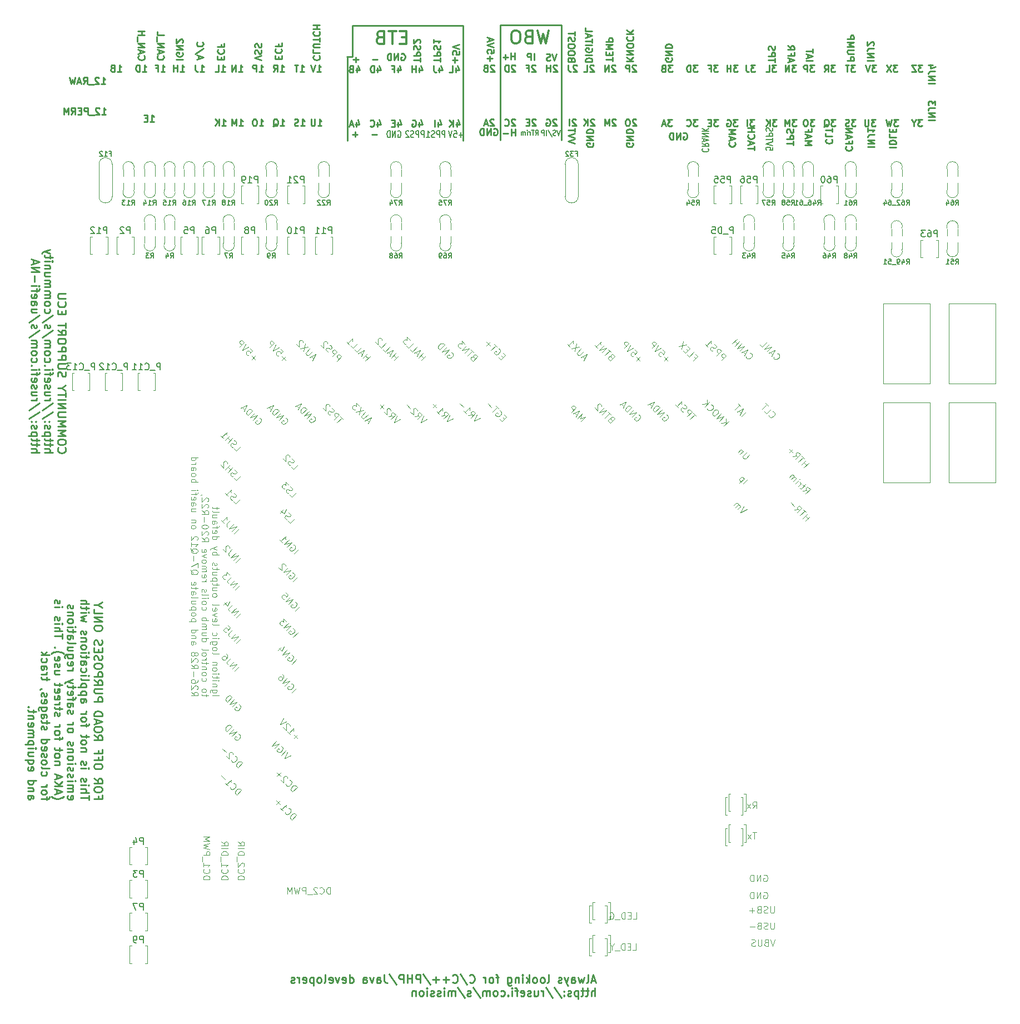
<source format=gbo>
G75*
G70*
%OFA0B0*%
%FSLAX25Y25*%
%IPPOS*%
%LPD*%
%AMOC8*
5,1,8,0,0,1.08239X$1,22.5*
%
%ADD22C,0.00984*%
%ADD23C,0.00787*%
%ADD27C,0.00500*%
%ADD28C,0.00591*%
%ADD31C,0.00394*%
%ADD32C,0.00390*%
%ADD33C,0.00472*%
%ADD35C,0.00880*%
%ADD36C,0.01378*%
%ADD37C,0.00807*%
X0000000Y0000000D02*
%LPD*%
G01*
D22*
X0204967Y0592344D02*
X0204967Y0573604D01*
X0330400Y0592738D02*
X0293786Y0592738D01*
X0293786Y0592738D02*
X0293786Y0523801D01*
X0201975Y0573447D02*
X0201975Y0523407D01*
X0201935Y0573644D02*
X0205006Y0573644D01*
X0271305Y0592344D02*
X0204967Y0592344D01*
X0271305Y0523407D02*
X0271305Y0592344D01*
X0330400Y0523801D02*
X0330400Y0592738D01*
D35*
X0458579Y0570446D02*
X0458579Y0572732D01*
X0454579Y0571589D02*
X0458579Y0571589D01*
X0454579Y0574065D02*
X0458579Y0574065D01*
X0458579Y0574065D02*
X0458579Y0575589D01*
X0458579Y0575589D02*
X0458389Y0575970D01*
X0458389Y0575970D02*
X0458198Y0576161D01*
X0458198Y0576161D02*
X0457817Y0576351D01*
X0457817Y0576351D02*
X0457246Y0576351D01*
X0457246Y0576351D02*
X0456865Y0576161D01*
X0456865Y0576161D02*
X0456675Y0575970D01*
X0456675Y0575970D02*
X0456484Y0575589D01*
X0456484Y0575589D02*
X0456484Y0574065D01*
X0454770Y0577875D02*
X0454579Y0578446D01*
X0454579Y0578446D02*
X0454579Y0579399D01*
X0454579Y0579399D02*
X0454770Y0579780D01*
X0454770Y0579780D02*
X0454960Y0579970D01*
X0454960Y0579970D02*
X0455341Y0580161D01*
X0455341Y0580161D02*
X0455722Y0580161D01*
X0455722Y0580161D02*
X0456103Y0579970D01*
X0456103Y0579970D02*
X0456294Y0579780D01*
X0456294Y0579780D02*
X0456484Y0579399D01*
X0456484Y0579399D02*
X0456675Y0578637D01*
X0456675Y0578637D02*
X0456865Y0578256D01*
X0456865Y0578256D02*
X0457056Y0578065D01*
X0457056Y0578065D02*
X0457437Y0577875D01*
X0457437Y0577875D02*
X0457817Y0577875D01*
X0457817Y0577875D02*
X0458198Y0578065D01*
X0458198Y0578065D02*
X0458389Y0578256D01*
X0458389Y0578256D02*
X0458579Y0578637D01*
X0458579Y0578637D02*
X0458579Y0579589D01*
X0458579Y0579589D02*
X0458389Y0580161D01*
X0181968Y0574328D02*
X0181778Y0574137D01*
X0181778Y0574137D02*
X0181587Y0573566D01*
X0181587Y0573566D02*
X0181587Y0573185D01*
X0181587Y0573185D02*
X0181778Y0572614D01*
X0181778Y0572614D02*
X0182159Y0572233D01*
X0182159Y0572233D02*
X0182540Y0572042D01*
X0182540Y0572042D02*
X0183302Y0571852D01*
X0183302Y0571852D02*
X0183873Y0571852D01*
X0183873Y0571852D02*
X0184635Y0572042D01*
X0184635Y0572042D02*
X0185016Y0572233D01*
X0185016Y0572233D02*
X0185397Y0572614D01*
X0185397Y0572614D02*
X0185587Y0573185D01*
X0185587Y0573185D02*
X0185587Y0573566D01*
X0185587Y0573566D02*
X0185397Y0574137D01*
X0185397Y0574137D02*
X0185206Y0574328D01*
X0181587Y0577947D02*
X0181587Y0576042D01*
X0181587Y0576042D02*
X0185587Y0576042D01*
X0185587Y0579280D02*
X0182349Y0579280D01*
X0182349Y0579280D02*
X0181968Y0579471D01*
X0181968Y0579471D02*
X0181778Y0579661D01*
X0181778Y0579661D02*
X0181587Y0580042D01*
X0181587Y0580042D02*
X0181587Y0580804D01*
X0181587Y0580804D02*
X0181778Y0581185D01*
X0181778Y0581185D02*
X0181968Y0581375D01*
X0181968Y0581375D02*
X0182349Y0581566D01*
X0182349Y0581566D02*
X0185587Y0581566D01*
X0185587Y0582899D02*
X0185587Y0585185D01*
X0181587Y0584042D02*
X0185587Y0584042D01*
X0181968Y0588804D02*
X0181778Y0588614D01*
X0181778Y0588614D02*
X0181587Y0588042D01*
X0181587Y0588042D02*
X0181587Y0587661D01*
X0181587Y0587661D02*
X0181778Y0587090D01*
X0181778Y0587090D02*
X0182159Y0586709D01*
X0182159Y0586709D02*
X0182540Y0586518D01*
X0182540Y0586518D02*
X0183302Y0586328D01*
X0183302Y0586328D02*
X0183873Y0586328D01*
X0183873Y0586328D02*
X0184635Y0586518D01*
X0184635Y0586518D02*
X0185016Y0586709D01*
X0185016Y0586709D02*
X0185397Y0587090D01*
X0185397Y0587090D02*
X0185587Y0587661D01*
X0185587Y0587661D02*
X0185587Y0588042D01*
X0185587Y0588042D02*
X0185397Y0588614D01*
X0185397Y0588614D02*
X0185206Y0588804D01*
X0181587Y0590518D02*
X0185587Y0590518D01*
X0183682Y0590518D02*
X0183682Y0592804D01*
X0181587Y0592804D02*
X0185587Y0592804D01*
X0220175Y0567004D02*
X0220175Y0564338D01*
X0221127Y0568528D02*
X0222079Y0565671D01*
X0222079Y0565671D02*
X0219603Y0565671D01*
X0218079Y0564338D02*
X0218079Y0568338D01*
X0218079Y0568338D02*
X0217127Y0568338D01*
X0217127Y0568338D02*
X0216556Y0568147D01*
X0216556Y0568147D02*
X0216175Y0567766D01*
X0216175Y0567766D02*
X0215984Y0567385D01*
X0215984Y0567385D02*
X0215794Y0566623D01*
X0215794Y0566623D02*
X0215794Y0566052D01*
X0215794Y0566052D02*
X0215984Y0565290D01*
X0215984Y0565290D02*
X0216175Y0564909D01*
X0216175Y0564909D02*
X0216556Y0564528D01*
X0216556Y0564528D02*
X0217127Y0564338D01*
X0217127Y0564338D02*
X0218079Y0564338D01*
X0546938Y0568633D02*
X0544462Y0568633D01*
X0544462Y0568633D02*
X0545796Y0567109D01*
X0545796Y0567109D02*
X0545224Y0567109D01*
X0545224Y0567109D02*
X0544843Y0566919D01*
X0544843Y0566919D02*
X0544653Y0566728D01*
X0544653Y0566728D02*
X0544462Y0566347D01*
X0544462Y0566347D02*
X0544462Y0565395D01*
X0544462Y0565395D02*
X0544653Y0565014D01*
X0544653Y0565014D02*
X0544843Y0564823D01*
X0544843Y0564823D02*
X0545224Y0564633D01*
X0545224Y0564633D02*
X0546367Y0564633D01*
X0546367Y0564633D02*
X0546748Y0564823D01*
X0546748Y0564823D02*
X0546938Y0565014D01*
X0543129Y0568633D02*
X0540462Y0568633D01*
X0540462Y0568633D02*
X0543129Y0564633D01*
X0543129Y0564633D02*
X0540462Y0564633D01*
X0403546Y0527912D02*
X0403927Y0528103D01*
X0403927Y0528103D02*
X0404498Y0528103D01*
X0404498Y0528103D02*
X0405070Y0527912D01*
X0405070Y0527912D02*
X0405451Y0527531D01*
X0405451Y0527531D02*
X0405641Y0527150D01*
X0405641Y0527150D02*
X0405832Y0526388D01*
X0405832Y0526388D02*
X0405832Y0525817D01*
X0405832Y0525817D02*
X0405641Y0525055D01*
X0405641Y0525055D02*
X0405451Y0524674D01*
X0405451Y0524674D02*
X0405070Y0524293D01*
X0405070Y0524293D02*
X0404498Y0524103D01*
X0404498Y0524103D02*
X0404117Y0524103D01*
X0404117Y0524103D02*
X0403546Y0524293D01*
X0403546Y0524293D02*
X0403355Y0524484D01*
X0403355Y0524484D02*
X0403355Y0525817D01*
X0403355Y0525817D02*
X0404117Y0525817D01*
X0401641Y0524103D02*
X0401641Y0528103D01*
X0401641Y0528103D02*
X0399355Y0524103D01*
X0399355Y0524103D02*
X0399355Y0528103D01*
X0397451Y0524103D02*
X0397451Y0528103D01*
X0397451Y0528103D02*
X0396498Y0528103D01*
X0396498Y0528103D02*
X0395927Y0527912D01*
X0395927Y0527912D02*
X0395546Y0527531D01*
X0395546Y0527531D02*
X0395355Y0527150D01*
X0395355Y0527150D02*
X0395165Y0526388D01*
X0395165Y0526388D02*
X0395165Y0525817D01*
X0395165Y0525817D02*
X0395355Y0525055D01*
X0395355Y0525055D02*
X0395546Y0524674D01*
X0395546Y0524674D02*
X0395927Y0524293D01*
X0395927Y0524293D02*
X0396498Y0524103D01*
X0396498Y0524103D02*
X0397451Y0524103D01*
X0302562Y0571957D02*
X0302562Y0575957D01*
X0302562Y0574052D02*
X0300276Y0574052D01*
X0300276Y0571957D02*
X0300276Y0575957D01*
X0298372Y0573481D02*
X0295324Y0573481D01*
X0296848Y0571957D02*
X0296848Y0575005D01*
X0174147Y0532330D02*
X0176433Y0532330D01*
X0175290Y0532330D02*
X0175290Y0536330D01*
X0175290Y0536330D02*
X0175671Y0535758D01*
X0175671Y0535758D02*
X0176052Y0535377D01*
X0176052Y0535377D02*
X0176433Y0535187D01*
X0172623Y0532520D02*
X0172052Y0532330D01*
X0172052Y0532330D02*
X0171100Y0532330D01*
X0171100Y0532330D02*
X0170719Y0532520D01*
X0170719Y0532520D02*
X0170528Y0532711D01*
X0170528Y0532711D02*
X0170338Y0533092D01*
X0170338Y0533092D02*
X0170338Y0533473D01*
X0170338Y0533473D02*
X0170528Y0533853D01*
X0170528Y0533853D02*
X0170719Y0534044D01*
X0170719Y0534044D02*
X0171100Y0534234D01*
X0171100Y0534234D02*
X0171862Y0534425D01*
X0171862Y0534425D02*
X0172242Y0534615D01*
X0172242Y0534615D02*
X0172433Y0534806D01*
X0172433Y0534806D02*
X0172623Y0535187D01*
X0172623Y0535187D02*
X0172623Y0535568D01*
X0172623Y0535568D02*
X0172433Y0535949D01*
X0172433Y0535949D02*
X0172242Y0536139D01*
X0172242Y0536139D02*
X0171862Y0536330D01*
X0171862Y0536330D02*
X0170909Y0536330D01*
X0170909Y0536330D02*
X0170338Y0536139D01*
X0531938Y0568633D02*
X0529462Y0568633D01*
X0529462Y0568633D02*
X0530796Y0567109D01*
X0530796Y0567109D02*
X0530224Y0567109D01*
X0530224Y0567109D02*
X0529843Y0566919D01*
X0529843Y0566919D02*
X0529653Y0566728D01*
X0529653Y0566728D02*
X0529462Y0566347D01*
X0529462Y0566347D02*
X0529462Y0565395D01*
X0529462Y0565395D02*
X0529653Y0565014D01*
X0529653Y0565014D02*
X0529843Y0564823D01*
X0529843Y0564823D02*
X0530224Y0564633D01*
X0530224Y0564633D02*
X0531367Y0564633D01*
X0531367Y0564633D02*
X0531748Y0564823D01*
X0531748Y0564823D02*
X0531938Y0565014D01*
X0528129Y0568633D02*
X0525462Y0564633D01*
X0525462Y0568633D02*
X0528129Y0564633D01*
X0514186Y0519695D02*
X0518186Y0519695D01*
X0514186Y0521599D02*
X0518186Y0521599D01*
X0518186Y0521599D02*
X0514186Y0523885D01*
X0514186Y0523885D02*
X0518186Y0523885D01*
X0518186Y0526933D02*
X0515329Y0526933D01*
X0515329Y0526933D02*
X0514757Y0526742D01*
X0514757Y0526742D02*
X0514376Y0526361D01*
X0514376Y0526361D02*
X0514186Y0525790D01*
X0514186Y0525790D02*
X0514186Y0525409D01*
X0514186Y0530933D02*
X0514186Y0528647D01*
X0514186Y0529790D02*
X0518186Y0529790D01*
X0518186Y0529790D02*
X0517614Y0529409D01*
X0517614Y0529409D02*
X0517233Y0529028D01*
X0517233Y0529028D02*
X0517043Y0528647D01*
D22*
X0350777Y0019826D02*
X0348433Y0019826D01*
X0351245Y0018420D02*
X0349605Y0023341D01*
X0349605Y0023341D02*
X0347965Y0018420D01*
X0345621Y0018420D02*
X0346090Y0018654D01*
X0346090Y0018654D02*
X0346324Y0019123D01*
X0346324Y0019123D02*
X0346324Y0023341D01*
X0344215Y0021701D02*
X0343278Y0018420D01*
X0343278Y0018420D02*
X0342340Y0020763D01*
X0342340Y0020763D02*
X0341403Y0018420D01*
X0341403Y0018420D02*
X0340466Y0021701D01*
X0336482Y0018420D02*
X0336482Y0020998D01*
X0336482Y0020998D02*
X0336716Y0021466D01*
X0336716Y0021466D02*
X0337185Y0021701D01*
X0337185Y0021701D02*
X0338122Y0021701D01*
X0338122Y0021701D02*
X0338591Y0021466D01*
X0336482Y0018654D02*
X0336950Y0018420D01*
X0336950Y0018420D02*
X0338122Y0018420D01*
X0338122Y0018420D02*
X0338591Y0018654D01*
X0338591Y0018654D02*
X0338825Y0019123D01*
X0338825Y0019123D02*
X0338825Y0019591D01*
X0338825Y0019591D02*
X0338591Y0020060D01*
X0338591Y0020060D02*
X0338122Y0020294D01*
X0338122Y0020294D02*
X0336950Y0020294D01*
X0336950Y0020294D02*
X0336482Y0020529D01*
X0334607Y0021701D02*
X0333435Y0018420D01*
X0332263Y0021701D02*
X0333435Y0018420D01*
X0333435Y0018420D02*
X0333904Y0017248D01*
X0333904Y0017248D02*
X0334138Y0017014D01*
X0334138Y0017014D02*
X0334607Y0016779D01*
X0330623Y0018654D02*
X0330154Y0018420D01*
X0330154Y0018420D02*
X0329217Y0018420D01*
X0329217Y0018420D02*
X0328748Y0018654D01*
X0328748Y0018654D02*
X0328514Y0019123D01*
X0328514Y0019123D02*
X0328514Y0019357D01*
X0328514Y0019357D02*
X0328748Y0019826D01*
X0328748Y0019826D02*
X0329217Y0020060D01*
X0329217Y0020060D02*
X0329920Y0020060D01*
X0329920Y0020060D02*
X0330389Y0020294D01*
X0330389Y0020294D02*
X0330623Y0020763D01*
X0330623Y0020763D02*
X0330623Y0020998D01*
X0330623Y0020998D02*
X0330389Y0021466D01*
X0330389Y0021466D02*
X0329920Y0021701D01*
X0329920Y0021701D02*
X0329217Y0021701D01*
X0329217Y0021701D02*
X0328748Y0021466D01*
X0321952Y0018420D02*
X0322421Y0018654D01*
X0322421Y0018654D02*
X0322655Y0019123D01*
X0322655Y0019123D02*
X0322655Y0023341D01*
X0319374Y0018420D02*
X0319843Y0018654D01*
X0319843Y0018654D02*
X0320077Y0018888D01*
X0320077Y0018888D02*
X0320312Y0019357D01*
X0320312Y0019357D02*
X0320312Y0020763D01*
X0320312Y0020763D02*
X0320077Y0021232D01*
X0320077Y0021232D02*
X0319843Y0021466D01*
X0319843Y0021466D02*
X0319374Y0021701D01*
X0319374Y0021701D02*
X0318671Y0021701D01*
X0318671Y0021701D02*
X0318203Y0021466D01*
X0318203Y0021466D02*
X0317968Y0021232D01*
X0317968Y0021232D02*
X0317734Y0020763D01*
X0317734Y0020763D02*
X0317734Y0019357D01*
X0317734Y0019357D02*
X0317968Y0018888D01*
X0317968Y0018888D02*
X0318203Y0018654D01*
X0318203Y0018654D02*
X0318671Y0018420D01*
X0318671Y0018420D02*
X0319374Y0018420D01*
X0314922Y0018420D02*
X0315391Y0018654D01*
X0315391Y0018654D02*
X0315625Y0018888D01*
X0315625Y0018888D02*
X0315859Y0019357D01*
X0315859Y0019357D02*
X0315859Y0020763D01*
X0315859Y0020763D02*
X0315625Y0021232D01*
X0315625Y0021232D02*
X0315391Y0021466D01*
X0315391Y0021466D02*
X0314922Y0021701D01*
X0314922Y0021701D02*
X0314219Y0021701D01*
X0314219Y0021701D02*
X0313750Y0021466D01*
X0313750Y0021466D02*
X0313516Y0021232D01*
X0313516Y0021232D02*
X0313281Y0020763D01*
X0313281Y0020763D02*
X0313281Y0019357D01*
X0313281Y0019357D02*
X0313516Y0018888D01*
X0313516Y0018888D02*
X0313750Y0018654D01*
X0313750Y0018654D02*
X0314219Y0018420D01*
X0314219Y0018420D02*
X0314922Y0018420D01*
X0311172Y0018420D02*
X0311172Y0023341D01*
X0310704Y0020294D02*
X0309298Y0018420D01*
X0309298Y0021701D02*
X0311172Y0019826D01*
X0307188Y0018420D02*
X0307188Y0021701D01*
X0307188Y0023341D02*
X0307423Y0023107D01*
X0307423Y0023107D02*
X0307188Y0022872D01*
X0307188Y0022872D02*
X0306954Y0023107D01*
X0306954Y0023107D02*
X0307188Y0023341D01*
X0307188Y0023341D02*
X0307188Y0022872D01*
X0304845Y0021701D02*
X0304845Y0018420D01*
X0304845Y0021232D02*
X0304611Y0021466D01*
X0304611Y0021466D02*
X0304142Y0021701D01*
X0304142Y0021701D02*
X0303439Y0021701D01*
X0303439Y0021701D02*
X0302970Y0021466D01*
X0302970Y0021466D02*
X0302736Y0020998D01*
X0302736Y0020998D02*
X0302736Y0018420D01*
X0298283Y0021701D02*
X0298283Y0017717D01*
X0298283Y0017717D02*
X0298518Y0017248D01*
X0298518Y0017248D02*
X0298752Y0017014D01*
X0298752Y0017014D02*
X0299221Y0016779D01*
X0299221Y0016779D02*
X0299924Y0016779D01*
X0299924Y0016779D02*
X0300392Y0017014D01*
X0298283Y0018654D02*
X0298752Y0018420D01*
X0298752Y0018420D02*
X0299689Y0018420D01*
X0299689Y0018420D02*
X0300158Y0018654D01*
X0300158Y0018654D02*
X0300392Y0018888D01*
X0300392Y0018888D02*
X0300627Y0019357D01*
X0300627Y0019357D02*
X0300627Y0020763D01*
X0300627Y0020763D02*
X0300392Y0021232D01*
X0300392Y0021232D02*
X0300158Y0021466D01*
X0300158Y0021466D02*
X0299689Y0021701D01*
X0299689Y0021701D02*
X0298752Y0021701D01*
X0298752Y0021701D02*
X0298283Y0021466D01*
X0292893Y0021701D02*
X0291019Y0021701D01*
X0292190Y0018420D02*
X0292190Y0022638D01*
X0292190Y0022638D02*
X0291956Y0023107D01*
X0291956Y0023107D02*
X0291487Y0023341D01*
X0291487Y0023341D02*
X0291019Y0023341D01*
X0288675Y0018420D02*
X0289144Y0018654D01*
X0289144Y0018654D02*
X0289378Y0018888D01*
X0289378Y0018888D02*
X0289613Y0019357D01*
X0289613Y0019357D02*
X0289613Y0020763D01*
X0289613Y0020763D02*
X0289378Y0021232D01*
X0289378Y0021232D02*
X0289144Y0021466D01*
X0289144Y0021466D02*
X0288675Y0021701D01*
X0288675Y0021701D02*
X0287972Y0021701D01*
X0287972Y0021701D02*
X0287503Y0021466D01*
X0287503Y0021466D02*
X0287269Y0021232D01*
X0287269Y0021232D02*
X0287035Y0020763D01*
X0287035Y0020763D02*
X0287035Y0019357D01*
X0287035Y0019357D02*
X0287269Y0018888D01*
X0287269Y0018888D02*
X0287503Y0018654D01*
X0287503Y0018654D02*
X0287972Y0018420D01*
X0287972Y0018420D02*
X0288675Y0018420D01*
X0284926Y0018420D02*
X0284926Y0021701D01*
X0284926Y0020763D02*
X0284691Y0021232D01*
X0284691Y0021232D02*
X0284457Y0021466D01*
X0284457Y0021466D02*
X0283988Y0021701D01*
X0283988Y0021701D02*
X0283520Y0021701D01*
X0275317Y0018888D02*
X0275552Y0018654D01*
X0275552Y0018654D02*
X0276255Y0018420D01*
X0276255Y0018420D02*
X0276724Y0018420D01*
X0276724Y0018420D02*
X0277427Y0018654D01*
X0277427Y0018654D02*
X0277895Y0019123D01*
X0277895Y0019123D02*
X0278130Y0019591D01*
X0278130Y0019591D02*
X0278364Y0020529D01*
X0278364Y0020529D02*
X0278364Y0021232D01*
X0278364Y0021232D02*
X0278130Y0022169D01*
X0278130Y0022169D02*
X0277895Y0022638D01*
X0277895Y0022638D02*
X0277427Y0023107D01*
X0277427Y0023107D02*
X0276724Y0023341D01*
X0276724Y0023341D02*
X0276255Y0023341D01*
X0276255Y0023341D02*
X0275552Y0023107D01*
X0275552Y0023107D02*
X0275317Y0022872D01*
X0269693Y0023575D02*
X0273911Y0017248D01*
X0265241Y0018888D02*
X0265475Y0018654D01*
X0265475Y0018654D02*
X0266178Y0018420D01*
X0266178Y0018420D02*
X0266647Y0018420D01*
X0266647Y0018420D02*
X0267350Y0018654D01*
X0267350Y0018654D02*
X0267818Y0019123D01*
X0267818Y0019123D02*
X0268053Y0019591D01*
X0268053Y0019591D02*
X0268287Y0020529D01*
X0268287Y0020529D02*
X0268287Y0021232D01*
X0268287Y0021232D02*
X0268053Y0022169D01*
X0268053Y0022169D02*
X0267818Y0022638D01*
X0267818Y0022638D02*
X0267350Y0023107D01*
X0267350Y0023107D02*
X0266647Y0023341D01*
X0266647Y0023341D02*
X0266178Y0023341D01*
X0266178Y0023341D02*
X0265475Y0023107D01*
X0265475Y0023107D02*
X0265241Y0022872D01*
X0263131Y0020294D02*
X0259382Y0020294D01*
X0261257Y0018420D02*
X0261257Y0022169D01*
X0257039Y0020294D02*
X0253289Y0020294D01*
X0255164Y0018420D02*
X0255164Y0022169D01*
X0247430Y0023575D02*
X0251649Y0017248D01*
X0245790Y0018420D02*
X0245790Y0023341D01*
X0245790Y0023341D02*
X0243915Y0023341D01*
X0243915Y0023341D02*
X0243446Y0023107D01*
X0243446Y0023107D02*
X0243212Y0022872D01*
X0243212Y0022872D02*
X0242978Y0022404D01*
X0242978Y0022404D02*
X0242978Y0021701D01*
X0242978Y0021701D02*
X0243212Y0021232D01*
X0243212Y0021232D02*
X0243446Y0020998D01*
X0243446Y0020998D02*
X0243915Y0020763D01*
X0243915Y0020763D02*
X0245790Y0020763D01*
X0240869Y0018420D02*
X0240869Y0023341D01*
X0240869Y0020998D02*
X0238057Y0020998D01*
X0238057Y0018420D02*
X0238057Y0023341D01*
X0235713Y0018420D02*
X0235713Y0023341D01*
X0235713Y0023341D02*
X0233838Y0023341D01*
X0233838Y0023341D02*
X0233370Y0023107D01*
X0233370Y0023107D02*
X0233135Y0022872D01*
X0233135Y0022872D02*
X0232901Y0022404D01*
X0232901Y0022404D02*
X0232901Y0021701D01*
X0232901Y0021701D02*
X0233135Y0021232D01*
X0233135Y0021232D02*
X0233370Y0020998D01*
X0233370Y0020998D02*
X0233838Y0020763D01*
X0233838Y0020763D02*
X0235713Y0020763D01*
X0227277Y0023575D02*
X0231495Y0017248D01*
X0224230Y0023341D02*
X0224230Y0019826D01*
X0224230Y0019826D02*
X0224464Y0019123D01*
X0224464Y0019123D02*
X0224933Y0018654D01*
X0224933Y0018654D02*
X0225636Y0018420D01*
X0225636Y0018420D02*
X0226105Y0018420D01*
X0219778Y0018420D02*
X0219778Y0020998D01*
X0219778Y0020998D02*
X0220012Y0021466D01*
X0220012Y0021466D02*
X0220481Y0021701D01*
X0220481Y0021701D02*
X0221418Y0021701D01*
X0221418Y0021701D02*
X0221887Y0021466D01*
X0219778Y0018654D02*
X0220246Y0018420D01*
X0220246Y0018420D02*
X0221418Y0018420D01*
X0221418Y0018420D02*
X0221887Y0018654D01*
X0221887Y0018654D02*
X0222121Y0019123D01*
X0222121Y0019123D02*
X0222121Y0019591D01*
X0222121Y0019591D02*
X0221887Y0020060D01*
X0221887Y0020060D02*
X0221418Y0020294D01*
X0221418Y0020294D02*
X0220246Y0020294D01*
X0220246Y0020294D02*
X0219778Y0020529D01*
X0217903Y0021701D02*
X0216731Y0018420D01*
X0216731Y0018420D02*
X0215559Y0021701D01*
X0211575Y0018420D02*
X0211575Y0020998D01*
X0211575Y0020998D02*
X0211810Y0021466D01*
X0211810Y0021466D02*
X0212278Y0021701D01*
X0212278Y0021701D02*
X0213216Y0021701D01*
X0213216Y0021701D02*
X0213685Y0021466D01*
X0211575Y0018654D02*
X0212044Y0018420D01*
X0212044Y0018420D02*
X0213216Y0018420D01*
X0213216Y0018420D02*
X0213685Y0018654D01*
X0213685Y0018654D02*
X0213919Y0019123D01*
X0213919Y0019123D02*
X0213919Y0019591D01*
X0213919Y0019591D02*
X0213685Y0020060D01*
X0213685Y0020060D02*
X0213216Y0020294D01*
X0213216Y0020294D02*
X0212044Y0020294D01*
X0212044Y0020294D02*
X0211575Y0020529D01*
X0203373Y0018420D02*
X0203373Y0023341D01*
X0203373Y0018654D02*
X0203842Y0018420D01*
X0203842Y0018420D02*
X0204779Y0018420D01*
X0204779Y0018420D02*
X0205248Y0018654D01*
X0205248Y0018654D02*
X0205482Y0018888D01*
X0205482Y0018888D02*
X0205717Y0019357D01*
X0205717Y0019357D02*
X0205717Y0020763D01*
X0205717Y0020763D02*
X0205482Y0021232D01*
X0205482Y0021232D02*
X0205248Y0021466D01*
X0205248Y0021466D02*
X0204779Y0021701D01*
X0204779Y0021701D02*
X0203842Y0021701D01*
X0203842Y0021701D02*
X0203373Y0021466D01*
X0199155Y0018654D02*
X0199624Y0018420D01*
X0199624Y0018420D02*
X0200561Y0018420D01*
X0200561Y0018420D02*
X0201030Y0018654D01*
X0201030Y0018654D02*
X0201264Y0019123D01*
X0201264Y0019123D02*
X0201264Y0020998D01*
X0201264Y0020998D02*
X0201030Y0021466D01*
X0201030Y0021466D02*
X0200561Y0021701D01*
X0200561Y0021701D02*
X0199624Y0021701D01*
X0199624Y0021701D02*
X0199155Y0021466D01*
X0199155Y0021466D02*
X0198921Y0020998D01*
X0198921Y0020998D02*
X0198921Y0020529D01*
X0198921Y0020529D02*
X0201264Y0020060D01*
X0197280Y0021701D02*
X0196109Y0018420D01*
X0196109Y0018420D02*
X0194937Y0021701D01*
X0191187Y0018654D02*
X0191656Y0018420D01*
X0191656Y0018420D02*
X0192593Y0018420D01*
X0192593Y0018420D02*
X0193062Y0018654D01*
X0193062Y0018654D02*
X0193296Y0019123D01*
X0193296Y0019123D02*
X0193296Y0020998D01*
X0193296Y0020998D02*
X0193062Y0021466D01*
X0193062Y0021466D02*
X0192593Y0021701D01*
X0192593Y0021701D02*
X0191656Y0021701D01*
X0191656Y0021701D02*
X0191187Y0021466D01*
X0191187Y0021466D02*
X0190953Y0020998D01*
X0190953Y0020998D02*
X0190953Y0020529D01*
X0190953Y0020529D02*
X0193296Y0020060D01*
X0188141Y0018420D02*
X0188610Y0018654D01*
X0188610Y0018654D02*
X0188844Y0019123D01*
X0188844Y0019123D02*
X0188844Y0023341D01*
X0185563Y0018420D02*
X0186032Y0018654D01*
X0186032Y0018654D02*
X0186266Y0018888D01*
X0186266Y0018888D02*
X0186500Y0019357D01*
X0186500Y0019357D02*
X0186500Y0020763D01*
X0186500Y0020763D02*
X0186266Y0021232D01*
X0186266Y0021232D02*
X0186032Y0021466D01*
X0186032Y0021466D02*
X0185563Y0021701D01*
X0185563Y0021701D02*
X0184860Y0021701D01*
X0184860Y0021701D02*
X0184391Y0021466D01*
X0184391Y0021466D02*
X0184157Y0021232D01*
X0184157Y0021232D02*
X0183923Y0020763D01*
X0183923Y0020763D02*
X0183923Y0019357D01*
X0183923Y0019357D02*
X0184157Y0018888D01*
X0184157Y0018888D02*
X0184391Y0018654D01*
X0184391Y0018654D02*
X0184860Y0018420D01*
X0184860Y0018420D02*
X0185563Y0018420D01*
X0181814Y0021701D02*
X0181814Y0016779D01*
X0181814Y0021466D02*
X0181345Y0021701D01*
X0181345Y0021701D02*
X0180407Y0021701D01*
X0180407Y0021701D02*
X0179939Y0021466D01*
X0179939Y0021466D02*
X0179704Y0021232D01*
X0179704Y0021232D02*
X0179470Y0020763D01*
X0179470Y0020763D02*
X0179470Y0019357D01*
X0179470Y0019357D02*
X0179704Y0018888D01*
X0179704Y0018888D02*
X0179939Y0018654D01*
X0179939Y0018654D02*
X0180407Y0018420D01*
X0180407Y0018420D02*
X0181345Y0018420D01*
X0181345Y0018420D02*
X0181814Y0018654D01*
X0175486Y0018654D02*
X0175955Y0018420D01*
X0175955Y0018420D02*
X0176892Y0018420D01*
X0176892Y0018420D02*
X0177361Y0018654D01*
X0177361Y0018654D02*
X0177595Y0019123D01*
X0177595Y0019123D02*
X0177595Y0020998D01*
X0177595Y0020998D02*
X0177361Y0021466D01*
X0177361Y0021466D02*
X0176892Y0021701D01*
X0176892Y0021701D02*
X0175955Y0021701D01*
X0175955Y0021701D02*
X0175486Y0021466D01*
X0175486Y0021466D02*
X0175252Y0020998D01*
X0175252Y0020998D02*
X0175252Y0020529D01*
X0175252Y0020529D02*
X0177595Y0020060D01*
X0173143Y0018420D02*
X0173143Y0021701D01*
X0173143Y0020763D02*
X0172908Y0021232D01*
X0172908Y0021232D02*
X0172674Y0021466D01*
X0172674Y0021466D02*
X0172205Y0021701D01*
X0172205Y0021701D02*
X0171737Y0021701D01*
X0170331Y0018654D02*
X0169862Y0018420D01*
X0169862Y0018420D02*
X0168925Y0018420D01*
X0168925Y0018420D02*
X0168456Y0018654D01*
X0168456Y0018654D02*
X0168221Y0019123D01*
X0168221Y0019123D02*
X0168221Y0019357D01*
X0168221Y0019357D02*
X0168456Y0019826D01*
X0168456Y0019826D02*
X0168925Y0020060D01*
X0168925Y0020060D02*
X0169628Y0020060D01*
X0169628Y0020060D02*
X0170096Y0020294D01*
X0170096Y0020294D02*
X0170331Y0020763D01*
X0170331Y0020763D02*
X0170331Y0020998D01*
X0170331Y0020998D02*
X0170096Y0021466D01*
X0170096Y0021466D02*
X0169628Y0021701D01*
X0169628Y0021701D02*
X0168925Y0021701D01*
X0168925Y0021701D02*
X0168456Y0021466D01*
X0350542Y0010496D02*
X0350542Y0015418D01*
X0348433Y0010496D02*
X0348433Y0013074D01*
X0348433Y0013074D02*
X0348668Y0013543D01*
X0348668Y0013543D02*
X0349136Y0013777D01*
X0349136Y0013777D02*
X0349839Y0013777D01*
X0349839Y0013777D02*
X0350308Y0013543D01*
X0350308Y0013543D02*
X0350542Y0013309D01*
X0346793Y0013777D02*
X0344918Y0013777D01*
X0346090Y0015418D02*
X0346090Y0011200D01*
X0346090Y0011200D02*
X0345856Y0010731D01*
X0345856Y0010731D02*
X0345387Y0010496D01*
X0345387Y0010496D02*
X0344918Y0010496D01*
X0343981Y0013777D02*
X0342106Y0013777D01*
X0343278Y0015418D02*
X0343278Y0011200D01*
X0343278Y0011200D02*
X0343043Y0010731D01*
X0343043Y0010731D02*
X0342575Y0010496D01*
X0342575Y0010496D02*
X0342106Y0010496D01*
X0340466Y0013777D02*
X0340466Y0008856D01*
X0340466Y0013543D02*
X0339997Y0013777D01*
X0339997Y0013777D02*
X0339060Y0013777D01*
X0339060Y0013777D02*
X0338591Y0013543D01*
X0338591Y0013543D02*
X0338356Y0013309D01*
X0338356Y0013309D02*
X0338122Y0012840D01*
X0338122Y0012840D02*
X0338122Y0011434D01*
X0338122Y0011434D02*
X0338356Y0010965D01*
X0338356Y0010965D02*
X0338591Y0010731D01*
X0338591Y0010731D02*
X0339060Y0010496D01*
X0339060Y0010496D02*
X0339997Y0010496D01*
X0339997Y0010496D02*
X0340466Y0010731D01*
X0336247Y0010731D02*
X0335779Y0010496D01*
X0335779Y0010496D02*
X0334841Y0010496D01*
X0334841Y0010496D02*
X0334373Y0010731D01*
X0334373Y0010731D02*
X0334138Y0011200D01*
X0334138Y0011200D02*
X0334138Y0011434D01*
X0334138Y0011434D02*
X0334373Y0011903D01*
X0334373Y0011903D02*
X0334841Y0012137D01*
X0334841Y0012137D02*
X0335544Y0012137D01*
X0335544Y0012137D02*
X0336013Y0012371D01*
X0336013Y0012371D02*
X0336247Y0012840D01*
X0336247Y0012840D02*
X0336247Y0013074D01*
X0336247Y0013074D02*
X0336013Y0013543D01*
X0336013Y0013543D02*
X0335544Y0013777D01*
X0335544Y0013777D02*
X0334841Y0013777D01*
X0334841Y0013777D02*
X0334373Y0013543D01*
X0332029Y0010965D02*
X0331795Y0010731D01*
X0331795Y0010731D02*
X0332029Y0010496D01*
X0332029Y0010496D02*
X0332263Y0010731D01*
X0332263Y0010731D02*
X0332029Y0010965D01*
X0332029Y0010965D02*
X0332029Y0010496D01*
X0332029Y0013543D02*
X0331795Y0013309D01*
X0331795Y0013309D02*
X0332029Y0013074D01*
X0332029Y0013074D02*
X0332263Y0013309D01*
X0332263Y0013309D02*
X0332029Y0013543D01*
X0332029Y0013543D02*
X0332029Y0013074D01*
X0326170Y0015652D02*
X0330389Y0009325D01*
X0321015Y0015652D02*
X0325233Y0009325D01*
X0319374Y0010496D02*
X0319374Y0013777D01*
X0319374Y0012840D02*
X0319140Y0013309D01*
X0319140Y0013309D02*
X0318906Y0013543D01*
X0318906Y0013543D02*
X0318437Y0013777D01*
X0318437Y0013777D02*
X0317968Y0013777D01*
X0314219Y0013777D02*
X0314219Y0010496D01*
X0316328Y0013777D02*
X0316328Y0011200D01*
X0316328Y0011200D02*
X0316094Y0010731D01*
X0316094Y0010731D02*
X0315625Y0010496D01*
X0315625Y0010496D02*
X0314922Y0010496D01*
X0314922Y0010496D02*
X0314453Y0010731D01*
X0314453Y0010731D02*
X0314219Y0010965D01*
X0312110Y0010731D02*
X0311641Y0010496D01*
X0311641Y0010496D02*
X0310704Y0010496D01*
X0310704Y0010496D02*
X0310235Y0010731D01*
X0310235Y0010731D02*
X0310001Y0011200D01*
X0310001Y0011200D02*
X0310001Y0011434D01*
X0310001Y0011434D02*
X0310235Y0011903D01*
X0310235Y0011903D02*
X0310704Y0012137D01*
X0310704Y0012137D02*
X0311407Y0012137D01*
X0311407Y0012137D02*
X0311875Y0012371D01*
X0311875Y0012371D02*
X0312110Y0012840D01*
X0312110Y0012840D02*
X0312110Y0013074D01*
X0312110Y0013074D02*
X0311875Y0013543D01*
X0311875Y0013543D02*
X0311407Y0013777D01*
X0311407Y0013777D02*
X0310704Y0013777D01*
X0310704Y0013777D02*
X0310235Y0013543D01*
X0306017Y0010731D02*
X0306485Y0010496D01*
X0306485Y0010496D02*
X0307423Y0010496D01*
X0307423Y0010496D02*
X0307892Y0010731D01*
X0307892Y0010731D02*
X0308126Y0011200D01*
X0308126Y0011200D02*
X0308126Y0013074D01*
X0308126Y0013074D02*
X0307892Y0013543D01*
X0307892Y0013543D02*
X0307423Y0013777D01*
X0307423Y0013777D02*
X0306485Y0013777D01*
X0306485Y0013777D02*
X0306017Y0013543D01*
X0306017Y0013543D02*
X0305782Y0013074D01*
X0305782Y0013074D02*
X0305782Y0012606D01*
X0305782Y0012606D02*
X0308126Y0012137D01*
X0304376Y0013777D02*
X0302502Y0013777D01*
X0303673Y0010496D02*
X0303673Y0014715D01*
X0303673Y0014715D02*
X0303439Y0015183D01*
X0303439Y0015183D02*
X0302970Y0015418D01*
X0302970Y0015418D02*
X0302502Y0015418D01*
X0300861Y0010496D02*
X0300861Y0013777D01*
X0300861Y0015418D02*
X0301095Y0015183D01*
X0301095Y0015183D02*
X0300861Y0014949D01*
X0300861Y0014949D02*
X0300627Y0015183D01*
X0300627Y0015183D02*
X0300861Y0015418D01*
X0300861Y0015418D02*
X0300861Y0014949D01*
X0298518Y0010965D02*
X0298283Y0010731D01*
X0298283Y0010731D02*
X0298518Y0010496D01*
X0298518Y0010496D02*
X0298752Y0010731D01*
X0298752Y0010731D02*
X0298518Y0010965D01*
X0298518Y0010965D02*
X0298518Y0010496D01*
X0294065Y0010731D02*
X0294534Y0010496D01*
X0294534Y0010496D02*
X0295471Y0010496D01*
X0295471Y0010496D02*
X0295940Y0010731D01*
X0295940Y0010731D02*
X0296174Y0010965D01*
X0296174Y0010965D02*
X0296409Y0011434D01*
X0296409Y0011434D02*
X0296409Y0012840D01*
X0296409Y0012840D02*
X0296174Y0013309D01*
X0296174Y0013309D02*
X0295940Y0013543D01*
X0295940Y0013543D02*
X0295471Y0013777D01*
X0295471Y0013777D02*
X0294534Y0013777D01*
X0294534Y0013777D02*
X0294065Y0013543D01*
X0291253Y0010496D02*
X0291722Y0010731D01*
X0291722Y0010731D02*
X0291956Y0010965D01*
X0291956Y0010965D02*
X0292190Y0011434D01*
X0292190Y0011434D02*
X0292190Y0012840D01*
X0292190Y0012840D02*
X0291956Y0013309D01*
X0291956Y0013309D02*
X0291722Y0013543D01*
X0291722Y0013543D02*
X0291253Y0013777D01*
X0291253Y0013777D02*
X0290550Y0013777D01*
X0290550Y0013777D02*
X0290081Y0013543D01*
X0290081Y0013543D02*
X0289847Y0013309D01*
X0289847Y0013309D02*
X0289613Y0012840D01*
X0289613Y0012840D02*
X0289613Y0011434D01*
X0289613Y0011434D02*
X0289847Y0010965D01*
X0289847Y0010965D02*
X0290081Y0010731D01*
X0290081Y0010731D02*
X0290550Y0010496D01*
X0290550Y0010496D02*
X0291253Y0010496D01*
X0287503Y0010496D02*
X0287503Y0013777D01*
X0287503Y0013309D02*
X0287269Y0013543D01*
X0287269Y0013543D02*
X0286800Y0013777D01*
X0286800Y0013777D02*
X0286097Y0013777D01*
X0286097Y0013777D02*
X0285629Y0013543D01*
X0285629Y0013543D02*
X0285394Y0013074D01*
X0285394Y0013074D02*
X0285394Y0010496D01*
X0285394Y0013074D02*
X0285160Y0013543D01*
X0285160Y0013543D02*
X0284691Y0013777D01*
X0284691Y0013777D02*
X0283988Y0013777D01*
X0283988Y0013777D02*
X0283520Y0013543D01*
X0283520Y0013543D02*
X0283285Y0013074D01*
X0283285Y0013074D02*
X0283285Y0010496D01*
X0277427Y0015652D02*
X0281645Y0009325D01*
X0276021Y0010731D02*
X0275552Y0010496D01*
X0275552Y0010496D02*
X0274614Y0010496D01*
X0274614Y0010496D02*
X0274146Y0010731D01*
X0274146Y0010731D02*
X0273911Y0011200D01*
X0273911Y0011200D02*
X0273911Y0011434D01*
X0273911Y0011434D02*
X0274146Y0011903D01*
X0274146Y0011903D02*
X0274614Y0012137D01*
X0274614Y0012137D02*
X0275317Y0012137D01*
X0275317Y0012137D02*
X0275786Y0012371D01*
X0275786Y0012371D02*
X0276021Y0012840D01*
X0276021Y0012840D02*
X0276021Y0013074D01*
X0276021Y0013074D02*
X0275786Y0013543D01*
X0275786Y0013543D02*
X0275317Y0013777D01*
X0275317Y0013777D02*
X0274614Y0013777D01*
X0274614Y0013777D02*
X0274146Y0013543D01*
X0268287Y0015652D02*
X0272505Y0009325D01*
X0266647Y0010496D02*
X0266647Y0013777D01*
X0266647Y0013309D02*
X0266412Y0013543D01*
X0266412Y0013543D02*
X0265944Y0013777D01*
X0265944Y0013777D02*
X0265241Y0013777D01*
X0265241Y0013777D02*
X0264772Y0013543D01*
X0264772Y0013543D02*
X0264538Y0013074D01*
X0264538Y0013074D02*
X0264538Y0010496D01*
X0264538Y0013074D02*
X0264303Y0013543D01*
X0264303Y0013543D02*
X0263835Y0013777D01*
X0263835Y0013777D02*
X0263131Y0013777D01*
X0263131Y0013777D02*
X0262663Y0013543D01*
X0262663Y0013543D02*
X0262428Y0013074D01*
X0262428Y0013074D02*
X0262428Y0010496D01*
X0260085Y0010496D02*
X0260085Y0013777D01*
X0260085Y0015418D02*
X0260319Y0015183D01*
X0260319Y0015183D02*
X0260085Y0014949D01*
X0260085Y0014949D02*
X0259851Y0015183D01*
X0259851Y0015183D02*
X0260085Y0015418D01*
X0260085Y0015418D02*
X0260085Y0014949D01*
X0257976Y0010731D02*
X0257507Y0010496D01*
X0257507Y0010496D02*
X0256570Y0010496D01*
X0256570Y0010496D02*
X0256101Y0010731D01*
X0256101Y0010731D02*
X0255867Y0011200D01*
X0255867Y0011200D02*
X0255867Y0011434D01*
X0255867Y0011434D02*
X0256101Y0011903D01*
X0256101Y0011903D02*
X0256570Y0012137D01*
X0256570Y0012137D02*
X0257273Y0012137D01*
X0257273Y0012137D02*
X0257742Y0012371D01*
X0257742Y0012371D02*
X0257976Y0012840D01*
X0257976Y0012840D02*
X0257976Y0013074D01*
X0257976Y0013074D02*
X0257742Y0013543D01*
X0257742Y0013543D02*
X0257273Y0013777D01*
X0257273Y0013777D02*
X0256570Y0013777D01*
X0256570Y0013777D02*
X0256101Y0013543D01*
X0253992Y0010731D02*
X0253523Y0010496D01*
X0253523Y0010496D02*
X0252586Y0010496D01*
X0252586Y0010496D02*
X0252117Y0010731D01*
X0252117Y0010731D02*
X0251883Y0011200D01*
X0251883Y0011200D02*
X0251883Y0011434D01*
X0251883Y0011434D02*
X0252117Y0011903D01*
X0252117Y0011903D02*
X0252586Y0012137D01*
X0252586Y0012137D02*
X0253289Y0012137D01*
X0253289Y0012137D02*
X0253758Y0012371D01*
X0253758Y0012371D02*
X0253992Y0012840D01*
X0253992Y0012840D02*
X0253992Y0013074D01*
X0253992Y0013074D02*
X0253758Y0013543D01*
X0253758Y0013543D02*
X0253289Y0013777D01*
X0253289Y0013777D02*
X0252586Y0013777D01*
X0252586Y0013777D02*
X0252117Y0013543D01*
X0249774Y0010496D02*
X0249774Y0013777D01*
X0249774Y0015418D02*
X0250008Y0015183D01*
X0250008Y0015183D02*
X0249774Y0014949D01*
X0249774Y0014949D02*
X0249539Y0015183D01*
X0249539Y0015183D02*
X0249774Y0015418D01*
X0249774Y0015418D02*
X0249774Y0014949D01*
X0246727Y0010496D02*
X0247196Y0010731D01*
X0247196Y0010731D02*
X0247430Y0010965D01*
X0247430Y0010965D02*
X0247665Y0011434D01*
X0247665Y0011434D02*
X0247665Y0012840D01*
X0247665Y0012840D02*
X0247430Y0013309D01*
X0247430Y0013309D02*
X0247196Y0013543D01*
X0247196Y0013543D02*
X0246727Y0013777D01*
X0246727Y0013777D02*
X0246024Y0013777D01*
X0246024Y0013777D02*
X0245556Y0013543D01*
X0245556Y0013543D02*
X0245321Y0013309D01*
X0245321Y0013309D02*
X0245087Y0012840D01*
X0245087Y0012840D02*
X0245087Y0011434D01*
X0245087Y0011434D02*
X0245321Y0010965D01*
X0245321Y0010965D02*
X0245556Y0010731D01*
X0245556Y0010731D02*
X0246024Y0010496D01*
X0246024Y0010496D02*
X0246727Y0010496D01*
X0242978Y0013777D02*
X0242978Y0010496D01*
X0242978Y0013309D02*
X0242743Y0013543D01*
X0242743Y0013543D02*
X0242275Y0013777D01*
X0242275Y0013777D02*
X0241572Y0013777D01*
X0241572Y0013777D02*
X0241103Y0013543D01*
X0241103Y0013543D02*
X0240869Y0013074D01*
X0240869Y0013074D02*
X0240869Y0010496D01*
D35*
X0207389Y0534504D02*
X0207389Y0531838D01*
X0208341Y0536028D02*
X0209294Y0533171D01*
X0209294Y0533171D02*
X0206817Y0533171D01*
X0205484Y0532980D02*
X0203579Y0532980D01*
X0205865Y0531838D02*
X0204532Y0535838D01*
X0204532Y0535838D02*
X0203198Y0531838D01*
D23*
X0271378Y0526901D02*
X0268979Y0526901D01*
X0270179Y0525377D02*
X0270179Y0528425D01*
X0265979Y0529377D02*
X0267479Y0529377D01*
X0267479Y0529377D02*
X0267629Y0527473D01*
X0267629Y0527473D02*
X0267479Y0527663D01*
X0267479Y0527663D02*
X0267179Y0527854D01*
X0267179Y0527854D02*
X0266429Y0527854D01*
X0266429Y0527854D02*
X0266129Y0527663D01*
X0266129Y0527663D02*
X0265979Y0527473D01*
X0265979Y0527473D02*
X0265829Y0527092D01*
X0265829Y0527092D02*
X0265829Y0526139D01*
X0265829Y0526139D02*
X0265979Y0525758D01*
X0265979Y0525758D02*
X0266129Y0525568D01*
X0266129Y0525568D02*
X0266429Y0525377D01*
X0266429Y0525377D02*
X0267179Y0525377D01*
X0267179Y0525377D02*
X0267479Y0525568D01*
X0267479Y0525568D02*
X0267629Y0525758D01*
X0264929Y0529377D02*
X0263879Y0525377D01*
X0263879Y0525377D02*
X0262830Y0529377D01*
D35*
X0477020Y0571272D02*
X0481020Y0571272D01*
X0478163Y0572986D02*
X0478163Y0574891D01*
X0477020Y0572605D02*
X0481020Y0573938D01*
X0481020Y0573938D02*
X0477020Y0575272D01*
X0481020Y0576034D02*
X0481020Y0578319D01*
X0477020Y0577176D02*
X0481020Y0577176D01*
X0207675Y0567004D02*
X0207675Y0564338D01*
X0208627Y0568528D02*
X0209579Y0565671D01*
X0209579Y0565671D02*
X0207103Y0565671D01*
X0204246Y0566433D02*
X0203675Y0566242D01*
X0203675Y0566242D02*
X0203484Y0566052D01*
X0203484Y0566052D02*
X0203294Y0565671D01*
X0203294Y0565671D02*
X0203294Y0565099D01*
X0203294Y0565099D02*
X0203484Y0564718D01*
X0203484Y0564718D02*
X0203675Y0564528D01*
X0203675Y0564528D02*
X0204056Y0564338D01*
X0204056Y0564338D02*
X0205579Y0564338D01*
X0205579Y0564338D02*
X0205579Y0568338D01*
X0205579Y0568338D02*
X0204246Y0568338D01*
X0204246Y0568338D02*
X0203865Y0568147D01*
X0203865Y0568147D02*
X0203675Y0567957D01*
X0203675Y0567957D02*
X0203484Y0567576D01*
X0203484Y0567576D02*
X0203484Y0567195D01*
X0203484Y0567195D02*
X0203675Y0566814D01*
X0203675Y0566814D02*
X0203865Y0566623D01*
X0203865Y0566623D02*
X0204246Y0566433D01*
X0204246Y0566433D02*
X0205579Y0566433D01*
D23*
X0232445Y0529108D02*
X0232745Y0529299D01*
X0232745Y0529299D02*
X0233195Y0529299D01*
X0233195Y0529299D02*
X0233645Y0529108D01*
X0233645Y0529108D02*
X0233945Y0528727D01*
X0233945Y0528727D02*
X0234095Y0528346D01*
X0234095Y0528346D02*
X0234245Y0527584D01*
X0234245Y0527584D02*
X0234245Y0527013D01*
X0234245Y0527013D02*
X0234095Y0526251D01*
X0234095Y0526251D02*
X0233945Y0525870D01*
X0233945Y0525870D02*
X0233645Y0525489D01*
X0233645Y0525489D02*
X0233195Y0525299D01*
X0233195Y0525299D02*
X0232895Y0525299D01*
X0232895Y0525299D02*
X0232445Y0525489D01*
X0232445Y0525489D02*
X0232295Y0525680D01*
X0232295Y0525680D02*
X0232295Y0527013D01*
X0232295Y0527013D02*
X0232895Y0527013D01*
X0230945Y0525299D02*
X0230945Y0529299D01*
X0230945Y0529299D02*
X0229146Y0525299D01*
X0229146Y0525299D02*
X0229146Y0529299D01*
X0227646Y0525299D02*
X0227646Y0529299D01*
X0227646Y0529299D02*
X0226896Y0529299D01*
X0226896Y0529299D02*
X0226446Y0529108D01*
X0226446Y0529108D02*
X0226146Y0528727D01*
X0226146Y0528727D02*
X0225996Y0528346D01*
X0225996Y0528346D02*
X0225846Y0527584D01*
X0225846Y0527584D02*
X0225846Y0527013D01*
X0225846Y0527013D02*
X0225996Y0526251D01*
X0225996Y0526251D02*
X0226146Y0525870D01*
X0226146Y0525870D02*
X0226446Y0525489D01*
X0226446Y0525489D02*
X0226896Y0525299D01*
X0226896Y0525299D02*
X0227646Y0525299D01*
D35*
X0314904Y0568449D02*
X0314713Y0568639D01*
X0314713Y0568639D02*
X0314332Y0568830D01*
X0314332Y0568830D02*
X0313380Y0568830D01*
X0313380Y0568830D02*
X0312999Y0568639D01*
X0312999Y0568639D02*
X0312809Y0568449D01*
X0312809Y0568449D02*
X0312618Y0568068D01*
X0312618Y0568068D02*
X0312618Y0567687D01*
X0312618Y0567687D02*
X0312809Y0567115D01*
X0312809Y0567115D02*
X0315094Y0564830D01*
X0315094Y0564830D02*
X0312618Y0564830D01*
X0309571Y0566925D02*
X0310904Y0566925D01*
X0310904Y0564830D02*
X0310904Y0568830D01*
X0310904Y0568830D02*
X0308999Y0568830D01*
X0344934Y0570803D02*
X0348934Y0570803D01*
X0348934Y0570803D02*
X0348934Y0571755D01*
X0348934Y0571755D02*
X0348743Y0572326D01*
X0348743Y0572326D02*
X0348362Y0572707D01*
X0348362Y0572707D02*
X0347981Y0572898D01*
X0347981Y0572898D02*
X0347219Y0573088D01*
X0347219Y0573088D02*
X0346648Y0573088D01*
X0346648Y0573088D02*
X0345886Y0572898D01*
X0345886Y0572898D02*
X0345505Y0572707D01*
X0345505Y0572707D02*
X0345124Y0572326D01*
X0345124Y0572326D02*
X0344934Y0571755D01*
X0344934Y0571755D02*
X0344934Y0570803D01*
X0344934Y0574803D02*
X0348934Y0574803D01*
X0348743Y0578803D02*
X0348934Y0578422D01*
X0348934Y0578422D02*
X0348934Y0577850D01*
X0348934Y0577850D02*
X0348743Y0577279D01*
X0348743Y0577279D02*
X0348362Y0576898D01*
X0348362Y0576898D02*
X0347981Y0576707D01*
X0347981Y0576707D02*
X0347219Y0576517D01*
X0347219Y0576517D02*
X0346648Y0576517D01*
X0346648Y0576517D02*
X0345886Y0576707D01*
X0345886Y0576707D02*
X0345505Y0576898D01*
X0345505Y0576898D02*
X0345124Y0577279D01*
X0345124Y0577279D02*
X0344934Y0577850D01*
X0344934Y0577850D02*
X0344934Y0578231D01*
X0344934Y0578231D02*
X0345124Y0578803D01*
X0345124Y0578803D02*
X0345315Y0578993D01*
X0345315Y0578993D02*
X0346648Y0578993D01*
X0346648Y0578993D02*
X0346648Y0578231D01*
X0344934Y0580707D02*
X0348934Y0580707D01*
X0348934Y0582041D02*
X0348934Y0584326D01*
X0344934Y0583184D02*
X0348934Y0583184D01*
X0346077Y0585469D02*
X0346077Y0587374D01*
X0344934Y0585088D02*
X0348934Y0586422D01*
X0348934Y0586422D02*
X0344934Y0587755D01*
X0344934Y0590993D02*
X0344934Y0589088D01*
X0344934Y0589088D02*
X0348934Y0589088D01*
X0349413Y0521935D02*
X0349603Y0521554D01*
X0349603Y0521554D02*
X0349603Y0520982D01*
X0349603Y0520982D02*
X0349413Y0520411D01*
X0349413Y0520411D02*
X0349032Y0520030D01*
X0349032Y0520030D02*
X0348651Y0519839D01*
X0348651Y0519839D02*
X0347889Y0519649D01*
X0347889Y0519649D02*
X0347317Y0519649D01*
X0347317Y0519649D02*
X0346555Y0519839D01*
X0346555Y0519839D02*
X0346174Y0520030D01*
X0346174Y0520030D02*
X0345793Y0520411D01*
X0345793Y0520411D02*
X0345603Y0520982D01*
X0345603Y0520982D02*
X0345603Y0521363D01*
X0345603Y0521363D02*
X0345793Y0521935D01*
X0345793Y0521935D02*
X0345984Y0522125D01*
X0345984Y0522125D02*
X0347317Y0522125D01*
X0347317Y0522125D02*
X0347317Y0521363D01*
X0345603Y0523839D02*
X0349603Y0523839D01*
X0349603Y0523839D02*
X0345603Y0526125D01*
X0345603Y0526125D02*
X0349603Y0526125D01*
X0345603Y0528030D02*
X0349603Y0528030D01*
X0349603Y0528030D02*
X0349603Y0528982D01*
X0349603Y0528982D02*
X0349413Y0529554D01*
X0349413Y0529554D02*
X0349032Y0529935D01*
X0349032Y0529935D02*
X0348651Y0530125D01*
X0348651Y0530125D02*
X0347889Y0530316D01*
X0347889Y0530316D02*
X0347317Y0530316D01*
X0347317Y0530316D02*
X0346555Y0530125D01*
X0346555Y0530125D02*
X0346174Y0529935D01*
X0346174Y0529935D02*
X0345793Y0529554D01*
X0345793Y0529554D02*
X0345603Y0528982D01*
X0345603Y0528982D02*
X0345603Y0528030D01*
X0079242Y0564830D02*
X0081528Y0564830D01*
X0080385Y0564830D02*
X0080385Y0568830D01*
X0080385Y0568830D02*
X0080766Y0568258D01*
X0080766Y0568258D02*
X0081147Y0567877D01*
X0081147Y0567877D02*
X0081528Y0567687D01*
X0077528Y0564830D02*
X0077528Y0568830D01*
X0077528Y0568830D02*
X0076576Y0568830D01*
X0076576Y0568830D02*
X0076004Y0568639D01*
X0076004Y0568639D02*
X0075623Y0568258D01*
X0075623Y0568258D02*
X0075433Y0567877D01*
X0075433Y0567877D02*
X0075242Y0567115D01*
X0075242Y0567115D02*
X0075242Y0566544D01*
X0075242Y0566544D02*
X0075433Y0565782D01*
X0075433Y0565782D02*
X0075623Y0565401D01*
X0075623Y0565401D02*
X0076004Y0565020D01*
X0076004Y0565020D02*
X0076576Y0564830D01*
X0076576Y0564830D02*
X0077528Y0564830D01*
X0099461Y0572132D02*
X0103461Y0572132D01*
X0103271Y0576132D02*
X0103461Y0575751D01*
X0103461Y0575751D02*
X0103461Y0575179D01*
X0103461Y0575179D02*
X0103271Y0574608D01*
X0103271Y0574608D02*
X0102890Y0574227D01*
X0102890Y0574227D02*
X0102509Y0574037D01*
X0102509Y0574037D02*
X0101747Y0573846D01*
X0101747Y0573846D02*
X0101176Y0573846D01*
X0101176Y0573846D02*
X0100414Y0574037D01*
X0100414Y0574037D02*
X0100033Y0574227D01*
X0100033Y0574227D02*
X0099652Y0574608D01*
X0099652Y0574608D02*
X0099461Y0575179D01*
X0099461Y0575179D02*
X0099461Y0575560D01*
X0099461Y0575560D02*
X0099652Y0576132D01*
X0099652Y0576132D02*
X0099842Y0576322D01*
X0099842Y0576322D02*
X0101176Y0576322D01*
X0101176Y0576322D02*
X0101176Y0575560D01*
X0099461Y0578037D02*
X0103461Y0578037D01*
X0103461Y0578037D02*
X0099461Y0580322D01*
X0099461Y0580322D02*
X0103461Y0580322D01*
X0103080Y0582037D02*
X0103271Y0582227D01*
X0103271Y0582227D02*
X0103461Y0582608D01*
X0103461Y0582608D02*
X0103461Y0583560D01*
X0103461Y0583560D02*
X0103271Y0583941D01*
X0103271Y0583941D02*
X0103080Y0584132D01*
X0103080Y0584132D02*
X0102699Y0584322D01*
X0102699Y0584322D02*
X0102318Y0584322D01*
X0102318Y0584322D02*
X0101747Y0584132D01*
X0101747Y0584132D02*
X0099461Y0581846D01*
X0099461Y0581846D02*
X0099461Y0584322D01*
X0467140Y0570945D02*
X0467140Y0572850D01*
X0465997Y0570564D02*
X0469997Y0571898D01*
X0469997Y0571898D02*
X0465997Y0573231D01*
X0468092Y0575898D02*
X0468092Y0574564D01*
X0465997Y0574564D02*
X0469997Y0574564D01*
X0469997Y0574564D02*
X0469997Y0576469D01*
X0465997Y0580279D02*
X0467901Y0578945D01*
X0465997Y0577993D02*
X0469997Y0577993D01*
X0469997Y0577993D02*
X0469997Y0579517D01*
X0469997Y0579517D02*
X0469806Y0579898D01*
X0469806Y0579898D02*
X0469616Y0580088D01*
X0469616Y0580088D02*
X0469235Y0580279D01*
X0469235Y0580279D02*
X0468663Y0580279D01*
X0468663Y0580279D02*
X0468282Y0580088D01*
X0468282Y0580088D02*
X0468092Y0579898D01*
X0468092Y0579898D02*
X0467901Y0579517D01*
X0467901Y0579517D02*
X0467901Y0577993D01*
X0077008Y0574304D02*
X0076817Y0574113D01*
X0076817Y0574113D02*
X0076627Y0573542D01*
X0076627Y0573542D02*
X0076627Y0573161D01*
X0076627Y0573161D02*
X0076817Y0572589D01*
X0076817Y0572589D02*
X0077198Y0572208D01*
X0077198Y0572208D02*
X0077579Y0572018D01*
X0077579Y0572018D02*
X0078341Y0571827D01*
X0078341Y0571827D02*
X0078912Y0571827D01*
X0078912Y0571827D02*
X0079674Y0572018D01*
X0079674Y0572018D02*
X0080055Y0572208D01*
X0080055Y0572208D02*
X0080436Y0572589D01*
X0080436Y0572589D02*
X0080627Y0573161D01*
X0080627Y0573161D02*
X0080627Y0573542D01*
X0080627Y0573542D02*
X0080436Y0574113D01*
X0080436Y0574113D02*
X0080246Y0574304D01*
X0077769Y0575827D02*
X0077769Y0577732D01*
X0076627Y0575446D02*
X0080627Y0576780D01*
X0080627Y0576780D02*
X0076627Y0578113D01*
X0076627Y0579446D02*
X0080627Y0579446D01*
X0080627Y0579446D02*
X0076627Y0581732D01*
X0076627Y0581732D02*
X0080627Y0581732D01*
X0076246Y0582684D02*
X0076246Y0585732D01*
X0076627Y0586684D02*
X0080627Y0586684D01*
X0078722Y0586684D02*
X0078722Y0588970D01*
X0076627Y0588970D02*
X0080627Y0588970D01*
X0412034Y0536133D02*
X0409557Y0536133D01*
X0409557Y0536133D02*
X0410891Y0534609D01*
X0410891Y0534609D02*
X0410319Y0534609D01*
X0410319Y0534609D02*
X0409938Y0534419D01*
X0409938Y0534419D02*
X0409748Y0534228D01*
X0409748Y0534228D02*
X0409557Y0533847D01*
X0409557Y0533847D02*
X0409557Y0532895D01*
X0409557Y0532895D02*
X0409748Y0532514D01*
X0409748Y0532514D02*
X0409938Y0532323D01*
X0409938Y0532323D02*
X0410319Y0532133D01*
X0410319Y0532133D02*
X0411462Y0532133D01*
X0411462Y0532133D02*
X0411843Y0532323D01*
X0411843Y0532323D02*
X0412034Y0532514D01*
X0405557Y0532514D02*
X0405748Y0532323D01*
X0405748Y0532323D02*
X0406319Y0532133D01*
X0406319Y0532133D02*
X0406700Y0532133D01*
X0406700Y0532133D02*
X0407272Y0532323D01*
X0407272Y0532323D02*
X0407653Y0532704D01*
X0407653Y0532704D02*
X0407843Y0533085D01*
X0407843Y0533085D02*
X0408034Y0533847D01*
X0408034Y0533847D02*
X0408034Y0534419D01*
X0408034Y0534419D02*
X0407843Y0535180D01*
X0407843Y0535180D02*
X0407653Y0535561D01*
X0407653Y0535561D02*
X0407272Y0535942D01*
X0407272Y0535942D02*
X0406700Y0536133D01*
X0406700Y0536133D02*
X0406319Y0536133D01*
X0406319Y0536133D02*
X0405748Y0535942D01*
X0405748Y0535942D02*
X0405557Y0535752D01*
X0101838Y0564830D02*
X0104123Y0564830D01*
X0102981Y0564830D02*
X0102981Y0568830D01*
X0102981Y0568830D02*
X0103362Y0568258D01*
X0103362Y0568258D02*
X0103742Y0567877D01*
X0103742Y0567877D02*
X0104123Y0567687D01*
X0100123Y0564830D02*
X0100123Y0568830D01*
X0100123Y0566925D02*
X0097838Y0566925D01*
X0097838Y0564830D02*
X0097838Y0568830D01*
X0482129Y0536133D02*
X0479653Y0536133D01*
X0479653Y0536133D02*
X0480986Y0534609D01*
X0480986Y0534609D02*
X0480415Y0534609D01*
X0480415Y0534609D02*
X0480034Y0534419D01*
X0480034Y0534419D02*
X0479843Y0534228D01*
X0479843Y0534228D02*
X0479653Y0533847D01*
X0479653Y0533847D02*
X0479653Y0532895D01*
X0479653Y0532895D02*
X0479843Y0532514D01*
X0479843Y0532514D02*
X0480034Y0532323D01*
X0480034Y0532323D02*
X0480415Y0532133D01*
X0480415Y0532133D02*
X0481557Y0532133D01*
X0481557Y0532133D02*
X0481938Y0532323D01*
X0481938Y0532323D02*
X0482129Y0532514D01*
X0477176Y0536133D02*
X0476415Y0536133D01*
X0476415Y0536133D02*
X0476034Y0535942D01*
X0476034Y0535942D02*
X0475653Y0535561D01*
X0475653Y0535561D02*
X0475462Y0534799D01*
X0475462Y0534799D02*
X0475462Y0533466D01*
X0475462Y0533466D02*
X0475653Y0532704D01*
X0475653Y0532704D02*
X0476034Y0532323D01*
X0476034Y0532323D02*
X0476415Y0532133D01*
X0476415Y0532133D02*
X0477176Y0532133D01*
X0477176Y0532133D02*
X0477557Y0532323D01*
X0477557Y0532323D02*
X0477938Y0532704D01*
X0477938Y0532704D02*
X0478129Y0533466D01*
X0478129Y0533466D02*
X0478129Y0534799D01*
X0478129Y0534799D02*
X0477938Y0535561D01*
X0477938Y0535561D02*
X0477557Y0535942D01*
X0477557Y0535942D02*
X0477176Y0536133D01*
X0489330Y0524219D02*
X0489140Y0524029D01*
X0489140Y0524029D02*
X0488949Y0523457D01*
X0488949Y0523457D02*
X0488949Y0523076D01*
X0488949Y0523076D02*
X0489140Y0522505D01*
X0489140Y0522505D02*
X0489521Y0522124D01*
X0489521Y0522124D02*
X0489902Y0521933D01*
X0489902Y0521933D02*
X0490664Y0521743D01*
X0490664Y0521743D02*
X0491235Y0521743D01*
X0491235Y0521743D02*
X0491997Y0521933D01*
X0491997Y0521933D02*
X0492378Y0522124D01*
X0492378Y0522124D02*
X0492759Y0522505D01*
X0492759Y0522505D02*
X0492949Y0523076D01*
X0492949Y0523076D02*
X0492949Y0523457D01*
X0492949Y0523457D02*
X0492759Y0524029D01*
X0492759Y0524029D02*
X0492568Y0524219D01*
X0488949Y0527838D02*
X0488949Y0525933D01*
X0488949Y0525933D02*
X0492949Y0525933D01*
X0492949Y0528600D02*
X0492949Y0530886D01*
X0488949Y0529743D02*
X0492949Y0529743D01*
X0459153Y0568633D02*
X0456676Y0568633D01*
X0456676Y0568633D02*
X0458010Y0567109D01*
X0458010Y0567109D02*
X0457438Y0567109D01*
X0457438Y0567109D02*
X0457057Y0566919D01*
X0457057Y0566919D02*
X0456867Y0566728D01*
X0456867Y0566728D02*
X0456676Y0566347D01*
X0456676Y0566347D02*
X0456676Y0565395D01*
X0456676Y0565395D02*
X0456867Y0565014D01*
X0456867Y0565014D02*
X0457057Y0564823D01*
X0457057Y0564823D02*
X0457438Y0564633D01*
X0457438Y0564633D02*
X0458581Y0564633D01*
X0458581Y0564633D02*
X0458962Y0564823D01*
X0458962Y0564823D02*
X0459153Y0565014D01*
X0453057Y0564633D02*
X0454962Y0564633D01*
X0454962Y0564633D02*
X0454962Y0568633D01*
X0469603Y0520722D02*
X0469603Y0523008D01*
X0465603Y0521865D02*
X0469603Y0521865D01*
X0465603Y0524341D02*
X0469603Y0524341D01*
X0469603Y0524341D02*
X0469603Y0525865D01*
X0469603Y0525865D02*
X0469413Y0526246D01*
X0469413Y0526246D02*
X0469222Y0526436D01*
X0469222Y0526436D02*
X0468841Y0526627D01*
X0468841Y0526627D02*
X0468270Y0526627D01*
X0468270Y0526627D02*
X0467889Y0526436D01*
X0467889Y0526436D02*
X0467698Y0526246D01*
X0467698Y0526246D02*
X0467508Y0525865D01*
X0467508Y0525865D02*
X0467508Y0524341D01*
X0465793Y0528151D02*
X0465603Y0528722D01*
X0465603Y0528722D02*
X0465603Y0529674D01*
X0465603Y0529674D02*
X0465793Y0530055D01*
X0465793Y0530055D02*
X0465984Y0530246D01*
X0465984Y0530246D02*
X0466365Y0530436D01*
X0466365Y0530436D02*
X0466746Y0530436D01*
X0466746Y0530436D02*
X0467127Y0530246D01*
X0467127Y0530246D02*
X0467317Y0530055D01*
X0467317Y0530055D02*
X0467508Y0529674D01*
X0467508Y0529674D02*
X0467698Y0528912D01*
X0467698Y0528912D02*
X0467889Y0528531D01*
X0467889Y0528531D02*
X0468079Y0528341D01*
X0468079Y0528341D02*
X0468460Y0528151D01*
X0468460Y0528151D02*
X0468841Y0528151D01*
X0468841Y0528151D02*
X0469222Y0528341D01*
X0469222Y0528341D02*
X0469413Y0528531D01*
X0469413Y0528531D02*
X0469603Y0528912D01*
X0469603Y0528912D02*
X0469603Y0529865D01*
X0469603Y0529865D02*
X0469413Y0530436D01*
X0327457Y0575524D02*
X0326123Y0571524D01*
X0326123Y0571524D02*
X0324790Y0575524D01*
X0323647Y0571714D02*
X0323076Y0571524D01*
X0323076Y0571524D02*
X0322123Y0571524D01*
X0322123Y0571524D02*
X0321743Y0571714D01*
X0321743Y0571714D02*
X0321552Y0571905D01*
X0321552Y0571905D02*
X0321362Y0572286D01*
X0321362Y0572286D02*
X0321362Y0572667D01*
X0321362Y0572667D02*
X0321552Y0573048D01*
X0321552Y0573048D02*
X0321743Y0573238D01*
X0321743Y0573238D02*
X0322123Y0573429D01*
X0322123Y0573429D02*
X0322885Y0573619D01*
X0322885Y0573619D02*
X0323266Y0573810D01*
X0323266Y0573810D02*
X0323457Y0574000D01*
X0323457Y0574000D02*
X0323647Y0574381D01*
X0323647Y0574381D02*
X0323647Y0574762D01*
X0323647Y0574762D02*
X0323457Y0575143D01*
X0323457Y0575143D02*
X0323266Y0575333D01*
X0323266Y0575333D02*
X0322885Y0575524D01*
X0322885Y0575524D02*
X0321933Y0575524D01*
X0321933Y0575524D02*
X0321362Y0575333D01*
X0339142Y0535949D02*
X0338952Y0536139D01*
X0338952Y0536139D02*
X0338571Y0536330D01*
X0338571Y0536330D02*
X0337618Y0536330D01*
X0337618Y0536330D02*
X0337237Y0536139D01*
X0337237Y0536139D02*
X0337047Y0535949D01*
X0337047Y0535949D02*
X0336856Y0535568D01*
X0336856Y0535568D02*
X0336856Y0535187D01*
X0336856Y0535187D02*
X0337047Y0534615D01*
X0337047Y0534615D02*
X0339332Y0532330D01*
X0339332Y0532330D02*
X0336856Y0532330D01*
X0335142Y0532330D02*
X0335142Y0536330D01*
X0136838Y0564830D02*
X0139123Y0564830D01*
X0137981Y0564830D02*
X0137981Y0568830D01*
X0137981Y0568830D02*
X0138362Y0568258D01*
X0138362Y0568258D02*
X0138742Y0567877D01*
X0138742Y0567877D02*
X0139123Y0567687D01*
X0135123Y0564830D02*
X0135123Y0568830D01*
X0135123Y0568830D02*
X0132838Y0564830D01*
X0132838Y0564830D02*
X0132838Y0568830D01*
X0267294Y0567004D02*
X0267294Y0564338D01*
X0268246Y0568528D02*
X0269198Y0565671D01*
X0269198Y0565671D02*
X0266722Y0565671D01*
X0263294Y0564338D02*
X0265198Y0564338D01*
X0265198Y0564338D02*
X0265198Y0568338D01*
X0338619Y0521749D02*
X0334619Y0523083D01*
X0334619Y0523083D02*
X0338619Y0524416D01*
X0338619Y0525178D02*
X0334619Y0526511D01*
X0334619Y0526511D02*
X0338619Y0527845D01*
X0338619Y0528606D02*
X0338619Y0530892D01*
X0334619Y0529749D02*
X0338619Y0529749D01*
X0232484Y0534504D02*
X0232484Y0531838D01*
X0233437Y0536028D02*
X0234389Y0533171D01*
X0234389Y0533171D02*
X0231913Y0533171D01*
X0230389Y0533933D02*
X0229056Y0533933D01*
X0228484Y0531838D02*
X0230389Y0531838D01*
X0230389Y0531838D02*
X0230389Y0535838D01*
X0230389Y0535838D02*
X0228484Y0535838D01*
X0350190Y0535949D02*
X0349999Y0536139D01*
X0349999Y0536139D02*
X0349618Y0536330D01*
X0349618Y0536330D02*
X0348666Y0536330D01*
X0348666Y0536330D02*
X0348285Y0536139D01*
X0348285Y0536139D02*
X0348094Y0535949D01*
X0348094Y0535949D02*
X0347904Y0535568D01*
X0347904Y0535568D02*
X0347904Y0535187D01*
X0347904Y0535187D02*
X0348094Y0534615D01*
X0348094Y0534615D02*
X0350380Y0532330D01*
X0350380Y0532330D02*
X0347904Y0532330D01*
X0346190Y0532330D02*
X0346190Y0536330D01*
X0343904Y0532330D02*
X0345618Y0534615D01*
X0343904Y0536330D02*
X0346190Y0534044D01*
X0208262Y0527103D02*
X0205215Y0527103D01*
X0206738Y0525579D02*
X0206738Y0528627D01*
X0424343Y0536133D02*
X0421867Y0536133D01*
X0421867Y0536133D02*
X0423200Y0534609D01*
X0423200Y0534609D02*
X0422629Y0534609D01*
X0422629Y0534609D02*
X0422248Y0534419D01*
X0422248Y0534419D02*
X0422057Y0534228D01*
X0422057Y0534228D02*
X0421867Y0533847D01*
X0421867Y0533847D02*
X0421867Y0532895D01*
X0421867Y0532895D02*
X0422057Y0532514D01*
X0422057Y0532514D02*
X0422248Y0532323D01*
X0422248Y0532323D02*
X0422629Y0532133D01*
X0422629Y0532133D02*
X0423772Y0532133D01*
X0423772Y0532133D02*
X0424153Y0532323D01*
X0424153Y0532323D02*
X0424343Y0532514D01*
X0420153Y0534228D02*
X0418819Y0534228D01*
X0418248Y0532133D02*
X0420153Y0532133D01*
X0420153Y0532133D02*
X0420153Y0536133D01*
X0420153Y0536133D02*
X0418248Y0536133D01*
D36*
X0237331Y0585378D02*
X0234706Y0585378D01*
X0233581Y0581254D02*
X0237331Y0581254D01*
X0237331Y0581254D02*
X0237331Y0589128D01*
X0237331Y0589128D02*
X0233581Y0589128D01*
X0231332Y0589128D02*
X0226832Y0589128D01*
X0229082Y0581254D02*
X0229082Y0589128D01*
X0221583Y0585378D02*
X0220458Y0585003D01*
X0220458Y0585003D02*
X0220083Y0584628D01*
X0220083Y0584628D02*
X0219708Y0583878D01*
X0219708Y0583878D02*
X0219708Y0582753D01*
X0219708Y0582753D02*
X0220083Y0582004D01*
X0220083Y0582004D02*
X0220458Y0581629D01*
X0220458Y0581629D02*
X0221208Y0581254D01*
X0221208Y0581254D02*
X0224207Y0581254D01*
X0224207Y0581254D02*
X0224207Y0589128D01*
X0224207Y0589128D02*
X0221583Y0589128D01*
X0221583Y0589128D02*
X0220833Y0588753D01*
X0220833Y0588753D02*
X0220458Y0588378D01*
X0220458Y0588378D02*
X0220083Y0587628D01*
X0220083Y0587628D02*
X0220083Y0586878D01*
X0220083Y0586878D02*
X0220458Y0586128D01*
X0220458Y0586128D02*
X0220833Y0585753D01*
X0220833Y0585753D02*
X0221583Y0585378D01*
X0221583Y0585378D02*
X0224207Y0585378D01*
D35*
X0424248Y0568633D02*
X0421772Y0568633D01*
X0421772Y0568633D02*
X0423105Y0567109D01*
X0423105Y0567109D02*
X0422534Y0567109D01*
X0422534Y0567109D02*
X0422153Y0566919D01*
X0422153Y0566919D02*
X0421962Y0566728D01*
X0421962Y0566728D02*
X0421772Y0566347D01*
X0421772Y0566347D02*
X0421772Y0565395D01*
X0421772Y0565395D02*
X0421962Y0565014D01*
X0421962Y0565014D02*
X0422153Y0564823D01*
X0422153Y0564823D02*
X0422534Y0564633D01*
X0422534Y0564633D02*
X0423676Y0564633D01*
X0423676Y0564633D02*
X0424057Y0564823D01*
X0424057Y0564823D02*
X0424248Y0565014D01*
X0418724Y0566728D02*
X0420057Y0566728D01*
X0420057Y0564633D02*
X0420057Y0568633D01*
X0420057Y0568633D02*
X0418153Y0568633D01*
X0083783Y0534870D02*
X0086069Y0534870D01*
X0084926Y0534870D02*
X0084926Y0538870D01*
X0084926Y0538870D02*
X0085307Y0538299D01*
X0085307Y0538299D02*
X0085688Y0537918D01*
X0085688Y0537918D02*
X0086069Y0537728D01*
X0082069Y0536966D02*
X0080735Y0536966D01*
X0080164Y0534870D02*
X0082069Y0534870D01*
X0082069Y0534870D02*
X0082069Y0538870D01*
X0082069Y0538870D02*
X0080164Y0538870D01*
X0550367Y0535836D02*
X0554367Y0535836D01*
X0550367Y0537741D02*
X0554367Y0537741D01*
X0554367Y0537741D02*
X0550367Y0540027D01*
X0550367Y0540027D02*
X0554367Y0540027D01*
X0554367Y0543074D02*
X0551510Y0543074D01*
X0551510Y0543074D02*
X0550938Y0542884D01*
X0550938Y0542884D02*
X0550557Y0542503D01*
X0550557Y0542503D02*
X0550367Y0541932D01*
X0550367Y0541932D02*
X0550367Y0541551D01*
X0554367Y0544598D02*
X0554367Y0547074D01*
X0554367Y0547074D02*
X0552843Y0545741D01*
X0552843Y0545741D02*
X0552843Y0546312D01*
X0552843Y0546312D02*
X0552652Y0546693D01*
X0552652Y0546693D02*
X0552462Y0546884D01*
X0552462Y0546884D02*
X0552081Y0547074D01*
X0552081Y0547074D02*
X0551129Y0547074D01*
X0551129Y0547074D02*
X0550748Y0546884D01*
X0550748Y0546884D02*
X0550557Y0546693D01*
X0550557Y0546693D02*
X0550367Y0546312D01*
X0550367Y0546312D02*
X0550367Y0545170D01*
X0550367Y0545170D02*
X0550557Y0544789D01*
X0550557Y0544789D02*
X0550748Y0544598D01*
X0327785Y0568449D02*
X0327594Y0568639D01*
X0327594Y0568639D02*
X0327213Y0568830D01*
X0327213Y0568830D02*
X0326261Y0568830D01*
X0326261Y0568830D02*
X0325880Y0568639D01*
X0325880Y0568639D02*
X0325690Y0568449D01*
X0325690Y0568449D02*
X0325499Y0568068D01*
X0325499Y0568068D02*
X0325499Y0567687D01*
X0325499Y0567687D02*
X0325690Y0567115D01*
X0325690Y0567115D02*
X0327975Y0564830D01*
X0327975Y0564830D02*
X0325499Y0564830D01*
X0323785Y0564830D02*
X0323785Y0568830D01*
X0323785Y0566925D02*
X0321499Y0566925D01*
X0321499Y0564830D02*
X0321499Y0568830D01*
X0362785Y0568449D02*
X0362594Y0568639D01*
X0362594Y0568639D02*
X0362213Y0568830D01*
X0362213Y0568830D02*
X0361261Y0568830D01*
X0361261Y0568830D02*
X0360880Y0568639D01*
X0360880Y0568639D02*
X0360690Y0568449D01*
X0360690Y0568449D02*
X0360499Y0568068D01*
X0360499Y0568068D02*
X0360499Y0567687D01*
X0360499Y0567687D02*
X0360690Y0567115D01*
X0360690Y0567115D02*
X0362975Y0564830D01*
X0362975Y0564830D02*
X0360499Y0564830D01*
X0358785Y0564830D02*
X0358785Y0568830D01*
X0358785Y0568830D02*
X0356499Y0564830D01*
X0356499Y0564830D02*
X0356499Y0568830D01*
X0302690Y0535949D02*
X0302499Y0536139D01*
X0302499Y0536139D02*
X0302118Y0536330D01*
X0302118Y0536330D02*
X0301166Y0536330D01*
X0301166Y0536330D02*
X0300785Y0536139D01*
X0300785Y0536139D02*
X0300594Y0535949D01*
X0300594Y0535949D02*
X0300404Y0535568D01*
X0300404Y0535568D02*
X0300404Y0535187D01*
X0300404Y0535187D02*
X0300594Y0534615D01*
X0300594Y0534615D02*
X0302880Y0532330D01*
X0302880Y0532330D02*
X0300404Y0532330D01*
X0296404Y0532711D02*
X0296594Y0532520D01*
X0296594Y0532520D02*
X0297166Y0532330D01*
X0297166Y0532330D02*
X0297547Y0532330D01*
X0297547Y0532330D02*
X0298118Y0532520D01*
X0298118Y0532520D02*
X0298499Y0532901D01*
X0298499Y0532901D02*
X0298690Y0533282D01*
X0298690Y0533282D02*
X0298880Y0534044D01*
X0298880Y0534044D02*
X0298880Y0534615D01*
X0298880Y0534615D02*
X0298690Y0535377D01*
X0298690Y0535377D02*
X0298499Y0535758D01*
X0298499Y0535758D02*
X0298118Y0536139D01*
X0298118Y0536139D02*
X0297547Y0536330D01*
X0297547Y0536330D02*
X0297166Y0536330D01*
X0297166Y0536330D02*
X0296594Y0536139D01*
X0296594Y0536139D02*
X0296404Y0535949D01*
X0506938Y0536133D02*
X0504462Y0536133D01*
X0504462Y0536133D02*
X0505796Y0534609D01*
X0505796Y0534609D02*
X0505224Y0534609D01*
X0505224Y0534609D02*
X0504843Y0534419D01*
X0504843Y0534419D02*
X0504653Y0534228D01*
X0504653Y0534228D02*
X0504462Y0533847D01*
X0504462Y0533847D02*
X0504462Y0532895D01*
X0504462Y0532895D02*
X0504653Y0532514D01*
X0504653Y0532514D02*
X0504843Y0532323D01*
X0504843Y0532323D02*
X0505224Y0532133D01*
X0505224Y0532133D02*
X0506367Y0532133D01*
X0506367Y0532133D02*
X0506748Y0532323D01*
X0506748Y0532323D02*
X0506938Y0532514D01*
X0502938Y0532323D02*
X0502367Y0532133D01*
X0502367Y0532133D02*
X0501415Y0532133D01*
X0501415Y0532133D02*
X0501034Y0532323D01*
X0501034Y0532323D02*
X0500843Y0532514D01*
X0500843Y0532514D02*
X0500653Y0532895D01*
X0500653Y0532895D02*
X0500653Y0533276D01*
X0500653Y0533276D02*
X0500843Y0533657D01*
X0500843Y0533657D02*
X0501034Y0533847D01*
X0501034Y0533847D02*
X0501415Y0534038D01*
X0501415Y0534038D02*
X0502176Y0534228D01*
X0502176Y0534228D02*
X0502557Y0534419D01*
X0502557Y0534419D02*
X0502748Y0534609D01*
X0502748Y0534609D02*
X0502938Y0534990D01*
X0502938Y0534990D02*
X0502938Y0535371D01*
X0502938Y0535371D02*
X0502748Y0535752D01*
X0502748Y0535752D02*
X0502557Y0535942D01*
X0502557Y0535942D02*
X0502176Y0536133D01*
X0502176Y0536133D02*
X0501224Y0536133D01*
X0501224Y0536133D02*
X0500653Y0535942D01*
D23*
X0248043Y0525299D02*
X0248043Y0529299D01*
X0248043Y0529299D02*
X0246843Y0529299D01*
X0246843Y0529299D02*
X0246543Y0529108D01*
X0246543Y0529108D02*
X0246393Y0528918D01*
X0246393Y0528918D02*
X0246243Y0528537D01*
X0246243Y0528537D02*
X0246243Y0527965D01*
X0246243Y0527965D02*
X0246393Y0527584D01*
X0246393Y0527584D02*
X0246543Y0527394D01*
X0246543Y0527394D02*
X0246843Y0527203D01*
X0246843Y0527203D02*
X0248043Y0527203D01*
X0244894Y0525299D02*
X0244894Y0529299D01*
X0244894Y0529299D02*
X0243694Y0529299D01*
X0243694Y0529299D02*
X0243394Y0529108D01*
X0243394Y0529108D02*
X0243244Y0528918D01*
X0243244Y0528918D02*
X0243094Y0528537D01*
X0243094Y0528537D02*
X0243094Y0527965D01*
X0243094Y0527965D02*
X0243244Y0527584D01*
X0243244Y0527584D02*
X0243394Y0527394D01*
X0243394Y0527394D02*
X0243694Y0527203D01*
X0243694Y0527203D02*
X0244894Y0527203D01*
X0241894Y0525489D02*
X0241444Y0525299D01*
X0241444Y0525299D02*
X0240694Y0525299D01*
X0240694Y0525299D02*
X0240394Y0525489D01*
X0240394Y0525489D02*
X0240244Y0525680D01*
X0240244Y0525680D02*
X0240094Y0526061D01*
X0240094Y0526061D02*
X0240094Y0526441D01*
X0240094Y0526441D02*
X0240244Y0526822D01*
X0240244Y0526822D02*
X0240394Y0527013D01*
X0240394Y0527013D02*
X0240694Y0527203D01*
X0240694Y0527203D02*
X0241294Y0527394D01*
X0241294Y0527394D02*
X0241594Y0527584D01*
X0241594Y0527584D02*
X0241744Y0527775D01*
X0241744Y0527775D02*
X0241894Y0528156D01*
X0241894Y0528156D02*
X0241894Y0528537D01*
X0241894Y0528537D02*
X0241744Y0528918D01*
X0241744Y0528918D02*
X0241594Y0529108D01*
X0241594Y0529108D02*
X0241294Y0529299D01*
X0241294Y0529299D02*
X0240544Y0529299D01*
X0240544Y0529299D02*
X0240094Y0529108D01*
X0238894Y0528918D02*
X0238744Y0529108D01*
X0238744Y0529108D02*
X0238444Y0529299D01*
X0238444Y0529299D02*
X0237695Y0529299D01*
X0237695Y0529299D02*
X0237395Y0529108D01*
X0237395Y0529108D02*
X0237245Y0528918D01*
X0237245Y0528918D02*
X0237095Y0528537D01*
X0237095Y0528537D02*
X0237095Y0528156D01*
X0237095Y0528156D02*
X0237245Y0527584D01*
X0237245Y0527584D02*
X0239044Y0525299D01*
X0239044Y0525299D02*
X0237095Y0525299D01*
D22*
X0052689Y0130429D02*
X0052689Y0128788D01*
X0050112Y0128788D02*
X0055033Y0128788D01*
X0055033Y0128788D02*
X0055033Y0131132D01*
X0055033Y0133944D02*
X0055033Y0134881D01*
X0055033Y0134881D02*
X0054799Y0135350D01*
X0054799Y0135350D02*
X0054330Y0135819D01*
X0054330Y0135819D02*
X0053392Y0136053D01*
X0053392Y0136053D02*
X0051752Y0136053D01*
X0051752Y0136053D02*
X0050815Y0135819D01*
X0050815Y0135819D02*
X0050346Y0135350D01*
X0050346Y0135350D02*
X0050112Y0134881D01*
X0050112Y0134881D02*
X0050112Y0133944D01*
X0050112Y0133944D02*
X0050346Y0133475D01*
X0050346Y0133475D02*
X0050815Y0133006D01*
X0050815Y0133006D02*
X0051752Y0132772D01*
X0051752Y0132772D02*
X0053392Y0132772D01*
X0053392Y0132772D02*
X0054330Y0133006D01*
X0054330Y0133006D02*
X0054799Y0133475D01*
X0054799Y0133475D02*
X0055033Y0133944D01*
X0050112Y0140974D02*
X0052455Y0139334D01*
X0050112Y0138162D02*
X0055033Y0138162D01*
X0055033Y0138162D02*
X0055033Y0140037D01*
X0055033Y0140037D02*
X0054799Y0140506D01*
X0054799Y0140506D02*
X0054564Y0140740D01*
X0054564Y0140740D02*
X0054095Y0140974D01*
X0054095Y0140974D02*
X0053392Y0140974D01*
X0053392Y0140974D02*
X0052924Y0140740D01*
X0052924Y0140740D02*
X0052689Y0140506D01*
X0052689Y0140506D02*
X0052455Y0140037D01*
X0052455Y0140037D02*
X0052455Y0138162D01*
X0055033Y0147770D02*
X0055033Y0148708D01*
X0055033Y0148708D02*
X0054799Y0149176D01*
X0054799Y0149176D02*
X0054330Y0149645D01*
X0054330Y0149645D02*
X0053392Y0149879D01*
X0053392Y0149879D02*
X0051752Y0149879D01*
X0051752Y0149879D02*
X0050815Y0149645D01*
X0050815Y0149645D02*
X0050346Y0149176D01*
X0050346Y0149176D02*
X0050112Y0148708D01*
X0050112Y0148708D02*
X0050112Y0147770D01*
X0050112Y0147770D02*
X0050346Y0147302D01*
X0050346Y0147302D02*
X0050815Y0146833D01*
X0050815Y0146833D02*
X0051752Y0146599D01*
X0051752Y0146599D02*
X0053392Y0146599D01*
X0053392Y0146599D02*
X0054330Y0146833D01*
X0054330Y0146833D02*
X0054799Y0147302D01*
X0054799Y0147302D02*
X0055033Y0147770D01*
X0052689Y0153629D02*
X0052689Y0151988D01*
X0050112Y0151988D02*
X0055033Y0151988D01*
X0055033Y0151988D02*
X0055033Y0154332D01*
X0052689Y0157847D02*
X0052689Y0156207D01*
X0050112Y0156207D02*
X0055033Y0156207D01*
X0055033Y0156207D02*
X0055033Y0158550D01*
X0050112Y0166987D02*
X0052455Y0165346D01*
X0050112Y0164174D02*
X0055033Y0164174D01*
X0055033Y0164174D02*
X0055033Y0166049D01*
X0055033Y0166049D02*
X0054799Y0166518D01*
X0054799Y0166518D02*
X0054564Y0166752D01*
X0054564Y0166752D02*
X0054095Y0166987D01*
X0054095Y0166987D02*
X0053392Y0166987D01*
X0053392Y0166987D02*
X0052924Y0166752D01*
X0052924Y0166752D02*
X0052689Y0166518D01*
X0052689Y0166518D02*
X0052455Y0166049D01*
X0052455Y0166049D02*
X0052455Y0164174D01*
X0055033Y0170033D02*
X0055033Y0170971D01*
X0055033Y0170971D02*
X0054799Y0171439D01*
X0054799Y0171439D02*
X0054330Y0171908D01*
X0054330Y0171908D02*
X0053392Y0172142D01*
X0053392Y0172142D02*
X0051752Y0172142D01*
X0051752Y0172142D02*
X0050815Y0171908D01*
X0050815Y0171908D02*
X0050346Y0171439D01*
X0050346Y0171439D02*
X0050112Y0170971D01*
X0050112Y0170971D02*
X0050112Y0170033D01*
X0050112Y0170033D02*
X0050346Y0169564D01*
X0050346Y0169564D02*
X0050815Y0169096D01*
X0050815Y0169096D02*
X0051752Y0168861D01*
X0051752Y0168861D02*
X0053392Y0168861D01*
X0053392Y0168861D02*
X0054330Y0169096D01*
X0054330Y0169096D02*
X0054799Y0169564D01*
X0054799Y0169564D02*
X0055033Y0170033D01*
X0051518Y0174017D02*
X0051518Y0176360D01*
X0050112Y0173548D02*
X0055033Y0175189D01*
X0055033Y0175189D02*
X0050112Y0176829D01*
X0050112Y0178470D02*
X0055033Y0178470D01*
X0055033Y0178470D02*
X0055033Y0179641D01*
X0055033Y0179641D02*
X0054799Y0180344D01*
X0054799Y0180344D02*
X0054330Y0180813D01*
X0054330Y0180813D02*
X0053861Y0181047D01*
X0053861Y0181047D02*
X0052924Y0181282D01*
X0052924Y0181282D02*
X0052221Y0181282D01*
X0052221Y0181282D02*
X0051283Y0181047D01*
X0051283Y0181047D02*
X0050815Y0180813D01*
X0050815Y0180813D02*
X0050346Y0180344D01*
X0050346Y0180344D02*
X0050112Y0179641D01*
X0050112Y0179641D02*
X0050112Y0178470D01*
X0050112Y0187140D02*
X0055033Y0187140D01*
X0055033Y0187140D02*
X0055033Y0189015D01*
X0055033Y0189015D02*
X0054799Y0189484D01*
X0054799Y0189484D02*
X0054564Y0189718D01*
X0054564Y0189718D02*
X0054095Y0189953D01*
X0054095Y0189953D02*
X0053392Y0189953D01*
X0053392Y0189953D02*
X0052924Y0189718D01*
X0052924Y0189718D02*
X0052689Y0189484D01*
X0052689Y0189484D02*
X0052455Y0189015D01*
X0052455Y0189015D02*
X0052455Y0187140D01*
X0055033Y0192062D02*
X0051049Y0192062D01*
X0051049Y0192062D02*
X0050580Y0192296D01*
X0050580Y0192296D02*
X0050346Y0192530D01*
X0050346Y0192530D02*
X0050112Y0192999D01*
X0050112Y0192999D02*
X0050112Y0193936D01*
X0050112Y0193936D02*
X0050346Y0194405D01*
X0050346Y0194405D02*
X0050580Y0194639D01*
X0050580Y0194639D02*
X0051049Y0194874D01*
X0051049Y0194874D02*
X0055033Y0194874D01*
X0050112Y0200029D02*
X0052455Y0198389D01*
X0050112Y0197217D02*
X0055033Y0197217D01*
X0055033Y0197217D02*
X0055033Y0199092D01*
X0055033Y0199092D02*
X0054799Y0199561D01*
X0054799Y0199561D02*
X0054564Y0199795D01*
X0054564Y0199795D02*
X0054095Y0200029D01*
X0054095Y0200029D02*
X0053392Y0200029D01*
X0053392Y0200029D02*
X0052924Y0199795D01*
X0052924Y0199795D02*
X0052689Y0199561D01*
X0052689Y0199561D02*
X0052455Y0199092D01*
X0052455Y0199092D02*
X0052455Y0197217D01*
X0050112Y0202138D02*
X0055033Y0202138D01*
X0055033Y0202138D02*
X0055033Y0204013D01*
X0055033Y0204013D02*
X0054799Y0204482D01*
X0054799Y0204482D02*
X0054564Y0204716D01*
X0054564Y0204716D02*
X0054095Y0204951D01*
X0054095Y0204951D02*
X0053392Y0204951D01*
X0053392Y0204951D02*
X0052924Y0204716D01*
X0052924Y0204716D02*
X0052689Y0204482D01*
X0052689Y0204482D02*
X0052455Y0204013D01*
X0052455Y0204013D02*
X0052455Y0202138D01*
X0055033Y0207997D02*
X0055033Y0208935D01*
X0055033Y0208935D02*
X0054799Y0209403D01*
X0054799Y0209403D02*
X0054330Y0209872D01*
X0054330Y0209872D02*
X0053392Y0210106D01*
X0053392Y0210106D02*
X0051752Y0210106D01*
X0051752Y0210106D02*
X0050815Y0209872D01*
X0050815Y0209872D02*
X0050346Y0209403D01*
X0050346Y0209403D02*
X0050112Y0208935D01*
X0050112Y0208935D02*
X0050112Y0207997D01*
X0050112Y0207997D02*
X0050346Y0207528D01*
X0050346Y0207528D02*
X0050815Y0207060D01*
X0050815Y0207060D02*
X0051752Y0206825D01*
X0051752Y0206825D02*
X0053392Y0206825D01*
X0053392Y0206825D02*
X0054330Y0207060D01*
X0054330Y0207060D02*
X0054799Y0207528D01*
X0054799Y0207528D02*
X0055033Y0207997D01*
X0050346Y0211981D02*
X0050112Y0212684D01*
X0050112Y0212684D02*
X0050112Y0213856D01*
X0050112Y0213856D02*
X0050346Y0214324D01*
X0050346Y0214324D02*
X0050580Y0214559D01*
X0050580Y0214559D02*
X0051049Y0214793D01*
X0051049Y0214793D02*
X0051518Y0214793D01*
X0051518Y0214793D02*
X0051986Y0214559D01*
X0051986Y0214559D02*
X0052221Y0214324D01*
X0052221Y0214324D02*
X0052455Y0213856D01*
X0052455Y0213856D02*
X0052689Y0212918D01*
X0052689Y0212918D02*
X0052924Y0212450D01*
X0052924Y0212450D02*
X0053158Y0212215D01*
X0053158Y0212215D02*
X0053627Y0211981D01*
X0053627Y0211981D02*
X0054095Y0211981D01*
X0054095Y0211981D02*
X0054564Y0212215D01*
X0054564Y0212215D02*
X0054799Y0212450D01*
X0054799Y0212450D02*
X0055033Y0212918D01*
X0055033Y0212918D02*
X0055033Y0214090D01*
X0055033Y0214090D02*
X0054799Y0214793D01*
X0052689Y0216902D02*
X0052689Y0218543D01*
X0050112Y0219246D02*
X0050112Y0216902D01*
X0050112Y0216902D02*
X0055033Y0216902D01*
X0055033Y0216902D02*
X0055033Y0219246D01*
X0050346Y0221120D02*
X0050112Y0221824D01*
X0050112Y0221824D02*
X0050112Y0222995D01*
X0050112Y0222995D02*
X0050346Y0223464D01*
X0050346Y0223464D02*
X0050580Y0223698D01*
X0050580Y0223698D02*
X0051049Y0223933D01*
X0051049Y0223933D02*
X0051518Y0223933D01*
X0051518Y0223933D02*
X0051986Y0223698D01*
X0051986Y0223698D02*
X0052221Y0223464D01*
X0052221Y0223464D02*
X0052455Y0222995D01*
X0052455Y0222995D02*
X0052689Y0222058D01*
X0052689Y0222058D02*
X0052924Y0221589D01*
X0052924Y0221589D02*
X0053158Y0221355D01*
X0053158Y0221355D02*
X0053627Y0221120D01*
X0053627Y0221120D02*
X0054095Y0221120D01*
X0054095Y0221120D02*
X0054564Y0221355D01*
X0054564Y0221355D02*
X0054799Y0221589D01*
X0054799Y0221589D02*
X0055033Y0222058D01*
X0055033Y0222058D02*
X0055033Y0223230D01*
X0055033Y0223230D02*
X0054799Y0223933D01*
X0055033Y0230729D02*
X0055033Y0231666D01*
X0055033Y0231666D02*
X0054799Y0232135D01*
X0054799Y0232135D02*
X0054330Y0232603D01*
X0054330Y0232603D02*
X0053392Y0232838D01*
X0053392Y0232838D02*
X0051752Y0232838D01*
X0051752Y0232838D02*
X0050815Y0232603D01*
X0050815Y0232603D02*
X0050346Y0232135D01*
X0050346Y0232135D02*
X0050112Y0231666D01*
X0050112Y0231666D02*
X0050112Y0230729D01*
X0050112Y0230729D02*
X0050346Y0230260D01*
X0050346Y0230260D02*
X0050815Y0229791D01*
X0050815Y0229791D02*
X0051752Y0229557D01*
X0051752Y0229557D02*
X0053392Y0229557D01*
X0053392Y0229557D02*
X0054330Y0229791D01*
X0054330Y0229791D02*
X0054799Y0230260D01*
X0054799Y0230260D02*
X0055033Y0230729D01*
X0050112Y0234947D02*
X0055033Y0234947D01*
X0055033Y0234947D02*
X0050112Y0237759D01*
X0050112Y0237759D02*
X0055033Y0237759D01*
X0050112Y0242446D02*
X0050112Y0240102D01*
X0050112Y0240102D02*
X0055033Y0240102D01*
X0052455Y0245024D02*
X0050112Y0245024D01*
X0055033Y0243383D02*
X0052455Y0245024D01*
X0052455Y0245024D02*
X0055033Y0246664D01*
X0047110Y0128085D02*
X0047110Y0130897D01*
X0042188Y0129491D02*
X0047110Y0129491D01*
X0042188Y0132538D02*
X0047110Y0132538D01*
X0042188Y0134647D02*
X0044766Y0134647D01*
X0044766Y0134647D02*
X0045235Y0134413D01*
X0045235Y0134413D02*
X0045469Y0133944D01*
X0045469Y0133944D02*
X0045469Y0133241D01*
X0045469Y0133241D02*
X0045235Y0132772D01*
X0045235Y0132772D02*
X0045001Y0132538D01*
X0042188Y0136990D02*
X0045469Y0136990D01*
X0047110Y0136990D02*
X0046875Y0136756D01*
X0046875Y0136756D02*
X0046641Y0136990D01*
X0046641Y0136990D02*
X0046875Y0137225D01*
X0046875Y0137225D02*
X0047110Y0136990D01*
X0047110Y0136990D02*
X0046641Y0136990D01*
X0042423Y0139099D02*
X0042188Y0139568D01*
X0042188Y0139568D02*
X0042188Y0140506D01*
X0042188Y0140506D02*
X0042423Y0140974D01*
X0042423Y0140974D02*
X0042891Y0141209D01*
X0042891Y0141209D02*
X0043126Y0141209D01*
X0043126Y0141209D02*
X0043594Y0140974D01*
X0043594Y0140974D02*
X0043829Y0140506D01*
X0043829Y0140506D02*
X0043829Y0139803D01*
X0043829Y0139803D02*
X0044063Y0139334D01*
X0044063Y0139334D02*
X0044532Y0139099D01*
X0044532Y0139099D02*
X0044766Y0139099D01*
X0044766Y0139099D02*
X0045235Y0139334D01*
X0045235Y0139334D02*
X0045469Y0139803D01*
X0045469Y0139803D02*
X0045469Y0140506D01*
X0045469Y0140506D02*
X0045235Y0140974D01*
X0042188Y0147067D02*
X0045469Y0147067D01*
X0047110Y0147067D02*
X0046875Y0146833D01*
X0046875Y0146833D02*
X0046641Y0147067D01*
X0046641Y0147067D02*
X0046875Y0147302D01*
X0046875Y0147302D02*
X0047110Y0147067D01*
X0047110Y0147067D02*
X0046641Y0147067D01*
X0042423Y0149176D02*
X0042188Y0149645D01*
X0042188Y0149645D02*
X0042188Y0150582D01*
X0042188Y0150582D02*
X0042423Y0151051D01*
X0042423Y0151051D02*
X0042891Y0151285D01*
X0042891Y0151285D02*
X0043126Y0151285D01*
X0043126Y0151285D02*
X0043594Y0151051D01*
X0043594Y0151051D02*
X0043829Y0150582D01*
X0043829Y0150582D02*
X0043829Y0149879D01*
X0043829Y0149879D02*
X0044063Y0149411D01*
X0044063Y0149411D02*
X0044532Y0149176D01*
X0044532Y0149176D02*
X0044766Y0149176D01*
X0044766Y0149176D02*
X0045235Y0149411D01*
X0045235Y0149411D02*
X0045469Y0149879D01*
X0045469Y0149879D02*
X0045469Y0150582D01*
X0045469Y0150582D02*
X0045235Y0151051D01*
X0045469Y0157144D02*
X0042188Y0157144D01*
X0045001Y0157144D02*
X0045235Y0157378D01*
X0045235Y0157378D02*
X0045469Y0157847D01*
X0045469Y0157847D02*
X0045469Y0158550D01*
X0045469Y0158550D02*
X0045235Y0159019D01*
X0045235Y0159019D02*
X0044766Y0159253D01*
X0044766Y0159253D02*
X0042188Y0159253D01*
X0042188Y0162300D02*
X0042423Y0161831D01*
X0042423Y0161831D02*
X0042657Y0161597D01*
X0042657Y0161597D02*
X0043126Y0161362D01*
X0043126Y0161362D02*
X0044532Y0161362D01*
X0044532Y0161362D02*
X0045001Y0161597D01*
X0045001Y0161597D02*
X0045235Y0161831D01*
X0045235Y0161831D02*
X0045469Y0162300D01*
X0045469Y0162300D02*
X0045469Y0163003D01*
X0045469Y0163003D02*
X0045235Y0163471D01*
X0045235Y0163471D02*
X0045001Y0163706D01*
X0045001Y0163706D02*
X0044532Y0163940D01*
X0044532Y0163940D02*
X0043126Y0163940D01*
X0043126Y0163940D02*
X0042657Y0163706D01*
X0042657Y0163706D02*
X0042423Y0163471D01*
X0042423Y0163471D02*
X0042188Y0163003D01*
X0042188Y0163003D02*
X0042188Y0162300D01*
X0045469Y0165346D02*
X0045469Y0167221D01*
X0047110Y0166049D02*
X0042891Y0166049D01*
X0042891Y0166049D02*
X0042423Y0166284D01*
X0042423Y0166284D02*
X0042188Y0166752D01*
X0042188Y0166752D02*
X0042188Y0167221D01*
X0045469Y0171908D02*
X0045469Y0173783D01*
X0042188Y0172611D02*
X0046407Y0172611D01*
X0046407Y0172611D02*
X0046875Y0172845D01*
X0046875Y0172845D02*
X0047110Y0173314D01*
X0047110Y0173314D02*
X0047110Y0173783D01*
X0042188Y0176126D02*
X0042423Y0175657D01*
X0042423Y0175657D02*
X0042657Y0175423D01*
X0042657Y0175423D02*
X0043126Y0175189D01*
X0043126Y0175189D02*
X0044532Y0175189D01*
X0044532Y0175189D02*
X0045001Y0175423D01*
X0045001Y0175423D02*
X0045235Y0175657D01*
X0045235Y0175657D02*
X0045469Y0176126D01*
X0045469Y0176126D02*
X0045469Y0176829D01*
X0045469Y0176829D02*
X0045235Y0177298D01*
X0045235Y0177298D02*
X0045001Y0177532D01*
X0045001Y0177532D02*
X0044532Y0177767D01*
X0044532Y0177767D02*
X0043126Y0177767D01*
X0043126Y0177767D02*
X0042657Y0177532D01*
X0042657Y0177532D02*
X0042423Y0177298D01*
X0042423Y0177298D02*
X0042188Y0176829D01*
X0042188Y0176829D02*
X0042188Y0176126D01*
X0042188Y0179876D02*
X0045469Y0179876D01*
X0044532Y0179876D02*
X0045001Y0180110D01*
X0045001Y0180110D02*
X0045235Y0180344D01*
X0045235Y0180344D02*
X0045469Y0180813D01*
X0045469Y0180813D02*
X0045469Y0181282D01*
X0042188Y0188781D02*
X0044766Y0188781D01*
X0044766Y0188781D02*
X0045235Y0188546D01*
X0045235Y0188546D02*
X0045469Y0188078D01*
X0045469Y0188078D02*
X0045469Y0187140D01*
X0045469Y0187140D02*
X0045235Y0186672D01*
X0042423Y0188781D02*
X0042188Y0188312D01*
X0042188Y0188312D02*
X0042188Y0187140D01*
X0042188Y0187140D02*
X0042423Y0186672D01*
X0042423Y0186672D02*
X0042891Y0186437D01*
X0042891Y0186437D02*
X0043360Y0186437D01*
X0043360Y0186437D02*
X0043829Y0186672D01*
X0043829Y0186672D02*
X0044063Y0187140D01*
X0044063Y0187140D02*
X0044063Y0188312D01*
X0044063Y0188312D02*
X0044297Y0188781D01*
X0045469Y0191124D02*
X0040548Y0191124D01*
X0045235Y0191124D02*
X0045469Y0191593D01*
X0045469Y0191593D02*
X0045469Y0192530D01*
X0045469Y0192530D02*
X0045235Y0192999D01*
X0045235Y0192999D02*
X0045001Y0193233D01*
X0045001Y0193233D02*
X0044532Y0193468D01*
X0044532Y0193468D02*
X0043126Y0193468D01*
X0043126Y0193468D02*
X0042657Y0193233D01*
X0042657Y0193233D02*
X0042423Y0192999D01*
X0042423Y0192999D02*
X0042188Y0192530D01*
X0042188Y0192530D02*
X0042188Y0191593D01*
X0042188Y0191593D02*
X0042423Y0191124D01*
X0045469Y0195577D02*
X0040548Y0195577D01*
X0045235Y0195577D02*
X0045469Y0196045D01*
X0045469Y0196045D02*
X0045469Y0196983D01*
X0045469Y0196983D02*
X0045235Y0197452D01*
X0045235Y0197452D02*
X0045001Y0197686D01*
X0045001Y0197686D02*
X0044532Y0197920D01*
X0044532Y0197920D02*
X0043126Y0197920D01*
X0043126Y0197920D02*
X0042657Y0197686D01*
X0042657Y0197686D02*
X0042423Y0197452D01*
X0042423Y0197452D02*
X0042188Y0196983D01*
X0042188Y0196983D02*
X0042188Y0196045D01*
X0042188Y0196045D02*
X0042423Y0195577D01*
X0042188Y0200732D02*
X0042423Y0200264D01*
X0042423Y0200264D02*
X0042891Y0200029D01*
X0042891Y0200029D02*
X0047110Y0200029D01*
X0042188Y0202607D02*
X0045469Y0202607D01*
X0047110Y0202607D02*
X0046875Y0202373D01*
X0046875Y0202373D02*
X0046641Y0202607D01*
X0046641Y0202607D02*
X0046875Y0202842D01*
X0046875Y0202842D02*
X0047110Y0202607D01*
X0047110Y0202607D02*
X0046641Y0202607D01*
X0042423Y0207060D02*
X0042188Y0206591D01*
X0042188Y0206591D02*
X0042188Y0205654D01*
X0042188Y0205654D02*
X0042423Y0205185D01*
X0042423Y0205185D02*
X0042657Y0204951D01*
X0042657Y0204951D02*
X0043126Y0204716D01*
X0043126Y0204716D02*
X0044532Y0204716D01*
X0044532Y0204716D02*
X0045001Y0204951D01*
X0045001Y0204951D02*
X0045235Y0205185D01*
X0045235Y0205185D02*
X0045469Y0205654D01*
X0045469Y0205654D02*
X0045469Y0206591D01*
X0045469Y0206591D02*
X0045235Y0207060D01*
X0042188Y0211278D02*
X0044766Y0211278D01*
X0044766Y0211278D02*
X0045235Y0211044D01*
X0045235Y0211044D02*
X0045469Y0210575D01*
X0045469Y0210575D02*
X0045469Y0209638D01*
X0045469Y0209638D02*
X0045235Y0209169D01*
X0042423Y0211278D02*
X0042188Y0210809D01*
X0042188Y0210809D02*
X0042188Y0209638D01*
X0042188Y0209638D02*
X0042423Y0209169D01*
X0042423Y0209169D02*
X0042891Y0208934D01*
X0042891Y0208934D02*
X0043360Y0208934D01*
X0043360Y0208934D02*
X0043829Y0209169D01*
X0043829Y0209169D02*
X0044063Y0209638D01*
X0044063Y0209638D02*
X0044063Y0210809D01*
X0044063Y0210809D02*
X0044297Y0211278D01*
X0045469Y0212918D02*
X0045469Y0214793D01*
X0047110Y0213621D02*
X0042891Y0213621D01*
X0042891Y0213621D02*
X0042423Y0213856D01*
X0042423Y0213856D02*
X0042188Y0214324D01*
X0042188Y0214324D02*
X0042188Y0214793D01*
X0042188Y0216434D02*
X0045469Y0216434D01*
X0047110Y0216434D02*
X0046875Y0216199D01*
X0046875Y0216199D02*
X0046641Y0216434D01*
X0046641Y0216434D02*
X0046875Y0216668D01*
X0046875Y0216668D02*
X0047110Y0216434D01*
X0047110Y0216434D02*
X0046641Y0216434D01*
X0042188Y0219480D02*
X0042423Y0219011D01*
X0042423Y0219011D02*
X0042657Y0218777D01*
X0042657Y0218777D02*
X0043126Y0218543D01*
X0043126Y0218543D02*
X0044532Y0218543D01*
X0044532Y0218543D02*
X0045001Y0218777D01*
X0045001Y0218777D02*
X0045235Y0219011D01*
X0045235Y0219011D02*
X0045469Y0219480D01*
X0045469Y0219480D02*
X0045469Y0220183D01*
X0045469Y0220183D02*
X0045235Y0220652D01*
X0045235Y0220652D02*
X0045001Y0220886D01*
X0045001Y0220886D02*
X0044532Y0221120D01*
X0044532Y0221120D02*
X0043126Y0221120D01*
X0043126Y0221120D02*
X0042657Y0220886D01*
X0042657Y0220886D02*
X0042423Y0220652D01*
X0042423Y0220652D02*
X0042188Y0220183D01*
X0042188Y0220183D02*
X0042188Y0219480D01*
X0045469Y0223230D02*
X0042188Y0223230D01*
X0045001Y0223230D02*
X0045235Y0223464D01*
X0045235Y0223464D02*
X0045469Y0223933D01*
X0045469Y0223933D02*
X0045469Y0224636D01*
X0045469Y0224636D02*
X0045235Y0225104D01*
X0045235Y0225104D02*
X0044766Y0225339D01*
X0044766Y0225339D02*
X0042188Y0225339D01*
X0042423Y0227448D02*
X0042188Y0227916D01*
X0042188Y0227916D02*
X0042188Y0228854D01*
X0042188Y0228854D02*
X0042423Y0229323D01*
X0042423Y0229323D02*
X0042891Y0229557D01*
X0042891Y0229557D02*
X0043126Y0229557D01*
X0043126Y0229557D02*
X0043594Y0229323D01*
X0043594Y0229323D02*
X0043829Y0228854D01*
X0043829Y0228854D02*
X0043829Y0228151D01*
X0043829Y0228151D02*
X0044063Y0227682D01*
X0044063Y0227682D02*
X0044532Y0227448D01*
X0044532Y0227448D02*
X0044766Y0227448D01*
X0044766Y0227448D02*
X0045235Y0227682D01*
X0045235Y0227682D02*
X0045469Y0228151D01*
X0045469Y0228151D02*
X0045469Y0228854D01*
X0045469Y0228854D02*
X0045235Y0229323D01*
X0045469Y0234947D02*
X0042188Y0235884D01*
X0042188Y0235884D02*
X0044532Y0236822D01*
X0044532Y0236822D02*
X0042188Y0237759D01*
X0042188Y0237759D02*
X0045469Y0238696D01*
X0042188Y0240571D02*
X0045469Y0240571D01*
X0047110Y0240571D02*
X0046875Y0240337D01*
X0046875Y0240337D02*
X0046641Y0240571D01*
X0046641Y0240571D02*
X0046875Y0240806D01*
X0046875Y0240806D02*
X0047110Y0240571D01*
X0047110Y0240571D02*
X0046641Y0240571D01*
X0045469Y0242212D02*
X0045469Y0244086D01*
X0047110Y0242915D02*
X0042891Y0242915D01*
X0042891Y0242915D02*
X0042423Y0243149D01*
X0042423Y0243149D02*
X0042188Y0243618D01*
X0042188Y0243618D02*
X0042188Y0244086D01*
X0042188Y0245727D02*
X0047110Y0245727D01*
X0042188Y0247836D02*
X0044766Y0247836D01*
X0044766Y0247836D02*
X0045235Y0247602D01*
X0045235Y0247602D02*
X0045469Y0247133D01*
X0045469Y0247133D02*
X0045469Y0246430D01*
X0045469Y0246430D02*
X0045235Y0245961D01*
X0045235Y0245961D02*
X0045001Y0245727D01*
X0034500Y0130663D02*
X0034265Y0130194D01*
X0034265Y0130194D02*
X0034265Y0129257D01*
X0034265Y0129257D02*
X0034500Y0128788D01*
X0034500Y0128788D02*
X0034968Y0128554D01*
X0034968Y0128554D02*
X0036843Y0128554D01*
X0036843Y0128554D02*
X0037312Y0128788D01*
X0037312Y0128788D02*
X0037546Y0129257D01*
X0037546Y0129257D02*
X0037546Y0130194D01*
X0037546Y0130194D02*
X0037312Y0130663D01*
X0037312Y0130663D02*
X0036843Y0130897D01*
X0036843Y0130897D02*
X0036374Y0130897D01*
X0036374Y0130897D02*
X0035906Y0128554D01*
X0034265Y0133006D02*
X0037546Y0133006D01*
X0037077Y0133006D02*
X0037312Y0133241D01*
X0037312Y0133241D02*
X0037546Y0133710D01*
X0037546Y0133710D02*
X0037546Y0134413D01*
X0037546Y0134413D02*
X0037312Y0134881D01*
X0037312Y0134881D02*
X0036843Y0135116D01*
X0036843Y0135116D02*
X0034265Y0135116D01*
X0036843Y0135116D02*
X0037312Y0135350D01*
X0037312Y0135350D02*
X0037546Y0135819D01*
X0037546Y0135819D02*
X0037546Y0136522D01*
X0037546Y0136522D02*
X0037312Y0136990D01*
X0037312Y0136990D02*
X0036843Y0137225D01*
X0036843Y0137225D02*
X0034265Y0137225D01*
X0034265Y0139568D02*
X0037546Y0139568D01*
X0039186Y0139568D02*
X0038952Y0139334D01*
X0038952Y0139334D02*
X0038718Y0139568D01*
X0038718Y0139568D02*
X0038952Y0139803D01*
X0038952Y0139803D02*
X0039186Y0139568D01*
X0039186Y0139568D02*
X0038718Y0139568D01*
X0034500Y0141677D02*
X0034265Y0142146D01*
X0034265Y0142146D02*
X0034265Y0143083D01*
X0034265Y0143083D02*
X0034500Y0143552D01*
X0034500Y0143552D02*
X0034968Y0143786D01*
X0034968Y0143786D02*
X0035203Y0143786D01*
X0035203Y0143786D02*
X0035671Y0143552D01*
X0035671Y0143552D02*
X0035906Y0143083D01*
X0035906Y0143083D02*
X0035906Y0142380D01*
X0035906Y0142380D02*
X0036140Y0141912D01*
X0036140Y0141912D02*
X0036609Y0141677D01*
X0036609Y0141677D02*
X0036843Y0141677D01*
X0036843Y0141677D02*
X0037312Y0141912D01*
X0037312Y0141912D02*
X0037546Y0142380D01*
X0037546Y0142380D02*
X0037546Y0143083D01*
X0037546Y0143083D02*
X0037312Y0143552D01*
X0034500Y0145661D02*
X0034265Y0146130D01*
X0034265Y0146130D02*
X0034265Y0147067D01*
X0034265Y0147067D02*
X0034500Y0147536D01*
X0034500Y0147536D02*
X0034968Y0147770D01*
X0034968Y0147770D02*
X0035203Y0147770D01*
X0035203Y0147770D02*
X0035671Y0147536D01*
X0035671Y0147536D02*
X0035906Y0147067D01*
X0035906Y0147067D02*
X0035906Y0146364D01*
X0035906Y0146364D02*
X0036140Y0145896D01*
X0036140Y0145896D02*
X0036609Y0145661D01*
X0036609Y0145661D02*
X0036843Y0145661D01*
X0036843Y0145661D02*
X0037312Y0145896D01*
X0037312Y0145896D02*
X0037546Y0146364D01*
X0037546Y0146364D02*
X0037546Y0147067D01*
X0037546Y0147067D02*
X0037312Y0147536D01*
X0034265Y0149879D02*
X0037546Y0149879D01*
X0039186Y0149879D02*
X0038952Y0149645D01*
X0038952Y0149645D02*
X0038718Y0149879D01*
X0038718Y0149879D02*
X0038952Y0150114D01*
X0038952Y0150114D02*
X0039186Y0149879D01*
X0039186Y0149879D02*
X0038718Y0149879D01*
X0034265Y0152926D02*
X0034500Y0152457D01*
X0034500Y0152457D02*
X0034734Y0152223D01*
X0034734Y0152223D02*
X0035203Y0151988D01*
X0035203Y0151988D02*
X0036609Y0151988D01*
X0036609Y0151988D02*
X0037077Y0152223D01*
X0037077Y0152223D02*
X0037312Y0152457D01*
X0037312Y0152457D02*
X0037546Y0152926D01*
X0037546Y0152926D02*
X0037546Y0153629D01*
X0037546Y0153629D02*
X0037312Y0154098D01*
X0037312Y0154098D02*
X0037077Y0154332D01*
X0037077Y0154332D02*
X0036609Y0154566D01*
X0036609Y0154566D02*
X0035203Y0154566D01*
X0035203Y0154566D02*
X0034734Y0154332D01*
X0034734Y0154332D02*
X0034500Y0154098D01*
X0034500Y0154098D02*
X0034265Y0153629D01*
X0034265Y0153629D02*
X0034265Y0152926D01*
X0037546Y0156675D02*
X0034265Y0156675D01*
X0037077Y0156675D02*
X0037312Y0156910D01*
X0037312Y0156910D02*
X0037546Y0157378D01*
X0037546Y0157378D02*
X0037546Y0158081D01*
X0037546Y0158081D02*
X0037312Y0158550D01*
X0037312Y0158550D02*
X0036843Y0158785D01*
X0036843Y0158785D02*
X0034265Y0158785D01*
X0034500Y0160894D02*
X0034265Y0161362D01*
X0034265Y0161362D02*
X0034265Y0162300D01*
X0034265Y0162300D02*
X0034500Y0162768D01*
X0034500Y0162768D02*
X0034968Y0163003D01*
X0034968Y0163003D02*
X0035203Y0163003D01*
X0035203Y0163003D02*
X0035671Y0162768D01*
X0035671Y0162768D02*
X0035906Y0162300D01*
X0035906Y0162300D02*
X0035906Y0161597D01*
X0035906Y0161597D02*
X0036140Y0161128D01*
X0036140Y0161128D02*
X0036609Y0160894D01*
X0036609Y0160894D02*
X0036843Y0160894D01*
X0036843Y0160894D02*
X0037312Y0161128D01*
X0037312Y0161128D02*
X0037546Y0161597D01*
X0037546Y0161597D02*
X0037546Y0162300D01*
X0037546Y0162300D02*
X0037312Y0162768D01*
X0034265Y0169564D02*
X0034500Y0169096D01*
X0034500Y0169096D02*
X0034734Y0168861D01*
X0034734Y0168861D02*
X0035203Y0168627D01*
X0035203Y0168627D02*
X0036609Y0168627D01*
X0036609Y0168627D02*
X0037077Y0168861D01*
X0037077Y0168861D02*
X0037312Y0169096D01*
X0037312Y0169096D02*
X0037546Y0169564D01*
X0037546Y0169564D02*
X0037546Y0170267D01*
X0037546Y0170267D02*
X0037312Y0170736D01*
X0037312Y0170736D02*
X0037077Y0170970D01*
X0037077Y0170970D02*
X0036609Y0171205D01*
X0036609Y0171205D02*
X0035203Y0171205D01*
X0035203Y0171205D02*
X0034734Y0170970D01*
X0034734Y0170970D02*
X0034500Y0170736D01*
X0034500Y0170736D02*
X0034265Y0170267D01*
X0034265Y0170267D02*
X0034265Y0169564D01*
X0034265Y0173314D02*
X0037546Y0173314D01*
X0036609Y0173314D02*
X0037077Y0173548D01*
X0037077Y0173548D02*
X0037312Y0173783D01*
X0037312Y0173783D02*
X0037546Y0174251D01*
X0037546Y0174251D02*
X0037546Y0174720D01*
X0034500Y0179876D02*
X0034265Y0180344D01*
X0034265Y0180344D02*
X0034265Y0181282D01*
X0034265Y0181282D02*
X0034500Y0181750D01*
X0034500Y0181750D02*
X0034968Y0181985D01*
X0034968Y0181985D02*
X0035203Y0181985D01*
X0035203Y0181985D02*
X0035671Y0181750D01*
X0035671Y0181750D02*
X0035906Y0181282D01*
X0035906Y0181282D02*
X0035906Y0180579D01*
X0035906Y0180579D02*
X0036140Y0180110D01*
X0036140Y0180110D02*
X0036609Y0179876D01*
X0036609Y0179876D02*
X0036843Y0179876D01*
X0036843Y0179876D02*
X0037312Y0180110D01*
X0037312Y0180110D02*
X0037546Y0180579D01*
X0037546Y0180579D02*
X0037546Y0181282D01*
X0037546Y0181282D02*
X0037312Y0181750D01*
X0034265Y0186203D02*
X0036843Y0186203D01*
X0036843Y0186203D02*
X0037312Y0185969D01*
X0037312Y0185969D02*
X0037546Y0185500D01*
X0037546Y0185500D02*
X0037546Y0184563D01*
X0037546Y0184563D02*
X0037312Y0184094D01*
X0034500Y0186203D02*
X0034265Y0185734D01*
X0034265Y0185734D02*
X0034265Y0184563D01*
X0034265Y0184563D02*
X0034500Y0184094D01*
X0034500Y0184094D02*
X0034968Y0183860D01*
X0034968Y0183860D02*
X0035437Y0183860D01*
X0035437Y0183860D02*
X0035906Y0184094D01*
X0035906Y0184094D02*
X0036140Y0184563D01*
X0036140Y0184563D02*
X0036140Y0185734D01*
X0036140Y0185734D02*
X0036374Y0186203D01*
X0037546Y0187843D02*
X0037546Y0189718D01*
X0034265Y0188546D02*
X0038483Y0188546D01*
X0038483Y0188546D02*
X0038952Y0188781D01*
X0038952Y0188781D02*
X0039186Y0189249D01*
X0039186Y0189249D02*
X0039186Y0189718D01*
X0034500Y0193233D02*
X0034265Y0192765D01*
X0034265Y0192765D02*
X0034265Y0191827D01*
X0034265Y0191827D02*
X0034500Y0191359D01*
X0034500Y0191359D02*
X0034968Y0191124D01*
X0034968Y0191124D02*
X0036843Y0191124D01*
X0036843Y0191124D02*
X0037312Y0191359D01*
X0037312Y0191359D02*
X0037546Y0191827D01*
X0037546Y0191827D02*
X0037546Y0192765D01*
X0037546Y0192765D02*
X0037312Y0193233D01*
X0037312Y0193233D02*
X0036843Y0193468D01*
X0036843Y0193468D02*
X0036374Y0193468D01*
X0036374Y0193468D02*
X0035906Y0191124D01*
X0037546Y0194874D02*
X0037546Y0196749D01*
X0039186Y0195577D02*
X0034968Y0195577D01*
X0034968Y0195577D02*
X0034500Y0195811D01*
X0034500Y0195811D02*
X0034265Y0196280D01*
X0034265Y0196280D02*
X0034265Y0196749D01*
X0037546Y0197920D02*
X0034265Y0199092D01*
X0037546Y0200264D02*
X0034265Y0199092D01*
X0034265Y0199092D02*
X0033093Y0198623D01*
X0033093Y0198623D02*
X0032859Y0198389D01*
X0032859Y0198389D02*
X0032625Y0197920D01*
X0034265Y0205888D02*
X0037546Y0205888D01*
X0036609Y0205888D02*
X0037077Y0206122D01*
X0037077Y0206122D02*
X0037312Y0206357D01*
X0037312Y0206357D02*
X0037546Y0206825D01*
X0037546Y0206825D02*
X0037546Y0207294D01*
X0034500Y0210809D02*
X0034265Y0210341D01*
X0034265Y0210341D02*
X0034265Y0209403D01*
X0034265Y0209403D02*
X0034500Y0208935D01*
X0034500Y0208935D02*
X0034968Y0208700D01*
X0034968Y0208700D02*
X0036843Y0208700D01*
X0036843Y0208700D02*
X0037312Y0208935D01*
X0037312Y0208935D02*
X0037546Y0209403D01*
X0037546Y0209403D02*
X0037546Y0210341D01*
X0037546Y0210341D02*
X0037312Y0210809D01*
X0037312Y0210809D02*
X0036843Y0211044D01*
X0036843Y0211044D02*
X0036374Y0211044D01*
X0036374Y0211044D02*
X0035906Y0208700D01*
X0037546Y0215262D02*
X0033562Y0215262D01*
X0033562Y0215262D02*
X0033093Y0215028D01*
X0033093Y0215028D02*
X0032859Y0214793D01*
X0032859Y0214793D02*
X0032625Y0214324D01*
X0032625Y0214324D02*
X0032625Y0213621D01*
X0032625Y0213621D02*
X0032859Y0213153D01*
X0034500Y0215262D02*
X0034265Y0214793D01*
X0034265Y0214793D02*
X0034265Y0213856D01*
X0034265Y0213856D02*
X0034500Y0213387D01*
X0034500Y0213387D02*
X0034734Y0213153D01*
X0034734Y0213153D02*
X0035203Y0212918D01*
X0035203Y0212918D02*
X0036609Y0212918D01*
X0036609Y0212918D02*
X0037077Y0213153D01*
X0037077Y0213153D02*
X0037312Y0213387D01*
X0037312Y0213387D02*
X0037546Y0213856D01*
X0037546Y0213856D02*
X0037546Y0214793D01*
X0037546Y0214793D02*
X0037312Y0215262D01*
X0037546Y0219714D02*
X0034265Y0219714D01*
X0037546Y0217605D02*
X0034968Y0217605D01*
X0034968Y0217605D02*
X0034500Y0217840D01*
X0034500Y0217840D02*
X0034265Y0218308D01*
X0034265Y0218308D02*
X0034265Y0219011D01*
X0034265Y0219011D02*
X0034500Y0219480D01*
X0034500Y0219480D02*
X0034734Y0219714D01*
X0034265Y0222761D02*
X0034500Y0222292D01*
X0034500Y0222292D02*
X0034968Y0222058D01*
X0034968Y0222058D02*
X0039186Y0222058D01*
X0034265Y0226745D02*
X0036843Y0226745D01*
X0036843Y0226745D02*
X0037312Y0226510D01*
X0037312Y0226510D02*
X0037546Y0226042D01*
X0037546Y0226042D02*
X0037546Y0225104D01*
X0037546Y0225104D02*
X0037312Y0224636D01*
X0034500Y0226745D02*
X0034265Y0226276D01*
X0034265Y0226276D02*
X0034265Y0225104D01*
X0034265Y0225104D02*
X0034500Y0224636D01*
X0034500Y0224636D02*
X0034968Y0224401D01*
X0034968Y0224401D02*
X0035437Y0224401D01*
X0035437Y0224401D02*
X0035906Y0224636D01*
X0035906Y0224636D02*
X0036140Y0225104D01*
X0036140Y0225104D02*
X0036140Y0226276D01*
X0036140Y0226276D02*
X0036374Y0226745D01*
X0037546Y0228385D02*
X0037546Y0230260D01*
X0039186Y0229088D02*
X0034968Y0229088D01*
X0034968Y0229088D02*
X0034500Y0229323D01*
X0034500Y0229323D02*
X0034265Y0229791D01*
X0034265Y0229791D02*
X0034265Y0230260D01*
X0034265Y0231900D02*
X0037546Y0231900D01*
X0039186Y0231900D02*
X0038952Y0231666D01*
X0038952Y0231666D02*
X0038718Y0231900D01*
X0038718Y0231900D02*
X0038952Y0232135D01*
X0038952Y0232135D02*
X0039186Y0231900D01*
X0039186Y0231900D02*
X0038718Y0231900D01*
X0034265Y0234947D02*
X0034500Y0234478D01*
X0034500Y0234478D02*
X0034734Y0234244D01*
X0034734Y0234244D02*
X0035203Y0234010D01*
X0035203Y0234010D02*
X0036609Y0234010D01*
X0036609Y0234010D02*
X0037077Y0234244D01*
X0037077Y0234244D02*
X0037312Y0234478D01*
X0037312Y0234478D02*
X0037546Y0234947D01*
X0037546Y0234947D02*
X0037546Y0235650D01*
X0037546Y0235650D02*
X0037312Y0236119D01*
X0037312Y0236119D02*
X0037077Y0236353D01*
X0037077Y0236353D02*
X0036609Y0236587D01*
X0036609Y0236587D02*
X0035203Y0236587D01*
X0035203Y0236587D02*
X0034734Y0236353D01*
X0034734Y0236353D02*
X0034500Y0236119D01*
X0034500Y0236119D02*
X0034265Y0235650D01*
X0034265Y0235650D02*
X0034265Y0234947D01*
X0037546Y0238696D02*
X0034265Y0238696D01*
X0037077Y0238696D02*
X0037312Y0238931D01*
X0037312Y0238931D02*
X0037546Y0239399D01*
X0037546Y0239399D02*
X0037546Y0240102D01*
X0037546Y0240102D02*
X0037312Y0240571D01*
X0037312Y0240571D02*
X0036843Y0240806D01*
X0036843Y0240806D02*
X0034265Y0240806D01*
X0034500Y0242915D02*
X0034265Y0243383D01*
X0034265Y0243383D02*
X0034265Y0244321D01*
X0034265Y0244321D02*
X0034500Y0244789D01*
X0034500Y0244789D02*
X0034968Y0245024D01*
X0034968Y0245024D02*
X0035203Y0245024D01*
X0035203Y0245024D02*
X0035671Y0244789D01*
X0035671Y0244789D02*
X0035906Y0244321D01*
X0035906Y0244321D02*
X0035906Y0243618D01*
X0035906Y0243618D02*
X0036140Y0243149D01*
X0036140Y0243149D02*
X0036609Y0242915D01*
X0036609Y0242915D02*
X0036843Y0242915D01*
X0036843Y0242915D02*
X0037312Y0243149D01*
X0037312Y0243149D02*
X0037546Y0243618D01*
X0037546Y0243618D02*
X0037546Y0244321D01*
X0037546Y0244321D02*
X0037312Y0244789D01*
X0024467Y0130194D02*
X0024702Y0129960D01*
X0024702Y0129960D02*
X0025405Y0129491D01*
X0025405Y0129491D02*
X0025873Y0129257D01*
X0025873Y0129257D02*
X0026576Y0129023D01*
X0026576Y0129023D02*
X0027748Y0128788D01*
X0027748Y0128788D02*
X0028685Y0128788D01*
X0028685Y0128788D02*
X0029857Y0129023D01*
X0029857Y0129023D02*
X0030560Y0129257D01*
X0030560Y0129257D02*
X0031029Y0129491D01*
X0031029Y0129491D02*
X0031732Y0129960D01*
X0031732Y0129960D02*
X0031966Y0130194D01*
X0027748Y0131835D02*
X0027748Y0134178D01*
X0026342Y0131366D02*
X0031263Y0133006D01*
X0031263Y0133006D02*
X0026342Y0134647D01*
X0026342Y0136287D02*
X0031263Y0136287D01*
X0026342Y0139099D02*
X0029154Y0136990D01*
X0031263Y0139099D02*
X0028451Y0136287D01*
X0027748Y0140974D02*
X0027748Y0143318D01*
X0026342Y0140506D02*
X0031263Y0142146D01*
X0031263Y0142146D02*
X0026342Y0143786D01*
X0029623Y0149176D02*
X0026342Y0149176D01*
X0029154Y0149176D02*
X0029388Y0149411D01*
X0029388Y0149411D02*
X0029623Y0149879D01*
X0029623Y0149879D02*
X0029623Y0150582D01*
X0029623Y0150582D02*
X0029388Y0151051D01*
X0029388Y0151051D02*
X0028920Y0151285D01*
X0028920Y0151285D02*
X0026342Y0151285D01*
X0026342Y0154332D02*
X0026576Y0153863D01*
X0026576Y0153863D02*
X0026811Y0153629D01*
X0026811Y0153629D02*
X0027279Y0153395D01*
X0027279Y0153395D02*
X0028685Y0153395D01*
X0028685Y0153395D02*
X0029154Y0153629D01*
X0029154Y0153629D02*
X0029388Y0153863D01*
X0029388Y0153863D02*
X0029623Y0154332D01*
X0029623Y0154332D02*
X0029623Y0155035D01*
X0029623Y0155035D02*
X0029388Y0155504D01*
X0029388Y0155504D02*
X0029154Y0155738D01*
X0029154Y0155738D02*
X0028685Y0155972D01*
X0028685Y0155972D02*
X0027279Y0155972D01*
X0027279Y0155972D02*
X0026811Y0155738D01*
X0026811Y0155738D02*
X0026576Y0155504D01*
X0026576Y0155504D02*
X0026342Y0155035D01*
X0026342Y0155035D02*
X0026342Y0154332D01*
X0029623Y0157378D02*
X0029623Y0159253D01*
X0031263Y0158081D02*
X0027045Y0158081D01*
X0027045Y0158081D02*
X0026576Y0158316D01*
X0026576Y0158316D02*
X0026342Y0158785D01*
X0026342Y0158785D02*
X0026342Y0159253D01*
X0029623Y0163940D02*
X0029623Y0165815D01*
X0026342Y0164643D02*
X0030560Y0164643D01*
X0030560Y0164643D02*
X0031029Y0164878D01*
X0031029Y0164878D02*
X0031263Y0165346D01*
X0031263Y0165346D02*
X0031263Y0165815D01*
X0026342Y0168158D02*
X0026576Y0167690D01*
X0026576Y0167690D02*
X0026811Y0167455D01*
X0026811Y0167455D02*
X0027279Y0167221D01*
X0027279Y0167221D02*
X0028685Y0167221D01*
X0028685Y0167221D02*
X0029154Y0167455D01*
X0029154Y0167455D02*
X0029388Y0167690D01*
X0029388Y0167690D02*
X0029623Y0168158D01*
X0029623Y0168158D02*
X0029623Y0168861D01*
X0029623Y0168861D02*
X0029388Y0169330D01*
X0029388Y0169330D02*
X0029154Y0169564D01*
X0029154Y0169564D02*
X0028685Y0169799D01*
X0028685Y0169799D02*
X0027279Y0169799D01*
X0027279Y0169799D02*
X0026811Y0169564D01*
X0026811Y0169564D02*
X0026576Y0169330D01*
X0026576Y0169330D02*
X0026342Y0168861D01*
X0026342Y0168861D02*
X0026342Y0168158D01*
X0026342Y0171908D02*
X0029623Y0171908D01*
X0028685Y0171908D02*
X0029154Y0172142D01*
X0029154Y0172142D02*
X0029388Y0172377D01*
X0029388Y0172377D02*
X0029623Y0172845D01*
X0029623Y0172845D02*
X0029623Y0173314D01*
X0026576Y0178470D02*
X0026342Y0178938D01*
X0026342Y0178938D02*
X0026342Y0179876D01*
X0026342Y0179876D02*
X0026576Y0180344D01*
X0026576Y0180344D02*
X0027045Y0180579D01*
X0027045Y0180579D02*
X0027279Y0180579D01*
X0027279Y0180579D02*
X0027748Y0180344D01*
X0027748Y0180344D02*
X0027982Y0179876D01*
X0027982Y0179876D02*
X0027982Y0179173D01*
X0027982Y0179173D02*
X0028217Y0178704D01*
X0028217Y0178704D02*
X0028685Y0178470D01*
X0028685Y0178470D02*
X0028920Y0178470D01*
X0028920Y0178470D02*
X0029388Y0178704D01*
X0029388Y0178704D02*
X0029623Y0179173D01*
X0029623Y0179173D02*
X0029623Y0179876D01*
X0029623Y0179876D02*
X0029388Y0180344D01*
X0029623Y0181985D02*
X0029623Y0183860D01*
X0031263Y0182688D02*
X0027045Y0182688D01*
X0027045Y0182688D02*
X0026576Y0182922D01*
X0026576Y0182922D02*
X0026342Y0183391D01*
X0026342Y0183391D02*
X0026342Y0183860D01*
X0026342Y0185500D02*
X0029623Y0185500D01*
X0028685Y0185500D02*
X0029154Y0185734D01*
X0029154Y0185734D02*
X0029388Y0185969D01*
X0029388Y0185969D02*
X0029623Y0186437D01*
X0029623Y0186437D02*
X0029623Y0186906D01*
X0026576Y0190421D02*
X0026342Y0189953D01*
X0026342Y0189953D02*
X0026342Y0189015D01*
X0026342Y0189015D02*
X0026576Y0188546D01*
X0026576Y0188546D02*
X0027045Y0188312D01*
X0027045Y0188312D02*
X0028920Y0188312D01*
X0028920Y0188312D02*
X0029388Y0188546D01*
X0029388Y0188546D02*
X0029623Y0189015D01*
X0029623Y0189015D02*
X0029623Y0189953D01*
X0029623Y0189953D02*
X0029388Y0190421D01*
X0029388Y0190421D02*
X0028920Y0190656D01*
X0028920Y0190656D02*
X0028451Y0190656D01*
X0028451Y0190656D02*
X0027982Y0188312D01*
X0026576Y0194639D02*
X0026342Y0194171D01*
X0026342Y0194171D02*
X0026342Y0193233D01*
X0026342Y0193233D02*
X0026576Y0192765D01*
X0026576Y0192765D02*
X0027045Y0192530D01*
X0027045Y0192530D02*
X0028920Y0192530D01*
X0028920Y0192530D02*
X0029388Y0192765D01*
X0029388Y0192765D02*
X0029623Y0193233D01*
X0029623Y0193233D02*
X0029623Y0194171D01*
X0029623Y0194171D02*
X0029388Y0194639D01*
X0029388Y0194639D02*
X0028920Y0194874D01*
X0028920Y0194874D02*
X0028451Y0194874D01*
X0028451Y0194874D02*
X0027982Y0192530D01*
X0029623Y0196280D02*
X0029623Y0198155D01*
X0031263Y0196983D02*
X0027045Y0196983D01*
X0027045Y0196983D02*
X0026576Y0197217D01*
X0026576Y0197217D02*
X0026342Y0197686D01*
X0026342Y0197686D02*
X0026342Y0198155D01*
X0029623Y0205654D02*
X0026342Y0205654D01*
X0029623Y0203545D02*
X0027045Y0203545D01*
X0027045Y0203545D02*
X0026576Y0203779D01*
X0026576Y0203779D02*
X0026342Y0204248D01*
X0026342Y0204248D02*
X0026342Y0204951D01*
X0026342Y0204951D02*
X0026576Y0205419D01*
X0026576Y0205419D02*
X0026811Y0205654D01*
X0026576Y0207763D02*
X0026342Y0208231D01*
X0026342Y0208231D02*
X0026342Y0209169D01*
X0026342Y0209169D02*
X0026576Y0209638D01*
X0026576Y0209638D02*
X0027045Y0209872D01*
X0027045Y0209872D02*
X0027279Y0209872D01*
X0027279Y0209872D02*
X0027748Y0209638D01*
X0027748Y0209638D02*
X0027982Y0209169D01*
X0027982Y0209169D02*
X0027982Y0208466D01*
X0027982Y0208466D02*
X0028217Y0207997D01*
X0028217Y0207997D02*
X0028685Y0207763D01*
X0028685Y0207763D02*
X0028920Y0207763D01*
X0028920Y0207763D02*
X0029388Y0207997D01*
X0029388Y0207997D02*
X0029623Y0208466D01*
X0029623Y0208466D02*
X0029623Y0209169D01*
X0029623Y0209169D02*
X0029388Y0209638D01*
X0026576Y0213856D02*
X0026342Y0213387D01*
X0026342Y0213387D02*
X0026342Y0212450D01*
X0026342Y0212450D02*
X0026576Y0211981D01*
X0026576Y0211981D02*
X0027045Y0211747D01*
X0027045Y0211747D02*
X0028920Y0211747D01*
X0028920Y0211747D02*
X0029388Y0211981D01*
X0029388Y0211981D02*
X0029623Y0212450D01*
X0029623Y0212450D02*
X0029623Y0213387D01*
X0029623Y0213387D02*
X0029388Y0213856D01*
X0029388Y0213856D02*
X0028920Y0214090D01*
X0028920Y0214090D02*
X0028451Y0214090D01*
X0028451Y0214090D02*
X0027982Y0211747D01*
X0024467Y0215731D02*
X0024702Y0215965D01*
X0024702Y0215965D02*
X0025405Y0216434D01*
X0025405Y0216434D02*
X0025873Y0216668D01*
X0025873Y0216668D02*
X0026576Y0216902D01*
X0026576Y0216902D02*
X0027748Y0217137D01*
X0027748Y0217137D02*
X0028685Y0217137D01*
X0028685Y0217137D02*
X0029857Y0216902D01*
X0029857Y0216902D02*
X0030560Y0216668D01*
X0030560Y0216668D02*
X0031029Y0216434D01*
X0031029Y0216434D02*
X0031732Y0215965D01*
X0031732Y0215965D02*
X0031966Y0215731D01*
X0026811Y0219480D02*
X0026576Y0219714D01*
X0026576Y0219714D02*
X0026342Y0219480D01*
X0026342Y0219480D02*
X0026576Y0219246D01*
X0026576Y0219246D02*
X0026811Y0219480D01*
X0026811Y0219480D02*
X0026342Y0219480D01*
X0031263Y0224870D02*
X0031263Y0227682D01*
X0026342Y0226276D02*
X0031263Y0226276D01*
X0026342Y0229323D02*
X0031263Y0229323D01*
X0026342Y0231432D02*
X0028920Y0231432D01*
X0028920Y0231432D02*
X0029388Y0231197D01*
X0029388Y0231197D02*
X0029623Y0230729D01*
X0029623Y0230729D02*
X0029623Y0230026D01*
X0029623Y0230026D02*
X0029388Y0229557D01*
X0029388Y0229557D02*
X0029154Y0229323D01*
X0026342Y0233775D02*
X0029623Y0233775D01*
X0031263Y0233775D02*
X0031029Y0233541D01*
X0031029Y0233541D02*
X0030794Y0233775D01*
X0030794Y0233775D02*
X0031029Y0234010D01*
X0031029Y0234010D02*
X0031263Y0233775D01*
X0031263Y0233775D02*
X0030794Y0233775D01*
X0026576Y0235884D02*
X0026342Y0236353D01*
X0026342Y0236353D02*
X0026342Y0237290D01*
X0026342Y0237290D02*
X0026576Y0237759D01*
X0026576Y0237759D02*
X0027045Y0237993D01*
X0027045Y0237993D02*
X0027279Y0237993D01*
X0027279Y0237993D02*
X0027748Y0237759D01*
X0027748Y0237759D02*
X0027982Y0237290D01*
X0027982Y0237290D02*
X0027982Y0236587D01*
X0027982Y0236587D02*
X0028217Y0236119D01*
X0028217Y0236119D02*
X0028685Y0235884D01*
X0028685Y0235884D02*
X0028920Y0235884D01*
X0028920Y0235884D02*
X0029388Y0236119D01*
X0029388Y0236119D02*
X0029623Y0236587D01*
X0029623Y0236587D02*
X0029623Y0237290D01*
X0029623Y0237290D02*
X0029388Y0237759D01*
X0026342Y0243852D02*
X0029623Y0243852D01*
X0031263Y0243852D02*
X0031029Y0243618D01*
X0031029Y0243618D02*
X0030794Y0243852D01*
X0030794Y0243852D02*
X0031029Y0244086D01*
X0031029Y0244086D02*
X0031263Y0243852D01*
X0031263Y0243852D02*
X0030794Y0243852D01*
X0026576Y0245961D02*
X0026342Y0246430D01*
X0026342Y0246430D02*
X0026342Y0247367D01*
X0026342Y0247367D02*
X0026576Y0247836D01*
X0026576Y0247836D02*
X0027045Y0248070D01*
X0027045Y0248070D02*
X0027279Y0248070D01*
X0027279Y0248070D02*
X0027748Y0247836D01*
X0027748Y0247836D02*
X0027982Y0247367D01*
X0027982Y0247367D02*
X0027982Y0246664D01*
X0027982Y0246664D02*
X0028217Y0246195D01*
X0028217Y0246195D02*
X0028685Y0245961D01*
X0028685Y0245961D02*
X0028920Y0245961D01*
X0028920Y0245961D02*
X0029388Y0246195D01*
X0029388Y0246195D02*
X0029623Y0246664D01*
X0029623Y0246664D02*
X0029623Y0247367D01*
X0029623Y0247367D02*
X0029388Y0247836D01*
X0021700Y0128085D02*
X0021700Y0129960D01*
X0018419Y0128788D02*
X0022637Y0128788D01*
X0022637Y0128788D02*
X0023106Y0129023D01*
X0023106Y0129023D02*
X0023340Y0129491D01*
X0023340Y0129491D02*
X0023340Y0129960D01*
X0018419Y0132303D02*
X0018653Y0131835D01*
X0018653Y0131835D02*
X0018887Y0131600D01*
X0018887Y0131600D02*
X0019356Y0131366D01*
X0019356Y0131366D02*
X0020762Y0131366D01*
X0020762Y0131366D02*
X0021231Y0131600D01*
X0021231Y0131600D02*
X0021465Y0131835D01*
X0021465Y0131835D02*
X0021700Y0132303D01*
X0021700Y0132303D02*
X0021700Y0133006D01*
X0021700Y0133006D02*
X0021465Y0133475D01*
X0021465Y0133475D02*
X0021231Y0133710D01*
X0021231Y0133710D02*
X0020762Y0133944D01*
X0020762Y0133944D02*
X0019356Y0133944D01*
X0019356Y0133944D02*
X0018887Y0133710D01*
X0018887Y0133710D02*
X0018653Y0133475D01*
X0018653Y0133475D02*
X0018419Y0133006D01*
X0018419Y0133006D02*
X0018419Y0132303D01*
X0018419Y0136053D02*
X0021700Y0136053D01*
X0020762Y0136053D02*
X0021231Y0136287D01*
X0021231Y0136287D02*
X0021465Y0136522D01*
X0021465Y0136522D02*
X0021700Y0136990D01*
X0021700Y0136990D02*
X0021700Y0137459D01*
X0018653Y0144958D02*
X0018419Y0144489D01*
X0018419Y0144489D02*
X0018419Y0143552D01*
X0018419Y0143552D02*
X0018653Y0143083D01*
X0018653Y0143083D02*
X0018887Y0142849D01*
X0018887Y0142849D02*
X0019356Y0142615D01*
X0019356Y0142615D02*
X0020762Y0142615D01*
X0020762Y0142615D02*
X0021231Y0142849D01*
X0021231Y0142849D02*
X0021465Y0143083D01*
X0021465Y0143083D02*
X0021700Y0143552D01*
X0021700Y0143552D02*
X0021700Y0144489D01*
X0021700Y0144489D02*
X0021465Y0144958D01*
X0018419Y0147770D02*
X0018653Y0147302D01*
X0018653Y0147302D02*
X0019122Y0147067D01*
X0019122Y0147067D02*
X0023340Y0147067D01*
X0018419Y0150348D02*
X0018653Y0149879D01*
X0018653Y0149879D02*
X0018887Y0149645D01*
X0018887Y0149645D02*
X0019356Y0149411D01*
X0019356Y0149411D02*
X0020762Y0149411D01*
X0020762Y0149411D02*
X0021231Y0149645D01*
X0021231Y0149645D02*
X0021465Y0149879D01*
X0021465Y0149879D02*
X0021700Y0150348D01*
X0021700Y0150348D02*
X0021700Y0151051D01*
X0021700Y0151051D02*
X0021465Y0151520D01*
X0021465Y0151520D02*
X0021231Y0151754D01*
X0021231Y0151754D02*
X0020762Y0151988D01*
X0020762Y0151988D02*
X0019356Y0151988D01*
X0019356Y0151988D02*
X0018887Y0151754D01*
X0018887Y0151754D02*
X0018653Y0151520D01*
X0018653Y0151520D02*
X0018419Y0151051D01*
X0018419Y0151051D02*
X0018419Y0150348D01*
X0018653Y0153863D02*
X0018419Y0154332D01*
X0018419Y0154332D02*
X0018419Y0155269D01*
X0018419Y0155269D02*
X0018653Y0155738D01*
X0018653Y0155738D02*
X0019122Y0155972D01*
X0019122Y0155972D02*
X0019356Y0155972D01*
X0019356Y0155972D02*
X0019825Y0155738D01*
X0019825Y0155738D02*
X0020059Y0155269D01*
X0020059Y0155269D02*
X0020059Y0154566D01*
X0020059Y0154566D02*
X0020293Y0154098D01*
X0020293Y0154098D02*
X0020762Y0153863D01*
X0020762Y0153863D02*
X0020997Y0153863D01*
X0020997Y0153863D02*
X0021465Y0154098D01*
X0021465Y0154098D02*
X0021700Y0154566D01*
X0021700Y0154566D02*
X0021700Y0155269D01*
X0021700Y0155269D02*
X0021465Y0155738D01*
X0018653Y0159956D02*
X0018419Y0159488D01*
X0018419Y0159488D02*
X0018419Y0158550D01*
X0018419Y0158550D02*
X0018653Y0158081D01*
X0018653Y0158081D02*
X0019122Y0157847D01*
X0019122Y0157847D02*
X0020997Y0157847D01*
X0020997Y0157847D02*
X0021465Y0158081D01*
X0021465Y0158081D02*
X0021700Y0158550D01*
X0021700Y0158550D02*
X0021700Y0159488D01*
X0021700Y0159488D02*
X0021465Y0159956D01*
X0021465Y0159956D02*
X0020997Y0160191D01*
X0020997Y0160191D02*
X0020528Y0160191D01*
X0020528Y0160191D02*
X0020059Y0157847D01*
X0018419Y0164409D02*
X0023340Y0164409D01*
X0018653Y0164409D02*
X0018419Y0163940D01*
X0018419Y0163940D02*
X0018419Y0163003D01*
X0018419Y0163003D02*
X0018653Y0162534D01*
X0018653Y0162534D02*
X0018887Y0162300D01*
X0018887Y0162300D02*
X0019356Y0162065D01*
X0019356Y0162065D02*
X0020762Y0162065D01*
X0020762Y0162065D02*
X0021231Y0162300D01*
X0021231Y0162300D02*
X0021465Y0162534D01*
X0021465Y0162534D02*
X0021700Y0163003D01*
X0021700Y0163003D02*
X0021700Y0163940D01*
X0021700Y0163940D02*
X0021465Y0164409D01*
X0018653Y0170267D02*
X0018419Y0170736D01*
X0018419Y0170736D02*
X0018419Y0171674D01*
X0018419Y0171674D02*
X0018653Y0172142D01*
X0018653Y0172142D02*
X0019122Y0172377D01*
X0019122Y0172377D02*
X0019356Y0172377D01*
X0019356Y0172377D02*
X0019825Y0172142D01*
X0019825Y0172142D02*
X0020059Y0171674D01*
X0020059Y0171674D02*
X0020059Y0170970D01*
X0020059Y0170970D02*
X0020293Y0170502D01*
X0020293Y0170502D02*
X0020762Y0170267D01*
X0020762Y0170267D02*
X0020997Y0170267D01*
X0020997Y0170267D02*
X0021465Y0170502D01*
X0021465Y0170502D02*
X0021700Y0170970D01*
X0021700Y0170970D02*
X0021700Y0171674D01*
X0021700Y0171674D02*
X0021465Y0172142D01*
X0021700Y0173783D02*
X0021700Y0175657D01*
X0023340Y0174486D02*
X0019122Y0174486D01*
X0019122Y0174486D02*
X0018653Y0174720D01*
X0018653Y0174720D02*
X0018419Y0175189D01*
X0018419Y0175189D02*
X0018419Y0175657D01*
X0018419Y0179407D02*
X0020997Y0179407D01*
X0020997Y0179407D02*
X0021465Y0179173D01*
X0021465Y0179173D02*
X0021700Y0178704D01*
X0021700Y0178704D02*
X0021700Y0177767D01*
X0021700Y0177767D02*
X0021465Y0177298D01*
X0018653Y0179407D02*
X0018419Y0178938D01*
X0018419Y0178938D02*
X0018419Y0177767D01*
X0018419Y0177767D02*
X0018653Y0177298D01*
X0018653Y0177298D02*
X0019122Y0177063D01*
X0019122Y0177063D02*
X0019590Y0177063D01*
X0019590Y0177063D02*
X0020059Y0177298D01*
X0020059Y0177298D02*
X0020293Y0177767D01*
X0020293Y0177767D02*
X0020293Y0178938D01*
X0020293Y0178938D02*
X0020528Y0179407D01*
X0021700Y0183860D02*
X0017716Y0183860D01*
X0017716Y0183860D02*
X0017247Y0183625D01*
X0017247Y0183625D02*
X0017013Y0183391D01*
X0017013Y0183391D02*
X0016778Y0182922D01*
X0016778Y0182922D02*
X0016778Y0182219D01*
X0016778Y0182219D02*
X0017013Y0181750D01*
X0018653Y0183860D02*
X0018419Y0183391D01*
X0018419Y0183391D02*
X0018419Y0182453D01*
X0018419Y0182453D02*
X0018653Y0181985D01*
X0018653Y0181985D02*
X0018887Y0181750D01*
X0018887Y0181750D02*
X0019356Y0181516D01*
X0019356Y0181516D02*
X0020762Y0181516D01*
X0020762Y0181516D02*
X0021231Y0181750D01*
X0021231Y0181750D02*
X0021465Y0181985D01*
X0021465Y0181985D02*
X0021700Y0182453D01*
X0021700Y0182453D02*
X0021700Y0183391D01*
X0021700Y0183391D02*
X0021465Y0183860D01*
X0018653Y0188078D02*
X0018419Y0187609D01*
X0018419Y0187609D02*
X0018419Y0186672D01*
X0018419Y0186672D02*
X0018653Y0186203D01*
X0018653Y0186203D02*
X0019122Y0185969D01*
X0019122Y0185969D02*
X0020997Y0185969D01*
X0020997Y0185969D02*
X0021465Y0186203D01*
X0021465Y0186203D02*
X0021700Y0186672D01*
X0021700Y0186672D02*
X0021700Y0187609D01*
X0021700Y0187609D02*
X0021465Y0188078D01*
X0021465Y0188078D02*
X0020997Y0188312D01*
X0020997Y0188312D02*
X0020528Y0188312D01*
X0020528Y0188312D02*
X0020059Y0185969D01*
X0018653Y0190187D02*
X0018419Y0190656D01*
X0018419Y0190656D02*
X0018419Y0191593D01*
X0018419Y0191593D02*
X0018653Y0192062D01*
X0018653Y0192062D02*
X0019122Y0192296D01*
X0019122Y0192296D02*
X0019356Y0192296D01*
X0019356Y0192296D02*
X0019825Y0192062D01*
X0019825Y0192062D02*
X0020059Y0191593D01*
X0020059Y0191593D02*
X0020059Y0190890D01*
X0020059Y0190890D02*
X0020293Y0190421D01*
X0020293Y0190421D02*
X0020762Y0190187D01*
X0020762Y0190187D02*
X0020997Y0190187D01*
X0020997Y0190187D02*
X0021465Y0190421D01*
X0021465Y0190421D02*
X0021700Y0190890D01*
X0021700Y0190890D02*
X0021700Y0191593D01*
X0021700Y0191593D02*
X0021465Y0192062D01*
X0018653Y0194639D02*
X0018419Y0194639D01*
X0018419Y0194639D02*
X0017950Y0194405D01*
X0017950Y0194405D02*
X0017716Y0194171D01*
X0021700Y0199795D02*
X0021700Y0201670D01*
X0023340Y0200498D02*
X0019122Y0200498D01*
X0019122Y0200498D02*
X0018653Y0200732D01*
X0018653Y0200732D02*
X0018419Y0201201D01*
X0018419Y0201201D02*
X0018419Y0201670D01*
X0018419Y0203310D02*
X0021700Y0203310D01*
X0020762Y0203310D02*
X0021231Y0203545D01*
X0021231Y0203545D02*
X0021465Y0203779D01*
X0021465Y0203779D02*
X0021700Y0204248D01*
X0021700Y0204248D02*
X0021700Y0204716D01*
X0018419Y0208466D02*
X0020997Y0208466D01*
X0020997Y0208466D02*
X0021465Y0208231D01*
X0021465Y0208231D02*
X0021700Y0207763D01*
X0021700Y0207763D02*
X0021700Y0206825D01*
X0021700Y0206825D02*
X0021465Y0206357D01*
X0018653Y0208466D02*
X0018419Y0207997D01*
X0018419Y0207997D02*
X0018419Y0206825D01*
X0018419Y0206825D02*
X0018653Y0206357D01*
X0018653Y0206357D02*
X0019122Y0206122D01*
X0019122Y0206122D02*
X0019590Y0206122D01*
X0019590Y0206122D02*
X0020059Y0206357D01*
X0020059Y0206357D02*
X0020293Y0206825D01*
X0020293Y0206825D02*
X0020293Y0207997D01*
X0020293Y0207997D02*
X0020528Y0208466D01*
X0018653Y0212918D02*
X0018419Y0212450D01*
X0018419Y0212450D02*
X0018419Y0211512D01*
X0018419Y0211512D02*
X0018653Y0211044D01*
X0018653Y0211044D02*
X0018887Y0210809D01*
X0018887Y0210809D02*
X0019356Y0210575D01*
X0019356Y0210575D02*
X0020762Y0210575D01*
X0020762Y0210575D02*
X0021231Y0210809D01*
X0021231Y0210809D02*
X0021465Y0211044D01*
X0021465Y0211044D02*
X0021700Y0211512D01*
X0021700Y0211512D02*
X0021700Y0212450D01*
X0021700Y0212450D02*
X0021465Y0212918D01*
X0018419Y0215028D02*
X0023340Y0215028D01*
X0020293Y0215496D02*
X0018419Y0216902D01*
X0021700Y0216902D02*
X0019825Y0215028D01*
X0010495Y0130897D02*
X0013073Y0130897D01*
X0013073Y0130897D02*
X0013542Y0130663D01*
X0013542Y0130663D02*
X0013776Y0130194D01*
X0013776Y0130194D02*
X0013776Y0129257D01*
X0013776Y0129257D02*
X0013542Y0128788D01*
X0010730Y0130897D02*
X0010495Y0130429D01*
X0010495Y0130429D02*
X0010495Y0129257D01*
X0010495Y0129257D02*
X0010730Y0128788D01*
X0010730Y0128788D02*
X0011199Y0128554D01*
X0011199Y0128554D02*
X0011667Y0128554D01*
X0011667Y0128554D02*
X0012136Y0128788D01*
X0012136Y0128788D02*
X0012370Y0129257D01*
X0012370Y0129257D02*
X0012370Y0130429D01*
X0012370Y0130429D02*
X0012605Y0130897D01*
X0013776Y0133241D02*
X0010495Y0133241D01*
X0013308Y0133241D02*
X0013542Y0133475D01*
X0013542Y0133475D02*
X0013776Y0133944D01*
X0013776Y0133944D02*
X0013776Y0134647D01*
X0013776Y0134647D02*
X0013542Y0135116D01*
X0013542Y0135116D02*
X0013073Y0135350D01*
X0013073Y0135350D02*
X0010495Y0135350D01*
X0010495Y0139803D02*
X0015417Y0139803D01*
X0010730Y0139803D02*
X0010495Y0139334D01*
X0010495Y0139334D02*
X0010495Y0138396D01*
X0010495Y0138396D02*
X0010730Y0137928D01*
X0010730Y0137928D02*
X0010964Y0137693D01*
X0010964Y0137693D02*
X0011433Y0137459D01*
X0011433Y0137459D02*
X0012839Y0137459D01*
X0012839Y0137459D02*
X0013308Y0137693D01*
X0013308Y0137693D02*
X0013542Y0137928D01*
X0013542Y0137928D02*
X0013776Y0138396D01*
X0013776Y0138396D02*
X0013776Y0139334D01*
X0013776Y0139334D02*
X0013542Y0139803D01*
X0010730Y0147770D02*
X0010495Y0147302D01*
X0010495Y0147302D02*
X0010495Y0146364D01*
X0010495Y0146364D02*
X0010730Y0145896D01*
X0010730Y0145896D02*
X0011199Y0145661D01*
X0011199Y0145661D02*
X0013073Y0145661D01*
X0013073Y0145661D02*
X0013542Y0145896D01*
X0013542Y0145896D02*
X0013776Y0146364D01*
X0013776Y0146364D02*
X0013776Y0147302D01*
X0013776Y0147302D02*
X0013542Y0147770D01*
X0013542Y0147770D02*
X0013073Y0148005D01*
X0013073Y0148005D02*
X0012605Y0148005D01*
X0012605Y0148005D02*
X0012136Y0145661D01*
X0013776Y0152223D02*
X0008855Y0152223D01*
X0010730Y0152223D02*
X0010495Y0151754D01*
X0010495Y0151754D02*
X0010495Y0150817D01*
X0010495Y0150817D02*
X0010730Y0150348D01*
X0010730Y0150348D02*
X0010964Y0150114D01*
X0010964Y0150114D02*
X0011433Y0149879D01*
X0011433Y0149879D02*
X0012839Y0149879D01*
X0012839Y0149879D02*
X0013308Y0150114D01*
X0013308Y0150114D02*
X0013542Y0150348D01*
X0013542Y0150348D02*
X0013776Y0150817D01*
X0013776Y0150817D02*
X0013776Y0151754D01*
X0013776Y0151754D02*
X0013542Y0152223D01*
X0013776Y0156675D02*
X0010495Y0156675D01*
X0013776Y0154566D02*
X0011199Y0154566D01*
X0011199Y0154566D02*
X0010730Y0154801D01*
X0010730Y0154801D02*
X0010495Y0155269D01*
X0010495Y0155269D02*
X0010495Y0155972D01*
X0010495Y0155972D02*
X0010730Y0156441D01*
X0010730Y0156441D02*
X0010964Y0156675D01*
X0010495Y0159019D02*
X0013776Y0159019D01*
X0015417Y0159019D02*
X0015182Y0158785D01*
X0015182Y0158785D02*
X0014948Y0159019D01*
X0014948Y0159019D02*
X0015182Y0159253D01*
X0015182Y0159253D02*
X0015417Y0159019D01*
X0015417Y0159019D02*
X0014948Y0159019D01*
X0013776Y0161362D02*
X0008855Y0161362D01*
X0013542Y0161362D02*
X0013776Y0161831D01*
X0013776Y0161831D02*
X0013776Y0162768D01*
X0013776Y0162768D02*
X0013542Y0163237D01*
X0013542Y0163237D02*
X0013308Y0163471D01*
X0013308Y0163471D02*
X0012839Y0163706D01*
X0012839Y0163706D02*
X0011433Y0163706D01*
X0011433Y0163706D02*
X0010964Y0163471D01*
X0010964Y0163471D02*
X0010730Y0163237D01*
X0010730Y0163237D02*
X0010495Y0162768D01*
X0010495Y0162768D02*
X0010495Y0161831D01*
X0010495Y0161831D02*
X0010730Y0161362D01*
X0010495Y0165815D02*
X0013776Y0165815D01*
X0013308Y0165815D02*
X0013542Y0166049D01*
X0013542Y0166049D02*
X0013776Y0166518D01*
X0013776Y0166518D02*
X0013776Y0167221D01*
X0013776Y0167221D02*
X0013542Y0167690D01*
X0013542Y0167690D02*
X0013073Y0167924D01*
X0013073Y0167924D02*
X0010495Y0167924D01*
X0013073Y0167924D02*
X0013542Y0168158D01*
X0013542Y0168158D02*
X0013776Y0168627D01*
X0013776Y0168627D02*
X0013776Y0169330D01*
X0013776Y0169330D02*
X0013542Y0169799D01*
X0013542Y0169799D02*
X0013073Y0170033D01*
X0013073Y0170033D02*
X0010495Y0170033D01*
X0010730Y0174251D02*
X0010495Y0173783D01*
X0010495Y0173783D02*
X0010495Y0172845D01*
X0010495Y0172845D02*
X0010730Y0172377D01*
X0010730Y0172377D02*
X0011199Y0172142D01*
X0011199Y0172142D02*
X0013073Y0172142D01*
X0013073Y0172142D02*
X0013542Y0172377D01*
X0013542Y0172377D02*
X0013776Y0172845D01*
X0013776Y0172845D02*
X0013776Y0173783D01*
X0013776Y0173783D02*
X0013542Y0174251D01*
X0013542Y0174251D02*
X0013073Y0174486D01*
X0013073Y0174486D02*
X0012605Y0174486D01*
X0012605Y0174486D02*
X0012136Y0172142D01*
X0013776Y0176595D02*
X0010495Y0176595D01*
X0013308Y0176595D02*
X0013542Y0176829D01*
X0013542Y0176829D02*
X0013776Y0177298D01*
X0013776Y0177298D02*
X0013776Y0178001D01*
X0013776Y0178001D02*
X0013542Y0178470D01*
X0013542Y0178470D02*
X0013073Y0178704D01*
X0013073Y0178704D02*
X0010495Y0178704D01*
X0013776Y0180344D02*
X0013776Y0182219D01*
X0015417Y0181047D02*
X0011199Y0181047D01*
X0011199Y0181047D02*
X0010730Y0181282D01*
X0010730Y0181282D02*
X0010495Y0181750D01*
X0010495Y0181750D02*
X0010495Y0182219D01*
X0010964Y0183860D02*
X0010730Y0184094D01*
X0010730Y0184094D02*
X0010495Y0183860D01*
X0010495Y0183860D02*
X0010730Y0183625D01*
X0010730Y0183625D02*
X0010964Y0183860D01*
X0010964Y0183860D02*
X0010495Y0183860D01*
D35*
X0445986Y0536133D02*
X0443510Y0536133D01*
X0443510Y0536133D02*
X0444843Y0534609D01*
X0444843Y0534609D02*
X0444272Y0534609D01*
X0444272Y0534609D02*
X0443891Y0534419D01*
X0443891Y0534419D02*
X0443700Y0534228D01*
X0443700Y0534228D02*
X0443510Y0533847D01*
X0443510Y0533847D02*
X0443510Y0532895D01*
X0443510Y0532895D02*
X0443700Y0532514D01*
X0443700Y0532514D02*
X0443891Y0532323D01*
X0443891Y0532323D02*
X0444272Y0532133D01*
X0444272Y0532133D02*
X0445415Y0532133D01*
X0445415Y0532133D02*
X0445796Y0532323D01*
X0445796Y0532323D02*
X0445986Y0532514D01*
X0441796Y0532133D02*
X0441796Y0536133D01*
X0126742Y0532330D02*
X0129028Y0532330D01*
X0127885Y0532330D02*
X0127885Y0536330D01*
X0127885Y0536330D02*
X0128266Y0535758D01*
X0128266Y0535758D02*
X0128647Y0535377D01*
X0128647Y0535377D02*
X0129028Y0535187D01*
X0125028Y0532330D02*
X0125028Y0536330D01*
X0122742Y0532330D02*
X0124457Y0534615D01*
X0122742Y0536330D02*
X0125028Y0534044D01*
X0446217Y0517715D02*
X0446217Y0520001D01*
X0442217Y0518858D02*
X0446217Y0518858D01*
X0443360Y0521143D02*
X0443360Y0523048D01*
X0442217Y0520762D02*
X0446217Y0522096D01*
X0446217Y0522096D02*
X0442217Y0523429D01*
X0442598Y0527048D02*
X0442408Y0526858D01*
X0442408Y0526858D02*
X0442217Y0526286D01*
X0442217Y0526286D02*
X0442217Y0525905D01*
X0442217Y0525905D02*
X0442408Y0525334D01*
X0442408Y0525334D02*
X0442789Y0524953D01*
X0442789Y0524953D02*
X0443170Y0524762D01*
X0443170Y0524762D02*
X0443931Y0524572D01*
X0443931Y0524572D02*
X0444503Y0524572D01*
X0444503Y0524572D02*
X0445265Y0524762D01*
X0445265Y0524762D02*
X0445646Y0524953D01*
X0445646Y0524953D02*
X0446027Y0525334D01*
X0446027Y0525334D02*
X0446217Y0525905D01*
X0446217Y0525905D02*
X0446217Y0526286D01*
X0446217Y0526286D02*
X0446027Y0526858D01*
X0446027Y0526858D02*
X0445836Y0527048D01*
X0442217Y0528762D02*
X0446217Y0528762D01*
X0444312Y0528762D02*
X0444312Y0531048D01*
X0442217Y0531048D02*
X0446217Y0531048D01*
X0302690Y0568449D02*
X0302499Y0568639D01*
X0302499Y0568639D02*
X0302118Y0568830D01*
X0302118Y0568830D02*
X0301166Y0568830D01*
X0301166Y0568830D02*
X0300785Y0568639D01*
X0300785Y0568639D02*
X0300594Y0568449D01*
X0300594Y0568449D02*
X0300404Y0568068D01*
X0300404Y0568068D02*
X0300404Y0567687D01*
X0300404Y0567687D02*
X0300594Y0567115D01*
X0300594Y0567115D02*
X0302880Y0564830D01*
X0302880Y0564830D02*
X0300404Y0564830D01*
X0298690Y0564830D02*
X0298690Y0568830D01*
X0298690Y0568830D02*
X0297737Y0568830D01*
X0297737Y0568830D02*
X0297166Y0568639D01*
X0297166Y0568639D02*
X0296785Y0568258D01*
X0296785Y0568258D02*
X0296594Y0567877D01*
X0296594Y0567877D02*
X0296404Y0567115D01*
X0296404Y0567115D02*
X0296404Y0566544D01*
X0296404Y0566544D02*
X0296594Y0565782D01*
X0296594Y0565782D02*
X0296785Y0565401D01*
X0296785Y0565401D02*
X0297166Y0565020D01*
X0297166Y0565020D02*
X0297737Y0564830D01*
X0297737Y0564830D02*
X0298690Y0564830D01*
X0412034Y0568633D02*
X0409557Y0568633D01*
X0409557Y0568633D02*
X0410891Y0567109D01*
X0410891Y0567109D02*
X0410319Y0567109D01*
X0410319Y0567109D02*
X0409938Y0566919D01*
X0409938Y0566919D02*
X0409748Y0566728D01*
X0409748Y0566728D02*
X0409557Y0566347D01*
X0409557Y0566347D02*
X0409557Y0565395D01*
X0409557Y0565395D02*
X0409748Y0565014D01*
X0409748Y0565014D02*
X0409938Y0564823D01*
X0409938Y0564823D02*
X0410319Y0564633D01*
X0410319Y0564633D02*
X0411462Y0564633D01*
X0411462Y0564633D02*
X0411843Y0564823D01*
X0411843Y0564823D02*
X0412034Y0565014D01*
X0407843Y0564633D02*
X0407843Y0568633D01*
X0407843Y0568633D02*
X0406891Y0568633D01*
X0406891Y0568633D02*
X0406319Y0568442D01*
X0406319Y0568442D02*
X0405938Y0568061D01*
X0405938Y0568061D02*
X0405748Y0567680D01*
X0405748Y0567680D02*
X0405557Y0566919D01*
X0405557Y0566919D02*
X0405557Y0566347D01*
X0405557Y0566347D02*
X0405748Y0565585D01*
X0405748Y0565585D02*
X0405938Y0565204D01*
X0405938Y0565204D02*
X0406319Y0564823D01*
X0406319Y0564823D02*
X0406891Y0564633D01*
X0406891Y0564633D02*
X0407843Y0564633D01*
X0375285Y0535949D02*
X0375094Y0536139D01*
X0375094Y0536139D02*
X0374713Y0536330D01*
X0374713Y0536330D02*
X0373761Y0536330D01*
X0373761Y0536330D02*
X0373380Y0536139D01*
X0373380Y0536139D02*
X0373190Y0535949D01*
X0373190Y0535949D02*
X0372999Y0535568D01*
X0372999Y0535568D02*
X0372999Y0535187D01*
X0372999Y0535187D02*
X0373190Y0534615D01*
X0373190Y0534615D02*
X0375475Y0532330D01*
X0375475Y0532330D02*
X0372999Y0532330D01*
X0370523Y0536330D02*
X0369761Y0536330D01*
X0369761Y0536330D02*
X0369380Y0536139D01*
X0369380Y0536139D02*
X0368999Y0535758D01*
X0368999Y0535758D02*
X0368809Y0534996D01*
X0368809Y0534996D02*
X0368809Y0533663D01*
X0368809Y0533663D02*
X0368999Y0532901D01*
X0368999Y0532901D02*
X0369380Y0532520D01*
X0369380Y0532520D02*
X0369761Y0532330D01*
X0369761Y0532330D02*
X0370523Y0532330D01*
X0370523Y0532330D02*
X0370904Y0532520D01*
X0370904Y0532520D02*
X0371285Y0532901D01*
X0371285Y0532901D02*
X0371475Y0533663D01*
X0371475Y0533663D02*
X0371475Y0534996D01*
X0371475Y0534996D02*
X0371285Y0535758D01*
X0371285Y0535758D02*
X0370904Y0536139D01*
X0370904Y0536139D02*
X0370523Y0536330D01*
X0550564Y0557785D02*
X0554564Y0557785D01*
X0550564Y0559690D02*
X0554564Y0559690D01*
X0554564Y0559690D02*
X0550564Y0561976D01*
X0550564Y0561976D02*
X0554564Y0561976D01*
X0554564Y0565023D02*
X0551706Y0565023D01*
X0551706Y0565023D02*
X0551135Y0564833D01*
X0551135Y0564833D02*
X0550754Y0564452D01*
X0550754Y0564452D02*
X0550564Y0563880D01*
X0550564Y0563880D02*
X0550564Y0563499D01*
X0553230Y0568642D02*
X0550564Y0568642D01*
X0554754Y0567690D02*
X0551897Y0566738D01*
X0551897Y0566738D02*
X0551897Y0569214D01*
X0184338Y0532330D02*
X0186623Y0532330D01*
X0185481Y0532330D02*
X0185481Y0536330D01*
X0185481Y0536330D02*
X0185862Y0535758D01*
X0185862Y0535758D02*
X0186242Y0535377D01*
X0186242Y0535377D02*
X0186623Y0535187D01*
X0182623Y0536330D02*
X0182623Y0533092D01*
X0182623Y0533092D02*
X0182433Y0532711D01*
X0182433Y0532711D02*
X0182242Y0532520D01*
X0182242Y0532520D02*
X0181862Y0532330D01*
X0181862Y0532330D02*
X0181100Y0532330D01*
X0181100Y0532330D02*
X0180719Y0532520D01*
X0180719Y0532520D02*
X0180528Y0532711D01*
X0180528Y0532711D02*
X0180338Y0533092D01*
X0180338Y0533092D02*
X0180338Y0536330D01*
X0257198Y0567004D02*
X0257198Y0564338D01*
X0258151Y0568528D02*
X0259103Y0565671D01*
X0259103Y0565671D02*
X0256627Y0565671D01*
X0253960Y0568338D02*
X0253960Y0565480D01*
X0253960Y0565480D02*
X0254151Y0564909D01*
X0254151Y0564909D02*
X0254532Y0564528D01*
X0254532Y0564528D02*
X0255103Y0564338D01*
X0255103Y0564338D02*
X0255484Y0564338D01*
D23*
X0260563Y0525299D02*
X0260563Y0529299D01*
X0260563Y0529299D02*
X0259363Y0529299D01*
X0259363Y0529299D02*
X0259063Y0529108D01*
X0259063Y0529108D02*
X0258913Y0528918D01*
X0258913Y0528918D02*
X0258763Y0528537D01*
X0258763Y0528537D02*
X0258763Y0527965D01*
X0258763Y0527965D02*
X0258913Y0527584D01*
X0258913Y0527584D02*
X0259063Y0527394D01*
X0259063Y0527394D02*
X0259363Y0527203D01*
X0259363Y0527203D02*
X0260563Y0527203D01*
X0257413Y0525299D02*
X0257413Y0529299D01*
X0257413Y0529299D02*
X0256213Y0529299D01*
X0256213Y0529299D02*
X0255914Y0529108D01*
X0255914Y0529108D02*
X0255764Y0528918D01*
X0255764Y0528918D02*
X0255614Y0528537D01*
X0255614Y0528537D02*
X0255614Y0527965D01*
X0255614Y0527965D02*
X0255764Y0527584D01*
X0255764Y0527584D02*
X0255914Y0527394D01*
X0255914Y0527394D02*
X0256213Y0527203D01*
X0256213Y0527203D02*
X0257413Y0527203D01*
X0254414Y0525489D02*
X0253964Y0525299D01*
X0253964Y0525299D02*
X0253214Y0525299D01*
X0253214Y0525299D02*
X0252914Y0525489D01*
X0252914Y0525489D02*
X0252764Y0525680D01*
X0252764Y0525680D02*
X0252614Y0526061D01*
X0252614Y0526061D02*
X0252614Y0526441D01*
X0252614Y0526441D02*
X0252764Y0526822D01*
X0252764Y0526822D02*
X0252914Y0527013D01*
X0252914Y0527013D02*
X0253214Y0527203D01*
X0253214Y0527203D02*
X0253814Y0527394D01*
X0253814Y0527394D02*
X0254114Y0527584D01*
X0254114Y0527584D02*
X0254264Y0527775D01*
X0254264Y0527775D02*
X0254414Y0528156D01*
X0254414Y0528156D02*
X0254414Y0528537D01*
X0254414Y0528537D02*
X0254264Y0528918D01*
X0254264Y0528918D02*
X0254114Y0529108D01*
X0254114Y0529108D02*
X0253814Y0529299D01*
X0253814Y0529299D02*
X0253064Y0529299D01*
X0253064Y0529299D02*
X0252614Y0529108D01*
X0249614Y0525299D02*
X0251414Y0525299D01*
X0250514Y0525299D02*
X0250514Y0529299D01*
X0250514Y0529299D02*
X0250814Y0528727D01*
X0250814Y0528727D02*
X0251114Y0528346D01*
X0251114Y0528346D02*
X0251414Y0528156D01*
D35*
X0220231Y0571945D02*
X0217183Y0571945D01*
X0546748Y0536133D02*
X0544272Y0536133D01*
X0544272Y0536133D02*
X0545605Y0534609D01*
X0545605Y0534609D02*
X0545034Y0534609D01*
X0545034Y0534609D02*
X0544653Y0534419D01*
X0544653Y0534419D02*
X0544462Y0534228D01*
X0544462Y0534228D02*
X0544272Y0533847D01*
X0544272Y0533847D02*
X0544272Y0532895D01*
X0544272Y0532895D02*
X0544462Y0532514D01*
X0544462Y0532514D02*
X0544653Y0532323D01*
X0544653Y0532323D02*
X0545034Y0532133D01*
X0545034Y0532133D02*
X0546176Y0532133D01*
X0546176Y0532133D02*
X0546557Y0532323D01*
X0546557Y0532323D02*
X0546748Y0532514D01*
X0541796Y0534038D02*
X0541796Y0532133D01*
X0543129Y0536133D02*
X0541796Y0534038D01*
X0541796Y0534038D02*
X0540462Y0536133D01*
D23*
X0415192Y0518587D02*
X0415001Y0518437D01*
X0415001Y0518437D02*
X0414811Y0517987D01*
X0414811Y0517987D02*
X0414811Y0517687D01*
X0414811Y0517687D02*
X0415001Y0517238D01*
X0415001Y0517238D02*
X0415382Y0516938D01*
X0415382Y0516938D02*
X0415763Y0516788D01*
X0415763Y0516788D02*
X0416525Y0516638D01*
X0416525Y0516638D02*
X0417096Y0516638D01*
X0417096Y0516638D02*
X0417858Y0516788D01*
X0417858Y0516788D02*
X0418239Y0516938D01*
X0418239Y0516938D02*
X0418620Y0517238D01*
X0418620Y0517238D02*
X0418811Y0517687D01*
X0418811Y0517687D02*
X0418811Y0517987D01*
X0418811Y0517987D02*
X0418620Y0518437D01*
X0418620Y0518437D02*
X0418430Y0518587D01*
X0414811Y0521737D02*
X0416716Y0520687D01*
X0414811Y0519937D02*
X0418811Y0519937D01*
X0418811Y0519937D02*
X0418811Y0521137D01*
X0418811Y0521137D02*
X0418620Y0521437D01*
X0418620Y0521437D02*
X0418430Y0521587D01*
X0418430Y0521587D02*
X0418049Y0521737D01*
X0418049Y0521737D02*
X0417477Y0521737D01*
X0417477Y0521737D02*
X0417096Y0521587D01*
X0417096Y0521587D02*
X0416906Y0521437D01*
X0416906Y0521437D02*
X0416716Y0521137D01*
X0416716Y0521137D02*
X0416716Y0519937D01*
X0415954Y0522937D02*
X0415954Y0524437D01*
X0414811Y0522637D02*
X0418811Y0523687D01*
X0418811Y0523687D02*
X0414811Y0524737D01*
X0414811Y0525786D02*
X0418811Y0525786D01*
X0418811Y0525786D02*
X0414811Y0527586D01*
X0414811Y0527586D02*
X0418811Y0527586D01*
X0414811Y0529086D02*
X0418811Y0529086D01*
X0414811Y0530886D02*
X0417096Y0529536D01*
X0418811Y0530886D02*
X0416525Y0529086D01*
D35*
X0208656Y0571985D02*
X0205608Y0571985D01*
X0207132Y0570461D02*
X0207132Y0573509D01*
X0339713Y0568449D02*
X0339523Y0568639D01*
X0339523Y0568639D02*
X0339142Y0568830D01*
X0339142Y0568830D02*
X0338190Y0568830D01*
X0338190Y0568830D02*
X0337809Y0568639D01*
X0337809Y0568639D02*
X0337618Y0568449D01*
X0337618Y0568449D02*
X0337428Y0568068D01*
X0337428Y0568068D02*
X0337428Y0567687D01*
X0337428Y0567687D02*
X0337618Y0567115D01*
X0337618Y0567115D02*
X0339904Y0564830D01*
X0339904Y0564830D02*
X0337428Y0564830D01*
X0334571Y0568830D02*
X0334571Y0565973D01*
X0334571Y0565973D02*
X0334761Y0565401D01*
X0334761Y0565401D02*
X0335142Y0565020D01*
X0335142Y0565020D02*
X0335713Y0564830D01*
X0335713Y0564830D02*
X0336094Y0564830D01*
X0245270Y0567004D02*
X0245270Y0564338D01*
X0246222Y0568528D02*
X0247175Y0565671D01*
X0247175Y0565671D02*
X0244698Y0565671D01*
X0243175Y0564338D02*
X0243175Y0568338D01*
X0243175Y0566433D02*
X0240889Y0566433D01*
X0240889Y0564338D02*
X0240889Y0568338D01*
X0287442Y0571078D02*
X0287442Y0574125D01*
X0285918Y0572602D02*
X0288966Y0572602D01*
X0289918Y0577935D02*
X0289918Y0576030D01*
X0289918Y0576030D02*
X0288013Y0575840D01*
X0288013Y0575840D02*
X0288204Y0576030D01*
X0288204Y0576030D02*
X0288394Y0576411D01*
X0288394Y0576411D02*
X0288394Y0577363D01*
X0288394Y0577363D02*
X0288204Y0577744D01*
X0288204Y0577744D02*
X0288013Y0577935D01*
X0288013Y0577935D02*
X0287632Y0578125D01*
X0287632Y0578125D02*
X0286680Y0578125D01*
X0286680Y0578125D02*
X0286299Y0577935D01*
X0286299Y0577935D02*
X0286108Y0577744D01*
X0286108Y0577744D02*
X0285918Y0577363D01*
X0285918Y0577363D02*
X0285918Y0576411D01*
X0285918Y0576411D02*
X0286108Y0576030D01*
X0286108Y0576030D02*
X0286299Y0575840D01*
X0289918Y0579268D02*
X0285918Y0580602D01*
X0285918Y0580602D02*
X0289918Y0581935D01*
X0287061Y0583078D02*
X0287061Y0584983D01*
X0285918Y0582697D02*
X0289918Y0584030D01*
X0289918Y0584030D02*
X0285918Y0585363D01*
X0219837Y0527063D02*
X0216789Y0527063D01*
X0518782Y0535956D02*
X0516306Y0535956D01*
X0516306Y0535956D02*
X0517640Y0534432D01*
X0517640Y0534432D02*
X0517068Y0534432D01*
X0517068Y0534432D02*
X0516687Y0534241D01*
X0516687Y0534241D02*
X0516497Y0534051D01*
X0516497Y0534051D02*
X0516306Y0533670D01*
X0516306Y0533670D02*
X0516306Y0532718D01*
X0516306Y0532718D02*
X0516497Y0532337D01*
X0516497Y0532337D02*
X0516687Y0532146D01*
X0516687Y0532146D02*
X0517068Y0531956D01*
X0517068Y0531956D02*
X0518211Y0531956D01*
X0518211Y0531956D02*
X0518592Y0532146D01*
X0518592Y0532146D02*
X0518782Y0532337D01*
X0514592Y0535956D02*
X0514592Y0532718D01*
X0514592Y0532718D02*
X0514401Y0532337D01*
X0514401Y0532337D02*
X0514211Y0532146D01*
X0514211Y0532146D02*
X0513830Y0531956D01*
X0513830Y0531956D02*
X0513068Y0531956D01*
X0513068Y0531956D02*
X0512687Y0532146D01*
X0512687Y0532146D02*
X0512497Y0532337D01*
X0512497Y0532337D02*
X0512306Y0532718D01*
X0512306Y0532718D02*
X0512306Y0535956D01*
D28*
X0329652Y0529599D02*
X0328733Y0526450D01*
X0328733Y0526450D02*
X0327815Y0529599D01*
X0327027Y0526599D02*
X0326633Y0526450D01*
X0326633Y0526450D02*
X0325977Y0526450D01*
X0325977Y0526450D02*
X0325715Y0526599D01*
X0325715Y0526599D02*
X0325584Y0526749D01*
X0325584Y0526749D02*
X0325452Y0527049D01*
X0325452Y0527049D02*
X0325452Y0527349D01*
X0325452Y0527349D02*
X0325584Y0527649D01*
X0325584Y0527649D02*
X0325715Y0527799D01*
X0325715Y0527799D02*
X0325977Y0527949D01*
X0325977Y0527949D02*
X0326502Y0528099D01*
X0326502Y0528099D02*
X0326765Y0528249D01*
X0326765Y0528249D02*
X0326896Y0528399D01*
X0326896Y0528399D02*
X0327027Y0528699D01*
X0327027Y0528699D02*
X0327027Y0528999D01*
X0327027Y0528999D02*
X0326896Y0529299D01*
X0326896Y0529299D02*
X0326765Y0529449D01*
X0326765Y0529449D02*
X0326502Y0529599D01*
X0326502Y0529599D02*
X0325846Y0529599D01*
X0325846Y0529599D02*
X0325452Y0529449D01*
X0322303Y0529749D02*
X0324665Y0525700D01*
X0321384Y0526450D02*
X0321384Y0529599D01*
X0320072Y0526450D02*
X0320072Y0529599D01*
X0320072Y0529599D02*
X0319022Y0529599D01*
X0319022Y0529599D02*
X0318759Y0529449D01*
X0318759Y0529449D02*
X0318628Y0529299D01*
X0318628Y0529299D02*
X0318497Y0528999D01*
X0318497Y0528999D02*
X0318497Y0528549D01*
X0318497Y0528549D02*
X0318628Y0528249D01*
X0318628Y0528249D02*
X0318759Y0528099D01*
X0318759Y0528099D02*
X0319022Y0527949D01*
X0319022Y0527949D02*
X0320072Y0527949D01*
D35*
X0245175Y0534504D02*
X0245175Y0531838D01*
X0246127Y0536028D02*
X0247079Y0533171D01*
X0247079Y0533171D02*
X0244603Y0533171D01*
X0240984Y0535647D02*
X0241365Y0535838D01*
X0241365Y0535838D02*
X0241937Y0535838D01*
X0241937Y0535838D02*
X0242508Y0535647D01*
X0242508Y0535647D02*
X0242889Y0535266D01*
X0242889Y0535266D02*
X0243079Y0534885D01*
X0243079Y0534885D02*
X0243270Y0534123D01*
X0243270Y0534123D02*
X0243270Y0533552D01*
X0243270Y0533552D02*
X0243079Y0532790D01*
X0243079Y0532790D02*
X0242889Y0532409D01*
X0242889Y0532409D02*
X0242508Y0532028D01*
X0242508Y0532028D02*
X0241937Y0531838D01*
X0241937Y0531838D02*
X0241556Y0531838D01*
X0241556Y0531838D02*
X0240984Y0532028D01*
X0240984Y0532028D02*
X0240794Y0532218D01*
X0240794Y0532218D02*
X0240794Y0533552D01*
X0240794Y0533552D02*
X0241556Y0533552D01*
X0360981Y0571051D02*
X0360981Y0573337D01*
X0356981Y0572194D02*
X0360981Y0572194D01*
X0359076Y0574670D02*
X0359076Y0576004D01*
X0356981Y0576575D02*
X0356981Y0574670D01*
X0356981Y0574670D02*
X0360981Y0574670D01*
X0360981Y0574670D02*
X0360981Y0576575D01*
X0356981Y0578289D02*
X0360981Y0578289D01*
X0360981Y0578289D02*
X0358124Y0579623D01*
X0358124Y0579623D02*
X0360981Y0580956D01*
X0360981Y0580956D02*
X0356981Y0580956D01*
X0356981Y0582861D02*
X0360981Y0582861D01*
X0360981Y0582861D02*
X0360981Y0584384D01*
X0360981Y0584384D02*
X0360790Y0584765D01*
X0360790Y0584765D02*
X0360600Y0584956D01*
X0360600Y0584956D02*
X0360219Y0585146D01*
X0360219Y0585146D02*
X0359648Y0585146D01*
X0359648Y0585146D02*
X0359267Y0584956D01*
X0359267Y0584956D02*
X0359076Y0584765D01*
X0359076Y0584765D02*
X0358886Y0584384D01*
X0358886Y0584384D02*
X0358886Y0582861D01*
X0302680Y0526366D02*
X0302680Y0530366D01*
X0302680Y0528462D02*
X0300395Y0528462D01*
X0300395Y0526366D02*
X0300395Y0530366D01*
X0298490Y0527890D02*
X0295442Y0527890D01*
X0314999Y0535949D02*
X0314809Y0536139D01*
X0314809Y0536139D02*
X0314428Y0536330D01*
X0314428Y0536330D02*
X0313475Y0536330D01*
X0313475Y0536330D02*
X0313094Y0536139D01*
X0313094Y0536139D02*
X0312904Y0535949D01*
X0312904Y0535949D02*
X0312713Y0535568D01*
X0312713Y0535568D02*
X0312713Y0535187D01*
X0312713Y0535187D02*
X0312904Y0534615D01*
X0312904Y0534615D02*
X0315190Y0532330D01*
X0315190Y0532330D02*
X0312713Y0532330D01*
X0310999Y0534425D02*
X0309666Y0534425D01*
X0309094Y0532330D02*
X0310999Y0532330D01*
X0310999Y0532330D02*
X0310999Y0536330D01*
X0310999Y0536330D02*
X0309094Y0536330D01*
X0090335Y0564830D02*
X0092620Y0564830D01*
X0091478Y0564830D02*
X0091478Y0568830D01*
X0091478Y0568830D02*
X0091859Y0568258D01*
X0091859Y0568258D02*
X0092239Y0567877D01*
X0092239Y0567877D02*
X0092620Y0567687D01*
X0087287Y0566925D02*
X0088620Y0566925D01*
X0088620Y0564830D02*
X0088620Y0568830D01*
X0088620Y0568830D02*
X0086716Y0568830D01*
D36*
X0322938Y0589561D02*
X0321063Y0581687D01*
X0321063Y0581687D02*
X0319564Y0587311D01*
X0319564Y0587311D02*
X0318064Y0581687D01*
X0318064Y0581687D02*
X0316189Y0589561D01*
X0310565Y0585811D02*
X0309440Y0585436D01*
X0309440Y0585436D02*
X0309065Y0585061D01*
X0309065Y0585061D02*
X0308690Y0584311D01*
X0308690Y0584311D02*
X0308690Y0583187D01*
X0308690Y0583187D02*
X0309065Y0582437D01*
X0309065Y0582437D02*
X0309440Y0582062D01*
X0309440Y0582062D02*
X0310190Y0581687D01*
X0310190Y0581687D02*
X0313189Y0581687D01*
X0313189Y0581687D02*
X0313189Y0589561D01*
X0313189Y0589561D02*
X0310565Y0589561D01*
X0310565Y0589561D02*
X0309815Y0589186D01*
X0309815Y0589186D02*
X0309440Y0588811D01*
X0309440Y0588811D02*
X0309065Y0588061D01*
X0309065Y0588061D02*
X0309065Y0587311D01*
X0309065Y0587311D02*
X0309440Y0586561D01*
X0309440Y0586561D02*
X0309815Y0586186D01*
X0309815Y0586186D02*
X0310565Y0585811D01*
X0310565Y0585811D02*
X0313189Y0585811D01*
X0303816Y0589561D02*
X0302316Y0589561D01*
X0302316Y0589561D02*
X0301566Y0589186D01*
X0301566Y0589186D02*
X0300816Y0588436D01*
X0300816Y0588436D02*
X0300441Y0586936D01*
X0300441Y0586936D02*
X0300441Y0584311D01*
X0300441Y0584311D02*
X0300816Y0582812D01*
X0300816Y0582812D02*
X0301566Y0582062D01*
X0301566Y0582062D02*
X0302316Y0581687D01*
X0302316Y0581687D02*
X0303816Y0581687D01*
X0303816Y0581687D02*
X0304566Y0582062D01*
X0304566Y0582062D02*
X0305315Y0582812D01*
X0305315Y0582812D02*
X0305690Y0584311D01*
X0305690Y0584311D02*
X0305690Y0586936D01*
X0305690Y0586936D02*
X0305315Y0588436D01*
X0305315Y0588436D02*
X0304566Y0589186D01*
X0304566Y0589186D02*
X0303816Y0589561D01*
D35*
X0436105Y0568633D02*
X0433629Y0568633D01*
X0433629Y0568633D02*
X0434962Y0567109D01*
X0434962Y0567109D02*
X0434391Y0567109D01*
X0434391Y0567109D02*
X0434010Y0566919D01*
X0434010Y0566919D02*
X0433820Y0566728D01*
X0433820Y0566728D02*
X0433629Y0566347D01*
X0433629Y0566347D02*
X0433629Y0565395D01*
X0433629Y0565395D02*
X0433820Y0565014D01*
X0433820Y0565014D02*
X0434010Y0564823D01*
X0434010Y0564823D02*
X0434391Y0564633D01*
X0434391Y0564633D02*
X0435534Y0564633D01*
X0435534Y0564633D02*
X0435915Y0564823D01*
X0435915Y0564823D02*
X0436105Y0565014D01*
X0431915Y0564633D02*
X0431915Y0568633D01*
X0431915Y0566728D02*
X0429629Y0566728D01*
X0429629Y0564633D02*
X0429629Y0568633D01*
X0088425Y0574386D02*
X0088234Y0574196D01*
X0088234Y0574196D02*
X0088044Y0573624D01*
X0088044Y0573624D02*
X0088044Y0573243D01*
X0088044Y0573243D02*
X0088234Y0572672D01*
X0088234Y0572672D02*
X0088615Y0572291D01*
X0088615Y0572291D02*
X0088996Y0572100D01*
X0088996Y0572100D02*
X0089758Y0571910D01*
X0089758Y0571910D02*
X0090330Y0571910D01*
X0090330Y0571910D02*
X0091092Y0572100D01*
X0091092Y0572100D02*
X0091473Y0572291D01*
X0091473Y0572291D02*
X0091853Y0572672D01*
X0091853Y0572672D02*
X0092044Y0573243D01*
X0092044Y0573243D02*
X0092044Y0573624D01*
X0092044Y0573624D02*
X0091853Y0574196D01*
X0091853Y0574196D02*
X0091663Y0574386D01*
X0089187Y0575910D02*
X0089187Y0577815D01*
X0088044Y0575529D02*
X0092044Y0576862D01*
X0092044Y0576862D02*
X0088044Y0578196D01*
X0088044Y0579529D02*
X0092044Y0579529D01*
X0092044Y0579529D02*
X0088044Y0581815D01*
X0088044Y0581815D02*
X0092044Y0581815D01*
X0087663Y0582767D02*
X0087663Y0585815D01*
X0088044Y0588672D02*
X0088044Y0586767D01*
X0088044Y0586767D02*
X0092044Y0586767D01*
X0054552Y0557370D02*
X0056837Y0557370D01*
X0055695Y0557370D02*
X0055695Y0561370D01*
X0055695Y0561370D02*
X0056075Y0560799D01*
X0056075Y0560799D02*
X0056456Y0560418D01*
X0056456Y0560418D02*
X0056837Y0560228D01*
X0053028Y0560989D02*
X0052837Y0561180D01*
X0052837Y0561180D02*
X0052456Y0561370D01*
X0052456Y0561370D02*
X0051504Y0561370D01*
X0051504Y0561370D02*
X0051123Y0561180D01*
X0051123Y0561180D02*
X0050933Y0560989D01*
X0050933Y0560989D02*
X0050742Y0560608D01*
X0050742Y0560608D02*
X0050742Y0560228D01*
X0050742Y0560228D02*
X0050933Y0559656D01*
X0050933Y0559656D02*
X0053218Y0557370D01*
X0053218Y0557370D02*
X0050742Y0557370D01*
X0049980Y0556989D02*
X0046933Y0556989D01*
X0043695Y0557370D02*
X0045028Y0559275D01*
X0045980Y0557370D02*
X0045980Y0561370D01*
X0045980Y0561370D02*
X0044456Y0561370D01*
X0044456Y0561370D02*
X0044075Y0561180D01*
X0044075Y0561180D02*
X0043885Y0560989D01*
X0043885Y0560989D02*
X0043695Y0560608D01*
X0043695Y0560608D02*
X0043695Y0560037D01*
X0043695Y0560037D02*
X0043885Y0559656D01*
X0043885Y0559656D02*
X0044075Y0559466D01*
X0044075Y0559466D02*
X0044456Y0559275D01*
X0044456Y0559275D02*
X0045980Y0559275D01*
X0042171Y0558513D02*
X0040266Y0558513D01*
X0042552Y0557370D02*
X0041218Y0561370D01*
X0041218Y0561370D02*
X0039885Y0557370D01*
X0038933Y0561370D02*
X0037980Y0557370D01*
X0037980Y0557370D02*
X0037218Y0560228D01*
X0037218Y0560228D02*
X0036456Y0557370D01*
X0036456Y0557370D02*
X0035504Y0561370D01*
X0482034Y0568633D02*
X0479557Y0568633D01*
X0479557Y0568633D02*
X0480891Y0567109D01*
X0480891Y0567109D02*
X0480319Y0567109D01*
X0480319Y0567109D02*
X0479938Y0566919D01*
X0479938Y0566919D02*
X0479748Y0566728D01*
X0479748Y0566728D02*
X0479557Y0566347D01*
X0479557Y0566347D02*
X0479557Y0565395D01*
X0479557Y0565395D02*
X0479748Y0565014D01*
X0479748Y0565014D02*
X0479938Y0564823D01*
X0479938Y0564823D02*
X0480319Y0564633D01*
X0480319Y0564633D02*
X0481462Y0564633D01*
X0481462Y0564633D02*
X0481843Y0564823D01*
X0481843Y0564823D02*
X0482034Y0565014D01*
X0477843Y0564633D02*
X0477843Y0568633D01*
X0477843Y0568633D02*
X0476319Y0568633D01*
X0476319Y0568633D02*
X0475938Y0568442D01*
X0475938Y0568442D02*
X0475748Y0568252D01*
X0475748Y0568252D02*
X0475557Y0567871D01*
X0475557Y0567871D02*
X0475557Y0567299D01*
X0475557Y0567299D02*
X0475748Y0566919D01*
X0475748Y0566919D02*
X0475938Y0566728D01*
X0475938Y0566728D02*
X0476319Y0566538D01*
X0476319Y0566538D02*
X0477843Y0566538D01*
D37*
X0457237Y0519395D02*
X0457237Y0517858D01*
X0457237Y0517858D02*
X0455332Y0517704D01*
X0455332Y0517704D02*
X0455523Y0517858D01*
X0455523Y0517858D02*
X0455713Y0518166D01*
X0455713Y0518166D02*
X0455713Y0518934D01*
X0455713Y0518934D02*
X0455523Y0519242D01*
X0455523Y0519242D02*
X0455332Y0519395D01*
X0455332Y0519395D02*
X0454951Y0519549D01*
X0454951Y0519549D02*
X0453999Y0519549D01*
X0453999Y0519549D02*
X0453618Y0519395D01*
X0453618Y0519395D02*
X0453427Y0519242D01*
X0453427Y0519242D02*
X0453237Y0518934D01*
X0453237Y0518934D02*
X0453237Y0518166D01*
X0453237Y0518166D02*
X0453427Y0517858D01*
X0453427Y0517858D02*
X0453618Y0517704D01*
X0457237Y0520471D02*
X0453237Y0521548D01*
X0453237Y0521548D02*
X0457237Y0522624D01*
X0457237Y0523239D02*
X0457237Y0525083D01*
X0453237Y0524161D02*
X0457237Y0524161D01*
X0453237Y0526160D02*
X0457237Y0526160D01*
X0457237Y0526160D02*
X0457237Y0527389D01*
X0457237Y0527389D02*
X0457047Y0527697D01*
X0457047Y0527697D02*
X0456856Y0527851D01*
X0456856Y0527851D02*
X0456475Y0528004D01*
X0456475Y0528004D02*
X0455904Y0528004D01*
X0455904Y0528004D02*
X0455523Y0527851D01*
X0455523Y0527851D02*
X0455332Y0527697D01*
X0455332Y0527697D02*
X0455142Y0527389D01*
X0455142Y0527389D02*
X0455142Y0526160D01*
X0453427Y0529234D02*
X0453237Y0529695D01*
X0453237Y0529695D02*
X0453237Y0530464D01*
X0453237Y0530464D02*
X0453427Y0530771D01*
X0453427Y0530771D02*
X0453618Y0530925D01*
X0453618Y0530925D02*
X0453999Y0531079D01*
X0453999Y0531079D02*
X0454380Y0531079D01*
X0454380Y0531079D02*
X0454761Y0530925D01*
X0454761Y0530925D02*
X0454951Y0530771D01*
X0454951Y0530771D02*
X0455142Y0530464D01*
X0455142Y0530464D02*
X0455332Y0529849D01*
X0455332Y0529849D02*
X0455523Y0529542D01*
X0455523Y0529542D02*
X0455713Y0529388D01*
X0455713Y0529388D02*
X0456094Y0529234D01*
X0456094Y0529234D02*
X0456475Y0529234D01*
X0456475Y0529234D02*
X0456856Y0529388D01*
X0456856Y0529388D02*
X0457047Y0529542D01*
X0457047Y0529542D02*
X0457237Y0529849D01*
X0457237Y0529849D02*
X0457237Y0530618D01*
X0457237Y0530618D02*
X0457047Y0531079D01*
D35*
X0126362Y0564830D02*
X0128647Y0564830D01*
X0127504Y0564830D02*
X0127504Y0568830D01*
X0127504Y0568830D02*
X0127885Y0568258D01*
X0127885Y0568258D02*
X0128266Y0567877D01*
X0128266Y0567877D02*
X0128647Y0567687D01*
X0122742Y0564830D02*
X0124647Y0564830D01*
X0124647Y0564830D02*
X0124647Y0568830D01*
X0150548Y0571729D02*
X0146548Y0573062D01*
X0146548Y0573062D02*
X0150548Y0574396D01*
X0146738Y0575539D02*
X0146548Y0576110D01*
X0146548Y0576110D02*
X0146548Y0577062D01*
X0146548Y0577062D02*
X0146738Y0577443D01*
X0146738Y0577443D02*
X0146929Y0577634D01*
X0146929Y0577634D02*
X0147310Y0577824D01*
X0147310Y0577824D02*
X0147691Y0577824D01*
X0147691Y0577824D02*
X0148072Y0577634D01*
X0148072Y0577634D02*
X0148262Y0577443D01*
X0148262Y0577443D02*
X0148453Y0577062D01*
X0148453Y0577062D02*
X0148643Y0576300D01*
X0148643Y0576300D02*
X0148834Y0575920D01*
X0148834Y0575920D02*
X0149024Y0575729D01*
X0149024Y0575729D02*
X0149405Y0575539D01*
X0149405Y0575539D02*
X0149786Y0575539D01*
X0149786Y0575539D02*
X0150167Y0575729D01*
X0150167Y0575729D02*
X0150357Y0575920D01*
X0150357Y0575920D02*
X0150548Y0576300D01*
X0150548Y0576300D02*
X0150548Y0577253D01*
X0150548Y0577253D02*
X0150357Y0577824D01*
X0146738Y0579348D02*
X0146548Y0579920D01*
X0146548Y0579920D02*
X0146548Y0580872D01*
X0146548Y0580872D02*
X0146738Y0581253D01*
X0146738Y0581253D02*
X0146929Y0581443D01*
X0146929Y0581443D02*
X0147310Y0581634D01*
X0147310Y0581634D02*
X0147691Y0581634D01*
X0147691Y0581634D02*
X0148072Y0581443D01*
X0148072Y0581443D02*
X0148262Y0581253D01*
X0148262Y0581253D02*
X0148453Y0580872D01*
X0148453Y0580872D02*
X0148643Y0580110D01*
X0148643Y0580110D02*
X0148834Y0579729D01*
X0148834Y0579729D02*
X0149024Y0579539D01*
X0149024Y0579539D02*
X0149405Y0579348D01*
X0149405Y0579348D02*
X0149786Y0579348D01*
X0149786Y0579348D02*
X0150167Y0579539D01*
X0150167Y0579539D02*
X0150357Y0579729D01*
X0150357Y0579729D02*
X0150548Y0580110D01*
X0150548Y0580110D02*
X0150548Y0581062D01*
X0150548Y0581062D02*
X0150357Y0581634D01*
X0431181Y0522338D02*
X0430990Y0522148D01*
X0430990Y0522148D02*
X0430800Y0521576D01*
X0430800Y0521576D02*
X0430800Y0521196D01*
X0430800Y0521196D02*
X0430990Y0520624D01*
X0430990Y0520624D02*
X0431371Y0520243D01*
X0431371Y0520243D02*
X0431752Y0520053D01*
X0431752Y0520053D02*
X0432514Y0519862D01*
X0432514Y0519862D02*
X0433086Y0519862D01*
X0433086Y0519862D02*
X0433847Y0520053D01*
X0433847Y0520053D02*
X0434228Y0520243D01*
X0434228Y0520243D02*
X0434609Y0520624D01*
X0434609Y0520624D02*
X0434800Y0521196D01*
X0434800Y0521196D02*
X0434800Y0521576D01*
X0434800Y0521576D02*
X0434609Y0522148D01*
X0434609Y0522148D02*
X0434419Y0522338D01*
X0431943Y0523862D02*
X0431943Y0525767D01*
X0430800Y0523481D02*
X0434800Y0524815D01*
X0434800Y0524815D02*
X0430800Y0526148D01*
X0430800Y0527481D02*
X0434800Y0527481D01*
X0434800Y0527481D02*
X0431943Y0528815D01*
X0431943Y0528815D02*
X0434800Y0530148D01*
X0434800Y0530148D02*
X0430800Y0530148D01*
X0161838Y0532330D02*
X0164123Y0532330D01*
X0162981Y0532330D02*
X0162981Y0536330D01*
X0162981Y0536330D02*
X0163362Y0535758D01*
X0163362Y0535758D02*
X0163742Y0535377D01*
X0163742Y0535377D02*
X0164123Y0535187D01*
X0157457Y0531949D02*
X0157838Y0532139D01*
X0157838Y0532139D02*
X0158219Y0532520D01*
X0158219Y0532520D02*
X0158790Y0533092D01*
X0158790Y0533092D02*
X0159171Y0533282D01*
X0159171Y0533282D02*
X0159552Y0533282D01*
X0159362Y0532330D02*
X0159742Y0532520D01*
X0159742Y0532520D02*
X0160123Y0532901D01*
X0160123Y0532901D02*
X0160314Y0533663D01*
X0160314Y0533663D02*
X0160314Y0534996D01*
X0160314Y0534996D02*
X0160123Y0535758D01*
X0160123Y0535758D02*
X0159742Y0536139D01*
X0159742Y0536139D02*
X0159362Y0536330D01*
X0159362Y0536330D02*
X0158600Y0536330D01*
X0158600Y0536330D02*
X0158219Y0536139D01*
X0158219Y0536139D02*
X0157838Y0535758D01*
X0157838Y0535758D02*
X0157647Y0534996D01*
X0157647Y0534996D02*
X0157647Y0533663D01*
X0157647Y0533663D02*
X0157838Y0532901D01*
X0157838Y0532901D02*
X0158219Y0532520D01*
X0158219Y0532520D02*
X0158600Y0532330D01*
X0158600Y0532330D02*
X0159362Y0532330D01*
X0313975Y0571681D02*
X0313975Y0575681D01*
X0312070Y0571681D02*
X0312070Y0575681D01*
X0312070Y0575681D02*
X0310546Y0575681D01*
X0310546Y0575681D02*
X0310165Y0575491D01*
X0310165Y0575491D02*
X0309975Y0575300D01*
X0309975Y0575300D02*
X0309784Y0574919D01*
X0309784Y0574919D02*
X0309784Y0574348D01*
X0309784Y0574348D02*
X0309975Y0573967D01*
X0309975Y0573967D02*
X0310165Y0573777D01*
X0310165Y0573777D02*
X0310546Y0573586D01*
X0310546Y0573586D02*
X0312070Y0573586D01*
X0527099Y0519514D02*
X0531099Y0519514D01*
X0527099Y0521419D02*
X0531099Y0521419D01*
X0531099Y0521419D02*
X0531099Y0522371D01*
X0531099Y0522371D02*
X0530909Y0522943D01*
X0530909Y0522943D02*
X0530528Y0523324D01*
X0530528Y0523324D02*
X0530147Y0523514D01*
X0530147Y0523514D02*
X0529385Y0523705D01*
X0529385Y0523705D02*
X0528813Y0523705D01*
X0528813Y0523705D02*
X0528051Y0523514D01*
X0528051Y0523514D02*
X0527670Y0523324D01*
X0527670Y0523324D02*
X0527290Y0522943D01*
X0527290Y0522943D02*
X0527099Y0522371D01*
X0527099Y0522371D02*
X0527099Y0521419D01*
X0527099Y0527324D02*
X0527099Y0525419D01*
X0527099Y0525419D02*
X0531099Y0525419D01*
X0529194Y0528657D02*
X0529194Y0529990D01*
X0527099Y0530562D02*
X0527099Y0528657D01*
X0527099Y0528657D02*
X0531099Y0528657D01*
X0531099Y0528657D02*
X0531099Y0530562D01*
X0373153Y0521935D02*
X0373343Y0521554D01*
X0373343Y0521554D02*
X0373343Y0520982D01*
X0373343Y0520982D02*
X0373153Y0520411D01*
X0373153Y0520411D02*
X0372772Y0520030D01*
X0372772Y0520030D02*
X0372391Y0519839D01*
X0372391Y0519839D02*
X0371629Y0519649D01*
X0371629Y0519649D02*
X0371057Y0519649D01*
X0371057Y0519649D02*
X0370296Y0519839D01*
X0370296Y0519839D02*
X0369915Y0520030D01*
X0369915Y0520030D02*
X0369534Y0520411D01*
X0369534Y0520411D02*
X0369343Y0520982D01*
X0369343Y0520982D02*
X0369343Y0521363D01*
X0369343Y0521363D02*
X0369534Y0521935D01*
X0369534Y0521935D02*
X0369724Y0522125D01*
X0369724Y0522125D02*
X0371057Y0522125D01*
X0371057Y0522125D02*
X0371057Y0521363D01*
X0369343Y0523839D02*
X0373343Y0523839D01*
X0373343Y0523839D02*
X0369343Y0526125D01*
X0369343Y0526125D02*
X0373343Y0526125D01*
X0369343Y0528030D02*
X0373343Y0528030D01*
X0373343Y0528030D02*
X0373343Y0528982D01*
X0373343Y0528982D02*
X0373153Y0529554D01*
X0373153Y0529554D02*
X0372772Y0529935D01*
X0372772Y0529935D02*
X0372391Y0530125D01*
X0372391Y0530125D02*
X0371629Y0530316D01*
X0371629Y0530316D02*
X0371057Y0530316D01*
X0371057Y0530316D02*
X0370296Y0530125D01*
X0370296Y0530125D02*
X0369915Y0529935D01*
X0369915Y0529935D02*
X0369534Y0529554D01*
X0369534Y0529554D02*
X0369343Y0528982D01*
X0369343Y0528982D02*
X0369343Y0528030D01*
X0519189Y0568633D02*
X0516713Y0568633D01*
X0516713Y0568633D02*
X0518046Y0567109D01*
X0518046Y0567109D02*
X0517475Y0567109D01*
X0517475Y0567109D02*
X0517094Y0566919D01*
X0517094Y0566919D02*
X0516903Y0566728D01*
X0516903Y0566728D02*
X0516713Y0566347D01*
X0516713Y0566347D02*
X0516713Y0565395D01*
X0516713Y0565395D02*
X0516903Y0565014D01*
X0516903Y0565014D02*
X0517094Y0564823D01*
X0517094Y0564823D02*
X0517475Y0564633D01*
X0517475Y0564633D02*
X0518617Y0564633D01*
X0518617Y0564633D02*
X0518998Y0564823D01*
X0518998Y0564823D02*
X0519189Y0565014D01*
X0515570Y0568633D02*
X0514236Y0564633D01*
X0514236Y0564633D02*
X0512903Y0568633D01*
X0256627Y0534504D02*
X0256627Y0531838D01*
X0257579Y0536028D02*
X0258532Y0533171D01*
X0258532Y0533171D02*
X0256056Y0533171D01*
X0254532Y0531838D02*
X0254532Y0535838D01*
X0327558Y0535989D02*
X0327368Y0536180D01*
X0327368Y0536180D02*
X0326987Y0536370D01*
X0326987Y0536370D02*
X0326035Y0536370D01*
X0326035Y0536370D02*
X0325654Y0536180D01*
X0325654Y0536180D02*
X0325463Y0535989D01*
X0325463Y0535989D02*
X0325273Y0535608D01*
X0325273Y0535608D02*
X0325273Y0535228D01*
X0325273Y0535228D02*
X0325463Y0534656D01*
X0325463Y0534656D02*
X0327749Y0532370D01*
X0327749Y0532370D02*
X0325273Y0532370D01*
X0321463Y0536180D02*
X0321844Y0536370D01*
X0321844Y0536370D02*
X0322416Y0536370D01*
X0322416Y0536370D02*
X0322987Y0536180D01*
X0322987Y0536180D02*
X0323368Y0535799D01*
X0323368Y0535799D02*
X0323558Y0535418D01*
X0323558Y0535418D02*
X0323749Y0534656D01*
X0323749Y0534656D02*
X0323749Y0534085D01*
X0323749Y0534085D02*
X0323558Y0533323D01*
X0323558Y0533323D02*
X0323368Y0532942D01*
X0323368Y0532942D02*
X0322987Y0532561D01*
X0322987Y0532561D02*
X0322416Y0532370D01*
X0322416Y0532370D02*
X0322035Y0532370D01*
X0322035Y0532370D02*
X0321463Y0532561D01*
X0321463Y0532561D02*
X0321273Y0532751D01*
X0321273Y0532751D02*
X0321273Y0534085D01*
X0321273Y0534085D02*
X0322035Y0534085D01*
X0173766Y0564830D02*
X0176052Y0564830D01*
X0174909Y0564830D02*
X0174909Y0568830D01*
X0174909Y0568830D02*
X0175290Y0568258D01*
X0175290Y0568258D02*
X0175671Y0567877D01*
X0175671Y0567877D02*
X0176052Y0567687D01*
X0172623Y0568830D02*
X0170338Y0568830D01*
X0171481Y0564830D02*
X0171481Y0568830D01*
X0234353Y0575452D02*
X0234734Y0575642D01*
X0234734Y0575642D02*
X0235305Y0575642D01*
X0235305Y0575642D02*
X0235877Y0575452D01*
X0235877Y0575452D02*
X0236258Y0575071D01*
X0236258Y0575071D02*
X0236448Y0574690D01*
X0236448Y0574690D02*
X0236639Y0573928D01*
X0236639Y0573928D02*
X0236639Y0573356D01*
X0236639Y0573356D02*
X0236448Y0572594D01*
X0236448Y0572594D02*
X0236258Y0572213D01*
X0236258Y0572213D02*
X0235877Y0571832D01*
X0235877Y0571832D02*
X0235305Y0571642D01*
X0235305Y0571642D02*
X0234924Y0571642D01*
X0234924Y0571642D02*
X0234353Y0571832D01*
X0234353Y0571832D02*
X0234162Y0572023D01*
X0234162Y0572023D02*
X0234162Y0573356D01*
X0234162Y0573356D02*
X0234924Y0573356D01*
X0232448Y0571642D02*
X0232448Y0575642D01*
X0232448Y0575642D02*
X0230162Y0571642D01*
X0230162Y0571642D02*
X0230162Y0575642D01*
X0228258Y0571642D02*
X0228258Y0575642D01*
X0228258Y0575642D02*
X0227305Y0575642D01*
X0227305Y0575642D02*
X0226734Y0575452D01*
X0226734Y0575452D02*
X0226353Y0575071D01*
X0226353Y0575071D02*
X0226162Y0574690D01*
X0226162Y0574690D02*
X0225972Y0573928D01*
X0225972Y0573928D02*
X0225972Y0573356D01*
X0225972Y0573356D02*
X0226162Y0572594D01*
X0226162Y0572594D02*
X0226353Y0572213D01*
X0226353Y0572213D02*
X0226734Y0571832D01*
X0226734Y0571832D02*
X0227305Y0571642D01*
X0227305Y0571642D02*
X0228258Y0571642D01*
D28*
X0314967Y0526587D02*
X0315885Y0528087D01*
X0316542Y0526587D02*
X0316542Y0529737D01*
X0316542Y0529737D02*
X0315492Y0529737D01*
X0315492Y0529737D02*
X0315229Y0529587D01*
X0315229Y0529587D02*
X0315098Y0529437D01*
X0315098Y0529437D02*
X0314967Y0529137D01*
X0314967Y0529137D02*
X0314967Y0528687D01*
X0314967Y0528687D02*
X0315098Y0528387D01*
X0315098Y0528387D02*
X0315229Y0528237D01*
X0315229Y0528237D02*
X0315492Y0528087D01*
X0315492Y0528087D02*
X0316542Y0528087D01*
X0314179Y0529737D02*
X0312605Y0529737D01*
X0313392Y0526587D02*
X0313392Y0529737D01*
X0311686Y0526587D02*
X0311686Y0528687D01*
X0311686Y0528087D02*
X0311555Y0528387D01*
X0311555Y0528387D02*
X0311423Y0528537D01*
X0311423Y0528537D02*
X0311161Y0528687D01*
X0311161Y0528687D02*
X0310899Y0528687D01*
X0309980Y0526587D02*
X0309980Y0528687D01*
X0309980Y0529737D02*
X0310111Y0529587D01*
X0310111Y0529587D02*
X0309980Y0529437D01*
X0309980Y0529437D02*
X0309849Y0529587D01*
X0309849Y0529587D02*
X0309980Y0529737D01*
X0309980Y0529737D02*
X0309980Y0529437D01*
X0308668Y0526587D02*
X0308668Y0528687D01*
X0308668Y0528387D02*
X0308536Y0528537D01*
X0308536Y0528537D02*
X0308274Y0528687D01*
X0308274Y0528687D02*
X0307880Y0528687D01*
X0307880Y0528687D02*
X0307618Y0528537D01*
X0307618Y0528537D02*
X0307486Y0528237D01*
X0307486Y0528237D02*
X0307486Y0526587D01*
X0307486Y0528237D02*
X0307355Y0528537D01*
X0307355Y0528537D02*
X0307093Y0528687D01*
X0307093Y0528687D02*
X0306699Y0528687D01*
X0306699Y0528687D02*
X0306437Y0528537D01*
X0306437Y0528537D02*
X0306305Y0528237D01*
X0306305Y0528237D02*
X0306305Y0526587D01*
D22*
X0028779Y0339278D02*
X0028545Y0339043D01*
X0028545Y0339043D02*
X0028310Y0338340D01*
X0028310Y0338340D02*
X0028310Y0337872D01*
X0028310Y0337872D02*
X0028545Y0337168D01*
X0028545Y0337168D02*
X0029013Y0336700D01*
X0029013Y0336700D02*
X0029482Y0336465D01*
X0029482Y0336465D02*
X0030420Y0336231D01*
X0030420Y0336231D02*
X0031123Y0336231D01*
X0031123Y0336231D02*
X0032060Y0336465D01*
X0032060Y0336465D02*
X0032529Y0336700D01*
X0032529Y0336700D02*
X0032997Y0337168D01*
X0032997Y0337168D02*
X0033232Y0337872D01*
X0033232Y0337872D02*
X0033232Y0338340D01*
X0033232Y0338340D02*
X0032997Y0339043D01*
X0032997Y0339043D02*
X0032763Y0339278D01*
X0033232Y0342324D02*
X0033232Y0343261D01*
X0033232Y0343261D02*
X0032997Y0343730D01*
X0032997Y0343730D02*
X0032529Y0344199D01*
X0032529Y0344199D02*
X0031591Y0344433D01*
X0031591Y0344433D02*
X0029951Y0344433D01*
X0029951Y0344433D02*
X0029013Y0344199D01*
X0029013Y0344199D02*
X0028545Y0343730D01*
X0028545Y0343730D02*
X0028310Y0343261D01*
X0028310Y0343261D02*
X0028310Y0342324D01*
X0028310Y0342324D02*
X0028545Y0341855D01*
X0028545Y0341855D02*
X0029013Y0341387D01*
X0029013Y0341387D02*
X0029951Y0341152D01*
X0029951Y0341152D02*
X0031591Y0341152D01*
X0031591Y0341152D02*
X0032529Y0341387D01*
X0032529Y0341387D02*
X0032997Y0341855D01*
X0032997Y0341855D02*
X0033232Y0342324D01*
X0028310Y0346542D02*
X0033232Y0346542D01*
X0033232Y0346542D02*
X0029717Y0348183D01*
X0029717Y0348183D02*
X0033232Y0349823D01*
X0033232Y0349823D02*
X0028310Y0349823D01*
X0028310Y0352167D02*
X0033232Y0352167D01*
X0033232Y0352167D02*
X0029717Y0353807D01*
X0029717Y0353807D02*
X0033232Y0355447D01*
X0033232Y0355447D02*
X0028310Y0355447D01*
X0033232Y0357791D02*
X0029248Y0357791D01*
X0029248Y0357791D02*
X0028779Y0358025D01*
X0028779Y0358025D02*
X0028545Y0358260D01*
X0028545Y0358260D02*
X0028310Y0358728D01*
X0028310Y0358728D02*
X0028310Y0359666D01*
X0028310Y0359666D02*
X0028545Y0360134D01*
X0028545Y0360134D02*
X0028779Y0360369D01*
X0028779Y0360369D02*
X0029248Y0360603D01*
X0029248Y0360603D02*
X0033232Y0360603D01*
X0028310Y0362946D02*
X0033232Y0362946D01*
X0033232Y0362946D02*
X0028310Y0365759D01*
X0028310Y0365759D02*
X0033232Y0365759D01*
X0028310Y0368102D02*
X0033232Y0368102D01*
X0033232Y0369743D02*
X0033232Y0372555D01*
X0028310Y0371149D02*
X0033232Y0371149D01*
X0030654Y0375132D02*
X0028310Y0375132D01*
X0033232Y0373492D02*
X0030654Y0375132D01*
X0030654Y0375132D02*
X0033232Y0376773D01*
X0028545Y0381929D02*
X0028310Y0382632D01*
X0028310Y0382632D02*
X0028310Y0383803D01*
X0028310Y0383803D02*
X0028545Y0384272D01*
X0028545Y0384272D02*
X0028779Y0384506D01*
X0028779Y0384506D02*
X0029248Y0384741D01*
X0029248Y0384741D02*
X0029717Y0384741D01*
X0029717Y0384741D02*
X0030185Y0384506D01*
X0030185Y0384506D02*
X0030420Y0384272D01*
X0030420Y0384272D02*
X0030654Y0383803D01*
X0030654Y0383803D02*
X0030888Y0382866D01*
X0030888Y0382866D02*
X0031123Y0382397D01*
X0031123Y0382397D02*
X0031357Y0382163D01*
X0031357Y0382163D02*
X0031826Y0381929D01*
X0031826Y0381929D02*
X0032294Y0381929D01*
X0032294Y0381929D02*
X0032763Y0382163D01*
X0032763Y0382163D02*
X0032997Y0382397D01*
X0032997Y0382397D02*
X0033232Y0382866D01*
X0033232Y0382866D02*
X0033232Y0384038D01*
X0033232Y0384038D02*
X0032997Y0384741D01*
X0033232Y0386850D02*
X0029248Y0386850D01*
X0029248Y0386850D02*
X0028779Y0387084D01*
X0028779Y0387084D02*
X0028545Y0387318D01*
X0028545Y0387318D02*
X0028310Y0387787D01*
X0028310Y0387787D02*
X0028310Y0388725D01*
X0028310Y0388725D02*
X0028545Y0389193D01*
X0028545Y0389193D02*
X0028779Y0389428D01*
X0028779Y0389428D02*
X0029248Y0389662D01*
X0029248Y0389662D02*
X0033232Y0389662D01*
X0028310Y0392005D02*
X0033232Y0392005D01*
X0033232Y0392005D02*
X0033232Y0393880D01*
X0033232Y0393880D02*
X0032997Y0394349D01*
X0032997Y0394349D02*
X0032763Y0394583D01*
X0032763Y0394583D02*
X0032294Y0394818D01*
X0032294Y0394818D02*
X0031591Y0394818D01*
X0031591Y0394818D02*
X0031123Y0394583D01*
X0031123Y0394583D02*
X0030888Y0394349D01*
X0030888Y0394349D02*
X0030654Y0393880D01*
X0030654Y0393880D02*
X0030654Y0392005D01*
X0028310Y0396927D02*
X0033232Y0396927D01*
X0033232Y0396927D02*
X0033232Y0398801D01*
X0033232Y0398801D02*
X0032997Y0399270D01*
X0032997Y0399270D02*
X0032763Y0399504D01*
X0032763Y0399504D02*
X0032294Y0399739D01*
X0032294Y0399739D02*
X0031591Y0399739D01*
X0031591Y0399739D02*
X0031123Y0399504D01*
X0031123Y0399504D02*
X0030888Y0399270D01*
X0030888Y0399270D02*
X0030654Y0398801D01*
X0030654Y0398801D02*
X0030654Y0396927D01*
X0033232Y0402785D02*
X0033232Y0403723D01*
X0033232Y0403723D02*
X0032997Y0404191D01*
X0032997Y0404191D02*
X0032529Y0404660D01*
X0032529Y0404660D02*
X0031591Y0404894D01*
X0031591Y0404894D02*
X0029951Y0404894D01*
X0029951Y0404894D02*
X0029013Y0404660D01*
X0029013Y0404660D02*
X0028545Y0404191D01*
X0028545Y0404191D02*
X0028310Y0403723D01*
X0028310Y0403723D02*
X0028310Y0402785D01*
X0028310Y0402785D02*
X0028545Y0402317D01*
X0028545Y0402317D02*
X0029013Y0401848D01*
X0029013Y0401848D02*
X0029951Y0401614D01*
X0029951Y0401614D02*
X0031591Y0401614D01*
X0031591Y0401614D02*
X0032529Y0401848D01*
X0032529Y0401848D02*
X0032997Y0402317D01*
X0032997Y0402317D02*
X0033232Y0402785D01*
X0028310Y0409816D02*
X0030654Y0408175D01*
X0028310Y0407003D02*
X0033232Y0407003D01*
X0033232Y0407003D02*
X0033232Y0408878D01*
X0033232Y0408878D02*
X0032997Y0409347D01*
X0032997Y0409347D02*
X0032763Y0409581D01*
X0032763Y0409581D02*
X0032294Y0409816D01*
X0032294Y0409816D02*
X0031591Y0409816D01*
X0031591Y0409816D02*
X0031123Y0409581D01*
X0031123Y0409581D02*
X0030888Y0409347D01*
X0030888Y0409347D02*
X0030654Y0408878D01*
X0030654Y0408878D02*
X0030654Y0407003D01*
X0033232Y0411222D02*
X0033232Y0414034D01*
X0028310Y0412628D02*
X0033232Y0412628D01*
X0030888Y0419424D02*
X0030888Y0421064D01*
X0028310Y0421767D02*
X0028310Y0419424D01*
X0028310Y0419424D02*
X0033232Y0419424D01*
X0033232Y0419424D02*
X0033232Y0421767D01*
X0028779Y0426689D02*
X0028545Y0426454D01*
X0028545Y0426454D02*
X0028310Y0425751D01*
X0028310Y0425751D02*
X0028310Y0425282D01*
X0028310Y0425282D02*
X0028545Y0424579D01*
X0028545Y0424579D02*
X0029013Y0424111D01*
X0029013Y0424111D02*
X0029482Y0423876D01*
X0029482Y0423876D02*
X0030420Y0423642D01*
X0030420Y0423642D02*
X0031123Y0423642D01*
X0031123Y0423642D02*
X0032060Y0423876D01*
X0032060Y0423876D02*
X0032529Y0424111D01*
X0032529Y0424111D02*
X0032997Y0424579D01*
X0032997Y0424579D02*
X0033232Y0425282D01*
X0033232Y0425282D02*
X0033232Y0425751D01*
X0033232Y0425751D02*
X0032997Y0426454D01*
X0032997Y0426454D02*
X0032763Y0426689D01*
X0033232Y0428798D02*
X0029248Y0428798D01*
X0029248Y0428798D02*
X0028779Y0429032D01*
X0028779Y0429032D02*
X0028545Y0429266D01*
X0028545Y0429266D02*
X0028310Y0429735D01*
X0028310Y0429735D02*
X0028310Y0430672D01*
X0028310Y0430672D02*
X0028545Y0431141D01*
X0028545Y0431141D02*
X0028779Y0431375D01*
X0028779Y0431375D02*
X0029248Y0431610D01*
X0029248Y0431610D02*
X0033232Y0431610D01*
X0020387Y0336465D02*
X0025308Y0336465D01*
X0020387Y0338575D02*
X0022965Y0338575D01*
X0022965Y0338575D02*
X0023434Y0338340D01*
X0023434Y0338340D02*
X0023668Y0337872D01*
X0023668Y0337872D02*
X0023668Y0337168D01*
X0023668Y0337168D02*
X0023434Y0336700D01*
X0023434Y0336700D02*
X0023199Y0336465D01*
X0023668Y0340215D02*
X0023668Y0342090D01*
X0025308Y0340918D02*
X0021090Y0340918D01*
X0021090Y0340918D02*
X0020622Y0341152D01*
X0020622Y0341152D02*
X0020387Y0341621D01*
X0020387Y0341621D02*
X0020387Y0342090D01*
X0023668Y0343027D02*
X0023668Y0344902D01*
X0025308Y0343730D02*
X0021090Y0343730D01*
X0021090Y0343730D02*
X0020622Y0343964D01*
X0020622Y0343964D02*
X0020387Y0344433D01*
X0020387Y0344433D02*
X0020387Y0344902D01*
X0023668Y0346542D02*
X0018747Y0346542D01*
X0023434Y0346542D02*
X0023668Y0347011D01*
X0023668Y0347011D02*
X0023668Y0347948D01*
X0023668Y0347948D02*
X0023434Y0348417D01*
X0023434Y0348417D02*
X0023199Y0348651D01*
X0023199Y0348651D02*
X0022731Y0348886D01*
X0022731Y0348886D02*
X0021325Y0348886D01*
X0021325Y0348886D02*
X0020856Y0348651D01*
X0020856Y0348651D02*
X0020622Y0348417D01*
X0020622Y0348417D02*
X0020387Y0347948D01*
X0020387Y0347948D02*
X0020387Y0347011D01*
X0020387Y0347011D02*
X0020622Y0346542D01*
X0020622Y0350761D02*
X0020387Y0351229D01*
X0020387Y0351229D02*
X0020387Y0352167D01*
X0020387Y0352167D02*
X0020622Y0352635D01*
X0020622Y0352635D02*
X0021090Y0352870D01*
X0021090Y0352870D02*
X0021325Y0352870D01*
X0021325Y0352870D02*
X0021793Y0352635D01*
X0021793Y0352635D02*
X0022028Y0352167D01*
X0022028Y0352167D02*
X0022028Y0351464D01*
X0022028Y0351464D02*
X0022262Y0350995D01*
X0022262Y0350995D02*
X0022731Y0350761D01*
X0022731Y0350761D02*
X0022965Y0350761D01*
X0022965Y0350761D02*
X0023434Y0350995D01*
X0023434Y0350995D02*
X0023668Y0351464D01*
X0023668Y0351464D02*
X0023668Y0352167D01*
X0023668Y0352167D02*
X0023434Y0352635D01*
X0020856Y0354979D02*
X0020622Y0355213D01*
X0020622Y0355213D02*
X0020387Y0354979D01*
X0020387Y0354979D02*
X0020622Y0354744D01*
X0020622Y0354744D02*
X0020856Y0354979D01*
X0020856Y0354979D02*
X0020387Y0354979D01*
X0023434Y0354979D02*
X0023199Y0355213D01*
X0023199Y0355213D02*
X0022965Y0354979D01*
X0022965Y0354979D02*
X0023199Y0354744D01*
X0023199Y0354744D02*
X0023434Y0354979D01*
X0023434Y0354979D02*
X0022965Y0354979D01*
X0025543Y0360837D02*
X0019215Y0356619D01*
X0025543Y0365993D02*
X0019215Y0361775D01*
X0020387Y0367633D02*
X0023668Y0367633D01*
X0022731Y0367633D02*
X0023199Y0367868D01*
X0023199Y0367868D02*
X0023434Y0368102D01*
X0023434Y0368102D02*
X0023668Y0368571D01*
X0023668Y0368571D02*
X0023668Y0369039D01*
X0023668Y0372789D02*
X0020387Y0372789D01*
X0023668Y0370680D02*
X0021090Y0370680D01*
X0021090Y0370680D02*
X0020622Y0370914D01*
X0020622Y0370914D02*
X0020387Y0371383D01*
X0020387Y0371383D02*
X0020387Y0372086D01*
X0020387Y0372086D02*
X0020622Y0372555D01*
X0020622Y0372555D02*
X0020856Y0372789D01*
X0020622Y0374898D02*
X0020387Y0375367D01*
X0020387Y0375367D02*
X0020387Y0376304D01*
X0020387Y0376304D02*
X0020622Y0376773D01*
X0020622Y0376773D02*
X0021090Y0377007D01*
X0021090Y0377007D02*
X0021325Y0377007D01*
X0021325Y0377007D02*
X0021793Y0376773D01*
X0021793Y0376773D02*
X0022028Y0376304D01*
X0022028Y0376304D02*
X0022028Y0375601D01*
X0022028Y0375601D02*
X0022262Y0375132D01*
X0022262Y0375132D02*
X0022731Y0374898D01*
X0022731Y0374898D02*
X0022965Y0374898D01*
X0022965Y0374898D02*
X0023434Y0375132D01*
X0023434Y0375132D02*
X0023668Y0375601D01*
X0023668Y0375601D02*
X0023668Y0376304D01*
X0023668Y0376304D02*
X0023434Y0376773D01*
X0020622Y0380991D02*
X0020387Y0380522D01*
X0020387Y0380522D02*
X0020387Y0379585D01*
X0020387Y0379585D02*
X0020622Y0379116D01*
X0020622Y0379116D02*
X0021090Y0378882D01*
X0021090Y0378882D02*
X0022965Y0378882D01*
X0022965Y0378882D02*
X0023434Y0379116D01*
X0023434Y0379116D02*
X0023668Y0379585D01*
X0023668Y0379585D02*
X0023668Y0380522D01*
X0023668Y0380522D02*
X0023434Y0380991D01*
X0023434Y0380991D02*
X0022965Y0381225D01*
X0022965Y0381225D02*
X0022496Y0381225D01*
X0022496Y0381225D02*
X0022028Y0378882D01*
X0023668Y0382632D02*
X0023668Y0384506D01*
X0020387Y0383335D02*
X0024605Y0383335D01*
X0024605Y0383335D02*
X0025074Y0383569D01*
X0025074Y0383569D02*
X0025308Y0384038D01*
X0025308Y0384038D02*
X0025308Y0384506D01*
X0020387Y0386147D02*
X0023668Y0386147D01*
X0025308Y0386147D02*
X0025074Y0385912D01*
X0025074Y0385912D02*
X0024840Y0386147D01*
X0024840Y0386147D02*
X0025074Y0386381D01*
X0025074Y0386381D02*
X0025308Y0386147D01*
X0025308Y0386147D02*
X0024840Y0386147D01*
X0020856Y0388490D02*
X0020622Y0388725D01*
X0020622Y0388725D02*
X0020387Y0388490D01*
X0020387Y0388490D02*
X0020622Y0388256D01*
X0020622Y0388256D02*
X0020856Y0388490D01*
X0020856Y0388490D02*
X0020387Y0388490D01*
X0020622Y0392943D02*
X0020387Y0392474D01*
X0020387Y0392474D02*
X0020387Y0391537D01*
X0020387Y0391537D02*
X0020622Y0391068D01*
X0020622Y0391068D02*
X0020856Y0390834D01*
X0020856Y0390834D02*
X0021325Y0390599D01*
X0021325Y0390599D02*
X0022731Y0390599D01*
X0022731Y0390599D02*
X0023199Y0390834D01*
X0023199Y0390834D02*
X0023434Y0391068D01*
X0023434Y0391068D02*
X0023668Y0391537D01*
X0023668Y0391537D02*
X0023668Y0392474D01*
X0023668Y0392474D02*
X0023434Y0392943D01*
X0020387Y0395755D02*
X0020622Y0395286D01*
X0020622Y0395286D02*
X0020856Y0395052D01*
X0020856Y0395052D02*
X0021325Y0394818D01*
X0021325Y0394818D02*
X0022731Y0394818D01*
X0022731Y0394818D02*
X0023199Y0395052D01*
X0023199Y0395052D02*
X0023434Y0395286D01*
X0023434Y0395286D02*
X0023668Y0395755D01*
X0023668Y0395755D02*
X0023668Y0396458D01*
X0023668Y0396458D02*
X0023434Y0396927D01*
X0023434Y0396927D02*
X0023199Y0397161D01*
X0023199Y0397161D02*
X0022731Y0397395D01*
X0022731Y0397395D02*
X0021325Y0397395D01*
X0021325Y0397395D02*
X0020856Y0397161D01*
X0020856Y0397161D02*
X0020622Y0396927D01*
X0020622Y0396927D02*
X0020387Y0396458D01*
X0020387Y0396458D02*
X0020387Y0395755D01*
X0020387Y0399504D02*
X0023668Y0399504D01*
X0023199Y0399504D02*
X0023434Y0399739D01*
X0023434Y0399739D02*
X0023668Y0400207D01*
X0023668Y0400207D02*
X0023668Y0400911D01*
X0023668Y0400911D02*
X0023434Y0401379D01*
X0023434Y0401379D02*
X0022965Y0401614D01*
X0022965Y0401614D02*
X0020387Y0401614D01*
X0022965Y0401614D02*
X0023434Y0401848D01*
X0023434Y0401848D02*
X0023668Y0402317D01*
X0023668Y0402317D02*
X0023668Y0403020D01*
X0023668Y0403020D02*
X0023434Y0403488D01*
X0023434Y0403488D02*
X0022965Y0403723D01*
X0022965Y0403723D02*
X0020387Y0403723D01*
X0025543Y0409581D02*
X0019215Y0405363D01*
X0020622Y0410987D02*
X0020387Y0411456D01*
X0020387Y0411456D02*
X0020387Y0412393D01*
X0020387Y0412393D02*
X0020622Y0412862D01*
X0020622Y0412862D02*
X0021090Y0413096D01*
X0021090Y0413096D02*
X0021325Y0413096D01*
X0021325Y0413096D02*
X0021793Y0412862D01*
X0021793Y0412862D02*
X0022028Y0412393D01*
X0022028Y0412393D02*
X0022028Y0411690D01*
X0022028Y0411690D02*
X0022262Y0411222D01*
X0022262Y0411222D02*
X0022731Y0410987D01*
X0022731Y0410987D02*
X0022965Y0410987D01*
X0022965Y0410987D02*
X0023434Y0411222D01*
X0023434Y0411222D02*
X0023668Y0411690D01*
X0023668Y0411690D02*
X0023668Y0412393D01*
X0023668Y0412393D02*
X0023434Y0412862D01*
X0025543Y0418721D02*
X0019215Y0414503D01*
X0020622Y0422470D02*
X0020387Y0422002D01*
X0020387Y0422002D02*
X0020387Y0421064D01*
X0020387Y0421064D02*
X0020622Y0420596D01*
X0020622Y0420596D02*
X0020856Y0420361D01*
X0020856Y0420361D02*
X0021325Y0420127D01*
X0021325Y0420127D02*
X0022731Y0420127D01*
X0022731Y0420127D02*
X0023199Y0420361D01*
X0023199Y0420361D02*
X0023434Y0420596D01*
X0023434Y0420596D02*
X0023668Y0421064D01*
X0023668Y0421064D02*
X0023668Y0422002D01*
X0023668Y0422002D02*
X0023434Y0422470D01*
X0020387Y0425282D02*
X0020622Y0424814D01*
X0020622Y0424814D02*
X0020856Y0424579D01*
X0020856Y0424579D02*
X0021325Y0424345D01*
X0021325Y0424345D02*
X0022731Y0424345D01*
X0022731Y0424345D02*
X0023199Y0424579D01*
X0023199Y0424579D02*
X0023434Y0424814D01*
X0023434Y0424814D02*
X0023668Y0425282D01*
X0023668Y0425282D02*
X0023668Y0425986D01*
X0023668Y0425986D02*
X0023434Y0426454D01*
X0023434Y0426454D02*
X0023199Y0426689D01*
X0023199Y0426689D02*
X0022731Y0426923D01*
X0022731Y0426923D02*
X0021325Y0426923D01*
X0021325Y0426923D02*
X0020856Y0426689D01*
X0020856Y0426689D02*
X0020622Y0426454D01*
X0020622Y0426454D02*
X0020387Y0425986D01*
X0020387Y0425986D02*
X0020387Y0425282D01*
X0020387Y0429032D02*
X0023668Y0429032D01*
X0023199Y0429032D02*
X0023434Y0429266D01*
X0023434Y0429266D02*
X0023668Y0429735D01*
X0023668Y0429735D02*
X0023668Y0430438D01*
X0023668Y0430438D02*
X0023434Y0430907D01*
X0023434Y0430907D02*
X0022965Y0431141D01*
X0022965Y0431141D02*
X0020387Y0431141D01*
X0022965Y0431141D02*
X0023434Y0431375D01*
X0023434Y0431375D02*
X0023668Y0431844D01*
X0023668Y0431844D02*
X0023668Y0432547D01*
X0023668Y0432547D02*
X0023434Y0433016D01*
X0023434Y0433016D02*
X0022965Y0433250D01*
X0022965Y0433250D02*
X0020387Y0433250D01*
X0020387Y0435594D02*
X0023668Y0435594D01*
X0023199Y0435594D02*
X0023434Y0435828D01*
X0023434Y0435828D02*
X0023668Y0436297D01*
X0023668Y0436297D02*
X0023668Y0437000D01*
X0023668Y0437000D02*
X0023434Y0437468D01*
X0023434Y0437468D02*
X0022965Y0437703D01*
X0022965Y0437703D02*
X0020387Y0437703D01*
X0022965Y0437703D02*
X0023434Y0437937D01*
X0023434Y0437937D02*
X0023668Y0438406D01*
X0023668Y0438406D02*
X0023668Y0439109D01*
X0023668Y0439109D02*
X0023434Y0439578D01*
X0023434Y0439578D02*
X0022965Y0439812D01*
X0022965Y0439812D02*
X0020387Y0439812D01*
X0023668Y0444264D02*
X0020387Y0444264D01*
X0023668Y0442155D02*
X0021090Y0442155D01*
X0021090Y0442155D02*
X0020622Y0442390D01*
X0020622Y0442390D02*
X0020387Y0442858D01*
X0020387Y0442858D02*
X0020387Y0443561D01*
X0020387Y0443561D02*
X0020622Y0444030D01*
X0020622Y0444030D02*
X0020856Y0444264D01*
X0023668Y0446608D02*
X0020387Y0446608D01*
X0023199Y0446608D02*
X0023434Y0446842D01*
X0023434Y0446842D02*
X0023668Y0447311D01*
X0023668Y0447311D02*
X0023668Y0448014D01*
X0023668Y0448014D02*
X0023434Y0448483D01*
X0023434Y0448483D02*
X0022965Y0448717D01*
X0022965Y0448717D02*
X0020387Y0448717D01*
X0020387Y0451060D02*
X0023668Y0451060D01*
X0025308Y0451060D02*
X0025074Y0450826D01*
X0025074Y0450826D02*
X0024840Y0451060D01*
X0024840Y0451060D02*
X0025074Y0451295D01*
X0025074Y0451295D02*
X0025308Y0451060D01*
X0025308Y0451060D02*
X0024840Y0451060D01*
X0023668Y0452701D02*
X0023668Y0454576D01*
X0025308Y0453404D02*
X0021090Y0453404D01*
X0021090Y0453404D02*
X0020622Y0453638D01*
X0020622Y0453638D02*
X0020387Y0454107D01*
X0020387Y0454107D02*
X0020387Y0454576D01*
X0023668Y0455747D02*
X0020387Y0456919D01*
X0023668Y0458091D02*
X0020387Y0456919D01*
X0020387Y0456919D02*
X0019215Y0456450D01*
X0019215Y0456450D02*
X0018981Y0456216D01*
X0018981Y0456216D02*
X0018747Y0455747D01*
X0012464Y0336465D02*
X0017385Y0336465D01*
X0012464Y0338575D02*
X0015042Y0338575D01*
X0015042Y0338575D02*
X0015510Y0338340D01*
X0015510Y0338340D02*
X0015745Y0337872D01*
X0015745Y0337872D02*
X0015745Y0337168D01*
X0015745Y0337168D02*
X0015510Y0336700D01*
X0015510Y0336700D02*
X0015276Y0336465D01*
X0015745Y0340215D02*
X0015745Y0342090D01*
X0017385Y0340918D02*
X0013167Y0340918D01*
X0013167Y0340918D02*
X0012698Y0341152D01*
X0012698Y0341152D02*
X0012464Y0341621D01*
X0012464Y0341621D02*
X0012464Y0342090D01*
X0015745Y0343027D02*
X0015745Y0344902D01*
X0017385Y0343730D02*
X0013167Y0343730D01*
X0013167Y0343730D02*
X0012698Y0343964D01*
X0012698Y0343964D02*
X0012464Y0344433D01*
X0012464Y0344433D02*
X0012464Y0344902D01*
X0015745Y0346542D02*
X0010824Y0346542D01*
X0015510Y0346542D02*
X0015745Y0347011D01*
X0015745Y0347011D02*
X0015745Y0347948D01*
X0015745Y0347948D02*
X0015510Y0348417D01*
X0015510Y0348417D02*
X0015276Y0348651D01*
X0015276Y0348651D02*
X0014807Y0348886D01*
X0014807Y0348886D02*
X0013401Y0348886D01*
X0013401Y0348886D02*
X0012933Y0348651D01*
X0012933Y0348651D02*
X0012698Y0348417D01*
X0012698Y0348417D02*
X0012464Y0347948D01*
X0012464Y0347948D02*
X0012464Y0347011D01*
X0012464Y0347011D02*
X0012698Y0346542D01*
X0012698Y0350761D02*
X0012464Y0351229D01*
X0012464Y0351229D02*
X0012464Y0352167D01*
X0012464Y0352167D02*
X0012698Y0352635D01*
X0012698Y0352635D02*
X0013167Y0352870D01*
X0013167Y0352870D02*
X0013401Y0352870D01*
X0013401Y0352870D02*
X0013870Y0352635D01*
X0013870Y0352635D02*
X0014104Y0352167D01*
X0014104Y0352167D02*
X0014104Y0351464D01*
X0014104Y0351464D02*
X0014339Y0350995D01*
X0014339Y0350995D02*
X0014807Y0350761D01*
X0014807Y0350761D02*
X0015042Y0350761D01*
X0015042Y0350761D02*
X0015510Y0350995D01*
X0015510Y0350995D02*
X0015745Y0351464D01*
X0015745Y0351464D02*
X0015745Y0352167D01*
X0015745Y0352167D02*
X0015510Y0352635D01*
X0012933Y0354979D02*
X0012698Y0355213D01*
X0012698Y0355213D02*
X0012464Y0354979D01*
X0012464Y0354979D02*
X0012698Y0354744D01*
X0012698Y0354744D02*
X0012933Y0354979D01*
X0012933Y0354979D02*
X0012464Y0354979D01*
X0015510Y0354979D02*
X0015276Y0355213D01*
X0015276Y0355213D02*
X0015042Y0354979D01*
X0015042Y0354979D02*
X0015276Y0354744D01*
X0015276Y0354744D02*
X0015510Y0354979D01*
X0015510Y0354979D02*
X0015042Y0354979D01*
X0017620Y0360837D02*
X0011292Y0356619D01*
X0017620Y0365993D02*
X0011292Y0361775D01*
X0012464Y0367633D02*
X0015745Y0367633D01*
X0014807Y0367633D02*
X0015276Y0367868D01*
X0015276Y0367868D02*
X0015510Y0368102D01*
X0015510Y0368102D02*
X0015745Y0368571D01*
X0015745Y0368571D02*
X0015745Y0369039D01*
X0015745Y0372789D02*
X0012464Y0372789D01*
X0015745Y0370680D02*
X0013167Y0370680D01*
X0013167Y0370680D02*
X0012698Y0370914D01*
X0012698Y0370914D02*
X0012464Y0371383D01*
X0012464Y0371383D02*
X0012464Y0372086D01*
X0012464Y0372086D02*
X0012698Y0372555D01*
X0012698Y0372555D02*
X0012933Y0372789D01*
X0012698Y0374898D02*
X0012464Y0375367D01*
X0012464Y0375367D02*
X0012464Y0376304D01*
X0012464Y0376304D02*
X0012698Y0376773D01*
X0012698Y0376773D02*
X0013167Y0377007D01*
X0013167Y0377007D02*
X0013401Y0377007D01*
X0013401Y0377007D02*
X0013870Y0376773D01*
X0013870Y0376773D02*
X0014104Y0376304D01*
X0014104Y0376304D02*
X0014104Y0375601D01*
X0014104Y0375601D02*
X0014339Y0375132D01*
X0014339Y0375132D02*
X0014807Y0374898D01*
X0014807Y0374898D02*
X0015042Y0374898D01*
X0015042Y0374898D02*
X0015510Y0375132D01*
X0015510Y0375132D02*
X0015745Y0375601D01*
X0015745Y0375601D02*
X0015745Y0376304D01*
X0015745Y0376304D02*
X0015510Y0376773D01*
X0012698Y0380991D02*
X0012464Y0380522D01*
X0012464Y0380522D02*
X0012464Y0379585D01*
X0012464Y0379585D02*
X0012698Y0379116D01*
X0012698Y0379116D02*
X0013167Y0378882D01*
X0013167Y0378882D02*
X0015042Y0378882D01*
X0015042Y0378882D02*
X0015510Y0379116D01*
X0015510Y0379116D02*
X0015745Y0379585D01*
X0015745Y0379585D02*
X0015745Y0380522D01*
X0015745Y0380522D02*
X0015510Y0380991D01*
X0015510Y0380991D02*
X0015042Y0381225D01*
X0015042Y0381225D02*
X0014573Y0381225D01*
X0014573Y0381225D02*
X0014104Y0378882D01*
X0015745Y0382632D02*
X0015745Y0384506D01*
X0012464Y0383335D02*
X0016682Y0383335D01*
X0016682Y0383335D02*
X0017151Y0383569D01*
X0017151Y0383569D02*
X0017385Y0384038D01*
X0017385Y0384038D02*
X0017385Y0384506D01*
X0012464Y0386147D02*
X0015745Y0386147D01*
X0017385Y0386147D02*
X0017151Y0385912D01*
X0017151Y0385912D02*
X0016917Y0386147D01*
X0016917Y0386147D02*
X0017151Y0386381D01*
X0017151Y0386381D02*
X0017385Y0386147D01*
X0017385Y0386147D02*
X0016917Y0386147D01*
X0012933Y0388490D02*
X0012698Y0388725D01*
X0012698Y0388725D02*
X0012464Y0388490D01*
X0012464Y0388490D02*
X0012698Y0388256D01*
X0012698Y0388256D02*
X0012933Y0388490D01*
X0012933Y0388490D02*
X0012464Y0388490D01*
X0012698Y0392943D02*
X0012464Y0392474D01*
X0012464Y0392474D02*
X0012464Y0391537D01*
X0012464Y0391537D02*
X0012698Y0391068D01*
X0012698Y0391068D02*
X0012933Y0390834D01*
X0012933Y0390834D02*
X0013401Y0390599D01*
X0013401Y0390599D02*
X0014807Y0390599D01*
X0014807Y0390599D02*
X0015276Y0390834D01*
X0015276Y0390834D02*
X0015510Y0391068D01*
X0015510Y0391068D02*
X0015745Y0391537D01*
X0015745Y0391537D02*
X0015745Y0392474D01*
X0015745Y0392474D02*
X0015510Y0392943D01*
X0012464Y0395755D02*
X0012698Y0395286D01*
X0012698Y0395286D02*
X0012933Y0395052D01*
X0012933Y0395052D02*
X0013401Y0394818D01*
X0013401Y0394818D02*
X0014807Y0394818D01*
X0014807Y0394818D02*
X0015276Y0395052D01*
X0015276Y0395052D02*
X0015510Y0395286D01*
X0015510Y0395286D02*
X0015745Y0395755D01*
X0015745Y0395755D02*
X0015745Y0396458D01*
X0015745Y0396458D02*
X0015510Y0396927D01*
X0015510Y0396927D02*
X0015276Y0397161D01*
X0015276Y0397161D02*
X0014807Y0397395D01*
X0014807Y0397395D02*
X0013401Y0397395D01*
X0013401Y0397395D02*
X0012933Y0397161D01*
X0012933Y0397161D02*
X0012698Y0396927D01*
X0012698Y0396927D02*
X0012464Y0396458D01*
X0012464Y0396458D02*
X0012464Y0395755D01*
X0012464Y0399504D02*
X0015745Y0399504D01*
X0015276Y0399504D02*
X0015510Y0399739D01*
X0015510Y0399739D02*
X0015745Y0400207D01*
X0015745Y0400207D02*
X0015745Y0400911D01*
X0015745Y0400911D02*
X0015510Y0401379D01*
X0015510Y0401379D02*
X0015042Y0401614D01*
X0015042Y0401614D02*
X0012464Y0401614D01*
X0015042Y0401614D02*
X0015510Y0401848D01*
X0015510Y0401848D02*
X0015745Y0402317D01*
X0015745Y0402317D02*
X0015745Y0403020D01*
X0015745Y0403020D02*
X0015510Y0403488D01*
X0015510Y0403488D02*
X0015042Y0403723D01*
X0015042Y0403723D02*
X0012464Y0403723D01*
X0017620Y0409581D02*
X0011292Y0405363D01*
X0012698Y0410987D02*
X0012464Y0411456D01*
X0012464Y0411456D02*
X0012464Y0412393D01*
X0012464Y0412393D02*
X0012698Y0412862D01*
X0012698Y0412862D02*
X0013167Y0413096D01*
X0013167Y0413096D02*
X0013401Y0413096D01*
X0013401Y0413096D02*
X0013870Y0412862D01*
X0013870Y0412862D02*
X0014104Y0412393D01*
X0014104Y0412393D02*
X0014104Y0411690D01*
X0014104Y0411690D02*
X0014339Y0411222D01*
X0014339Y0411222D02*
X0014807Y0410987D01*
X0014807Y0410987D02*
X0015042Y0410987D01*
X0015042Y0410987D02*
X0015510Y0411222D01*
X0015510Y0411222D02*
X0015745Y0411690D01*
X0015745Y0411690D02*
X0015745Y0412393D01*
X0015745Y0412393D02*
X0015510Y0412862D01*
X0017620Y0418721D02*
X0011292Y0414503D01*
X0015745Y0422470D02*
X0012464Y0422470D01*
X0015745Y0420361D02*
X0013167Y0420361D01*
X0013167Y0420361D02*
X0012698Y0420596D01*
X0012698Y0420596D02*
X0012464Y0421064D01*
X0012464Y0421064D02*
X0012464Y0421767D01*
X0012464Y0421767D02*
X0012698Y0422236D01*
X0012698Y0422236D02*
X0012933Y0422470D01*
X0012464Y0426923D02*
X0015042Y0426923D01*
X0015042Y0426923D02*
X0015510Y0426689D01*
X0015510Y0426689D02*
X0015745Y0426220D01*
X0015745Y0426220D02*
X0015745Y0425282D01*
X0015745Y0425282D02*
X0015510Y0424814D01*
X0012698Y0426923D02*
X0012464Y0426454D01*
X0012464Y0426454D02*
X0012464Y0425282D01*
X0012464Y0425282D02*
X0012698Y0424814D01*
X0012698Y0424814D02*
X0013167Y0424579D01*
X0013167Y0424579D02*
X0013636Y0424579D01*
X0013636Y0424579D02*
X0014104Y0424814D01*
X0014104Y0424814D02*
X0014339Y0425282D01*
X0014339Y0425282D02*
X0014339Y0426454D01*
X0014339Y0426454D02*
X0014573Y0426923D01*
X0012698Y0431141D02*
X0012464Y0430672D01*
X0012464Y0430672D02*
X0012464Y0429735D01*
X0012464Y0429735D02*
X0012698Y0429266D01*
X0012698Y0429266D02*
X0013167Y0429032D01*
X0013167Y0429032D02*
X0015042Y0429032D01*
X0015042Y0429032D02*
X0015510Y0429266D01*
X0015510Y0429266D02*
X0015745Y0429735D01*
X0015745Y0429735D02*
X0015745Y0430672D01*
X0015745Y0430672D02*
X0015510Y0431141D01*
X0015510Y0431141D02*
X0015042Y0431375D01*
X0015042Y0431375D02*
X0014573Y0431375D01*
X0014573Y0431375D02*
X0014104Y0429032D01*
X0015745Y0432782D02*
X0015745Y0434656D01*
X0012464Y0433485D02*
X0016682Y0433485D01*
X0016682Y0433485D02*
X0017151Y0433719D01*
X0017151Y0433719D02*
X0017385Y0434188D01*
X0017385Y0434188D02*
X0017385Y0434656D01*
X0012464Y0436297D02*
X0015745Y0436297D01*
X0017385Y0436297D02*
X0017151Y0436062D01*
X0017151Y0436062D02*
X0016917Y0436297D01*
X0016917Y0436297D02*
X0017151Y0436531D01*
X0017151Y0436531D02*
X0017385Y0436297D01*
X0017385Y0436297D02*
X0016917Y0436297D01*
X0014339Y0438640D02*
X0014339Y0442390D01*
X0012464Y0444733D02*
X0017385Y0444733D01*
X0017385Y0444733D02*
X0012464Y0447545D01*
X0012464Y0447545D02*
X0017385Y0447545D01*
X0013870Y0449654D02*
X0013870Y0451998D01*
X0012464Y0449186D02*
X0017385Y0450826D01*
X0017385Y0450826D02*
X0012464Y0452467D01*
D35*
X0137028Y0532330D02*
X0139314Y0532330D01*
X0138171Y0532330D02*
X0138171Y0536330D01*
X0138171Y0536330D02*
X0138552Y0535758D01*
X0138552Y0535758D02*
X0138933Y0535377D01*
X0138933Y0535377D02*
X0139314Y0535187D01*
X0135314Y0532330D02*
X0135314Y0536330D01*
X0135314Y0536330D02*
X0133981Y0533473D01*
X0133981Y0533473D02*
X0132647Y0536330D01*
X0132647Y0536330D02*
X0132647Y0532330D01*
X0349809Y0568449D02*
X0349618Y0568639D01*
X0349618Y0568639D02*
X0349237Y0568830D01*
X0349237Y0568830D02*
X0348285Y0568830D01*
X0348285Y0568830D02*
X0347904Y0568639D01*
X0347904Y0568639D02*
X0347713Y0568449D01*
X0347713Y0568449D02*
X0347523Y0568068D01*
X0347523Y0568068D02*
X0347523Y0567687D01*
X0347523Y0567687D02*
X0347713Y0567115D01*
X0347713Y0567115D02*
X0349999Y0564830D01*
X0349999Y0564830D02*
X0347523Y0564830D01*
X0343904Y0564830D02*
X0345809Y0564830D01*
X0345809Y0564830D02*
X0345809Y0568830D01*
X0290190Y0568449D02*
X0289999Y0568639D01*
X0289999Y0568639D02*
X0289618Y0568830D01*
X0289618Y0568830D02*
X0288666Y0568830D01*
X0288666Y0568830D02*
X0288285Y0568639D01*
X0288285Y0568639D02*
X0288094Y0568449D01*
X0288094Y0568449D02*
X0287904Y0568068D01*
X0287904Y0568068D02*
X0287904Y0567687D01*
X0287904Y0567687D02*
X0288094Y0567115D01*
X0288094Y0567115D02*
X0290380Y0564830D01*
X0290380Y0564830D02*
X0287904Y0564830D01*
X0284856Y0566925D02*
X0284285Y0566734D01*
X0284285Y0566734D02*
X0284094Y0566544D01*
X0284094Y0566544D02*
X0283904Y0566163D01*
X0283904Y0566163D02*
X0283904Y0565592D01*
X0283904Y0565592D02*
X0284094Y0565211D01*
X0284094Y0565211D02*
X0284285Y0565020D01*
X0284285Y0565020D02*
X0284666Y0564830D01*
X0284666Y0564830D02*
X0286190Y0564830D01*
X0286190Y0564830D02*
X0286190Y0568830D01*
X0286190Y0568830D02*
X0284856Y0568830D01*
X0284856Y0568830D02*
X0284475Y0568639D01*
X0284475Y0568639D02*
X0284285Y0568449D01*
X0284285Y0568449D02*
X0284094Y0568068D01*
X0284094Y0568068D02*
X0284094Y0567687D01*
X0284094Y0567687D02*
X0284285Y0567306D01*
X0284285Y0567306D02*
X0284475Y0567115D01*
X0284475Y0567115D02*
X0284856Y0566925D01*
X0284856Y0566925D02*
X0286190Y0566925D01*
X0396748Y0536133D02*
X0394272Y0536133D01*
X0394272Y0536133D02*
X0395605Y0534609D01*
X0395605Y0534609D02*
X0395034Y0534609D01*
X0395034Y0534609D02*
X0394653Y0534419D01*
X0394653Y0534419D02*
X0394462Y0534228D01*
X0394462Y0534228D02*
X0394272Y0533847D01*
X0394272Y0533847D02*
X0394272Y0532895D01*
X0394272Y0532895D02*
X0394462Y0532514D01*
X0394462Y0532514D02*
X0394653Y0532323D01*
X0394653Y0532323D02*
X0395034Y0532133D01*
X0395034Y0532133D02*
X0396176Y0532133D01*
X0396176Y0532133D02*
X0396557Y0532323D01*
X0396557Y0532323D02*
X0396748Y0532514D01*
X0392748Y0533276D02*
X0390843Y0533276D01*
X0393129Y0532133D02*
X0391796Y0536133D01*
X0391796Y0536133D02*
X0390462Y0532133D01*
X0232389Y0567004D02*
X0232389Y0564338D01*
X0233341Y0568528D02*
X0234294Y0565671D01*
X0234294Y0565671D02*
X0231817Y0565671D01*
X0228960Y0566433D02*
X0230294Y0566433D01*
X0230294Y0564338D02*
X0230294Y0568338D01*
X0230294Y0568338D02*
X0228389Y0568338D01*
X0267675Y0534504D02*
X0267675Y0531838D01*
X0268627Y0536028D02*
X0269579Y0533171D01*
X0269579Y0533171D02*
X0267103Y0533171D01*
X0265579Y0531838D02*
X0265579Y0535838D01*
X0263294Y0531838D02*
X0265008Y0534123D01*
X0263294Y0535838D02*
X0265579Y0533552D01*
X0113766Y0564830D02*
X0116052Y0564830D01*
X0114909Y0564830D02*
X0114909Y0568830D01*
X0114909Y0568830D02*
X0115290Y0568258D01*
X0115290Y0568258D02*
X0115671Y0567877D01*
X0115671Y0567877D02*
X0116052Y0567687D01*
X0110909Y0568830D02*
X0110909Y0565973D01*
X0110909Y0565973D02*
X0111100Y0565401D01*
X0111100Y0565401D02*
X0111481Y0565020D01*
X0111481Y0565020D02*
X0112052Y0564830D01*
X0112052Y0564830D02*
X0112433Y0564830D01*
X0501181Y0519909D02*
X0500990Y0519719D01*
X0500990Y0519719D02*
X0500800Y0519147D01*
X0500800Y0519147D02*
X0500800Y0518766D01*
X0500800Y0518766D02*
X0500990Y0518195D01*
X0500990Y0518195D02*
X0501371Y0517814D01*
X0501371Y0517814D02*
X0501752Y0517623D01*
X0501752Y0517623D02*
X0502514Y0517433D01*
X0502514Y0517433D02*
X0503086Y0517433D01*
X0503086Y0517433D02*
X0503847Y0517623D01*
X0503847Y0517623D02*
X0504228Y0517814D01*
X0504228Y0517814D02*
X0504609Y0518195D01*
X0504609Y0518195D02*
X0504800Y0518766D01*
X0504800Y0518766D02*
X0504800Y0519147D01*
X0504800Y0519147D02*
X0504609Y0519719D01*
X0504609Y0519719D02*
X0504419Y0519909D01*
X0502895Y0522957D02*
X0502895Y0521623D01*
X0500800Y0521623D02*
X0504800Y0521623D01*
X0504800Y0521623D02*
X0504800Y0523528D01*
X0501943Y0524861D02*
X0501943Y0526766D01*
X0500800Y0524480D02*
X0504800Y0525814D01*
X0504800Y0525814D02*
X0500800Y0527147D01*
X0500800Y0528480D02*
X0504800Y0528480D01*
X0504800Y0528480D02*
X0500800Y0530766D01*
X0500800Y0530766D02*
X0504800Y0530766D01*
X0245705Y0570707D02*
X0245705Y0572993D01*
X0241705Y0571850D02*
X0245705Y0571850D01*
X0241705Y0574326D02*
X0245705Y0574326D01*
X0245705Y0574326D02*
X0245705Y0575850D01*
X0245705Y0575850D02*
X0245515Y0576231D01*
X0245515Y0576231D02*
X0245324Y0576421D01*
X0245324Y0576421D02*
X0244943Y0576612D01*
X0244943Y0576612D02*
X0244372Y0576612D01*
X0244372Y0576612D02*
X0243991Y0576421D01*
X0243991Y0576421D02*
X0243801Y0576231D01*
X0243801Y0576231D02*
X0243610Y0575850D01*
X0243610Y0575850D02*
X0243610Y0574326D01*
X0241896Y0578136D02*
X0241705Y0578707D01*
X0241705Y0578707D02*
X0241705Y0579659D01*
X0241705Y0579659D02*
X0241896Y0580040D01*
X0241896Y0580040D02*
X0242086Y0580231D01*
X0242086Y0580231D02*
X0242467Y0580421D01*
X0242467Y0580421D02*
X0242848Y0580421D01*
X0242848Y0580421D02*
X0243229Y0580231D01*
X0243229Y0580231D02*
X0243420Y0580040D01*
X0243420Y0580040D02*
X0243610Y0579659D01*
X0243610Y0579659D02*
X0243801Y0578897D01*
X0243801Y0578897D02*
X0243991Y0578516D01*
X0243991Y0578516D02*
X0244182Y0578326D01*
X0244182Y0578326D02*
X0244562Y0578136D01*
X0244562Y0578136D02*
X0244943Y0578136D01*
X0244943Y0578136D02*
X0245324Y0578326D01*
X0245324Y0578326D02*
X0245515Y0578516D01*
X0245515Y0578516D02*
X0245705Y0578897D01*
X0245705Y0578897D02*
X0245705Y0579850D01*
X0245705Y0579850D02*
X0245515Y0580421D01*
X0245324Y0581945D02*
X0245515Y0582136D01*
X0245515Y0582136D02*
X0245705Y0582516D01*
X0245705Y0582516D02*
X0245705Y0583469D01*
X0245705Y0583469D02*
X0245515Y0583850D01*
X0245515Y0583850D02*
X0245324Y0584040D01*
X0245324Y0584040D02*
X0244943Y0584231D01*
X0244943Y0584231D02*
X0244562Y0584231D01*
X0244562Y0584231D02*
X0243991Y0584040D01*
X0243991Y0584040D02*
X0241705Y0581755D01*
X0241705Y0581755D02*
X0241705Y0584231D01*
X0336478Y0572176D02*
X0336287Y0572748D01*
X0336287Y0572748D02*
X0336097Y0572938D01*
X0336097Y0572938D02*
X0335716Y0573129D01*
X0335716Y0573129D02*
X0335144Y0573129D01*
X0335144Y0573129D02*
X0334763Y0572938D01*
X0334763Y0572938D02*
X0334573Y0572748D01*
X0334573Y0572748D02*
X0334383Y0572367D01*
X0334383Y0572367D02*
X0334383Y0570843D01*
X0334383Y0570843D02*
X0338383Y0570843D01*
X0338383Y0570843D02*
X0338383Y0572176D01*
X0338383Y0572176D02*
X0338192Y0572557D01*
X0338192Y0572557D02*
X0338002Y0572748D01*
X0338002Y0572748D02*
X0337621Y0572938D01*
X0337621Y0572938D02*
X0337240Y0572938D01*
X0337240Y0572938D02*
X0336859Y0572748D01*
X0336859Y0572748D02*
X0336668Y0572557D01*
X0336668Y0572557D02*
X0336478Y0572176D01*
X0336478Y0572176D02*
X0336478Y0570843D01*
X0338383Y0575605D02*
X0338383Y0576367D01*
X0338383Y0576367D02*
X0338192Y0576748D01*
X0338192Y0576748D02*
X0337811Y0577129D01*
X0337811Y0577129D02*
X0337049Y0577319D01*
X0337049Y0577319D02*
X0335716Y0577319D01*
X0335716Y0577319D02*
X0334954Y0577129D01*
X0334954Y0577129D02*
X0334573Y0576748D01*
X0334573Y0576748D02*
X0334383Y0576367D01*
X0334383Y0576367D02*
X0334383Y0575605D01*
X0334383Y0575605D02*
X0334573Y0575224D01*
X0334573Y0575224D02*
X0334954Y0574843D01*
X0334954Y0574843D02*
X0335716Y0574653D01*
X0335716Y0574653D02*
X0337049Y0574653D01*
X0337049Y0574653D02*
X0337811Y0574843D01*
X0337811Y0574843D02*
X0338192Y0575224D01*
X0338192Y0575224D02*
X0338383Y0575605D01*
X0338383Y0579795D02*
X0338383Y0580557D01*
X0338383Y0580557D02*
X0338192Y0580938D01*
X0338192Y0580938D02*
X0337811Y0581319D01*
X0337811Y0581319D02*
X0337049Y0581510D01*
X0337049Y0581510D02*
X0335716Y0581510D01*
X0335716Y0581510D02*
X0334954Y0581319D01*
X0334954Y0581319D02*
X0334573Y0580938D01*
X0334573Y0580938D02*
X0334383Y0580557D01*
X0334383Y0580557D02*
X0334383Y0579795D01*
X0334383Y0579795D02*
X0334573Y0579414D01*
X0334573Y0579414D02*
X0334954Y0579034D01*
X0334954Y0579034D02*
X0335716Y0578843D01*
X0335716Y0578843D02*
X0337049Y0578843D01*
X0337049Y0578843D02*
X0337811Y0579034D01*
X0337811Y0579034D02*
X0338192Y0579414D01*
X0338192Y0579414D02*
X0338383Y0579795D01*
X0334573Y0583034D02*
X0334383Y0583605D01*
X0334383Y0583605D02*
X0334383Y0584557D01*
X0334383Y0584557D02*
X0334573Y0584938D01*
X0334573Y0584938D02*
X0334763Y0585129D01*
X0334763Y0585129D02*
X0335144Y0585319D01*
X0335144Y0585319D02*
X0335525Y0585319D01*
X0335525Y0585319D02*
X0335906Y0585129D01*
X0335906Y0585129D02*
X0336097Y0584938D01*
X0336097Y0584938D02*
X0336287Y0584557D01*
X0336287Y0584557D02*
X0336478Y0583795D01*
X0336478Y0583795D02*
X0336668Y0583414D01*
X0336668Y0583414D02*
X0336859Y0583224D01*
X0336859Y0583224D02*
X0337240Y0583034D01*
X0337240Y0583034D02*
X0337621Y0583034D01*
X0337621Y0583034D02*
X0338002Y0583224D01*
X0338002Y0583224D02*
X0338192Y0583414D01*
X0338192Y0583414D02*
X0338383Y0583795D01*
X0338383Y0583795D02*
X0338383Y0584748D01*
X0338383Y0584748D02*
X0338192Y0585319D01*
X0338383Y0586462D02*
X0338383Y0588748D01*
X0334383Y0587605D02*
X0338383Y0587605D01*
X0494629Y0536133D02*
X0492153Y0536133D01*
X0492153Y0536133D02*
X0493486Y0534609D01*
X0493486Y0534609D02*
X0492915Y0534609D01*
X0492915Y0534609D02*
X0492534Y0534419D01*
X0492534Y0534419D02*
X0492343Y0534228D01*
X0492343Y0534228D02*
X0492153Y0533847D01*
X0492153Y0533847D02*
X0492153Y0532895D01*
X0492153Y0532895D02*
X0492343Y0532514D01*
X0492343Y0532514D02*
X0492534Y0532323D01*
X0492534Y0532323D02*
X0492915Y0532133D01*
X0492915Y0532133D02*
X0494057Y0532133D01*
X0494057Y0532133D02*
X0494438Y0532323D01*
X0494438Y0532323D02*
X0494629Y0532514D01*
X0487772Y0531752D02*
X0488153Y0531942D01*
X0488153Y0531942D02*
X0488534Y0532323D01*
X0488534Y0532323D02*
X0489105Y0532895D01*
X0489105Y0532895D02*
X0489486Y0533085D01*
X0489486Y0533085D02*
X0489867Y0533085D01*
X0489676Y0532133D02*
X0490057Y0532323D01*
X0490057Y0532323D02*
X0490438Y0532704D01*
X0490438Y0532704D02*
X0490629Y0533466D01*
X0490629Y0533466D02*
X0490629Y0534799D01*
X0490629Y0534799D02*
X0490438Y0535561D01*
X0490438Y0535561D02*
X0490057Y0535942D01*
X0490057Y0535942D02*
X0489676Y0536133D01*
X0489676Y0536133D02*
X0488915Y0536133D01*
X0488915Y0536133D02*
X0488534Y0535942D01*
X0488534Y0535942D02*
X0488153Y0535561D01*
X0488153Y0535561D02*
X0487962Y0534799D01*
X0487962Y0534799D02*
X0487962Y0533466D01*
X0487962Y0533466D02*
X0488153Y0532704D01*
X0488153Y0532704D02*
X0488534Y0532323D01*
X0488534Y0532323D02*
X0488915Y0532133D01*
X0488915Y0532133D02*
X0489676Y0532133D01*
X0183957Y0564830D02*
X0186242Y0564830D01*
X0185100Y0564830D02*
X0185100Y0568830D01*
X0185100Y0568830D02*
X0185481Y0568258D01*
X0185481Y0568258D02*
X0185862Y0567877D01*
X0185862Y0567877D02*
X0186242Y0567687D01*
X0182814Y0568830D02*
X0181481Y0564830D01*
X0181481Y0564830D02*
X0180147Y0568830D01*
X0220175Y0534504D02*
X0220175Y0531838D01*
X0221127Y0536028D02*
X0222079Y0533171D01*
X0222079Y0533171D02*
X0219603Y0533171D01*
X0215794Y0532218D02*
X0215984Y0532028D01*
X0215984Y0532028D02*
X0216556Y0531838D01*
X0216556Y0531838D02*
X0216937Y0531838D01*
X0216937Y0531838D02*
X0217508Y0532028D01*
X0217508Y0532028D02*
X0217889Y0532409D01*
X0217889Y0532409D02*
X0218079Y0532790D01*
X0218079Y0532790D02*
X0218270Y0533552D01*
X0218270Y0533552D02*
X0218270Y0534123D01*
X0218270Y0534123D02*
X0218079Y0534885D01*
X0218079Y0534885D02*
X0217889Y0535266D01*
X0217889Y0535266D02*
X0217508Y0535647D01*
X0217508Y0535647D02*
X0216937Y0535838D01*
X0216937Y0535838D02*
X0216556Y0535838D01*
X0216556Y0535838D02*
X0215984Y0535647D01*
X0215984Y0535647D02*
X0215794Y0535457D01*
X0396598Y0572958D02*
X0396788Y0572577D01*
X0396788Y0572577D02*
X0396788Y0572006D01*
X0396788Y0572006D02*
X0396598Y0571434D01*
X0396598Y0571434D02*
X0396217Y0571053D01*
X0396217Y0571053D02*
X0395836Y0570863D01*
X0395836Y0570863D02*
X0395074Y0570672D01*
X0395074Y0570672D02*
X0394502Y0570672D01*
X0394502Y0570672D02*
X0393740Y0570863D01*
X0393740Y0570863D02*
X0393359Y0571053D01*
X0393359Y0571053D02*
X0392979Y0571434D01*
X0392979Y0571434D02*
X0392788Y0572006D01*
X0392788Y0572006D02*
X0392788Y0572387D01*
X0392788Y0572387D02*
X0392979Y0572958D01*
X0392979Y0572958D02*
X0393169Y0573149D01*
X0393169Y0573149D02*
X0394502Y0573149D01*
X0394502Y0573149D02*
X0394502Y0572387D01*
X0392788Y0574863D02*
X0396788Y0574863D01*
X0396788Y0574863D02*
X0392788Y0577149D01*
X0392788Y0577149D02*
X0396788Y0577149D01*
X0392788Y0579053D02*
X0396788Y0579053D01*
X0396788Y0579053D02*
X0396788Y0580006D01*
X0396788Y0580006D02*
X0396598Y0580577D01*
X0396598Y0580577D02*
X0396217Y0580958D01*
X0396217Y0580958D02*
X0395836Y0581149D01*
X0395836Y0581149D02*
X0395074Y0581339D01*
X0395074Y0581339D02*
X0394502Y0581339D01*
X0394502Y0581339D02*
X0393740Y0581149D01*
X0393740Y0581149D02*
X0393359Y0580958D01*
X0393359Y0580958D02*
X0392979Y0580577D01*
X0392979Y0580577D02*
X0392788Y0580006D01*
X0392788Y0580006D02*
X0392788Y0579053D01*
X0501784Y0571569D02*
X0505784Y0571569D01*
X0505784Y0571569D02*
X0505784Y0573093D01*
X0505784Y0573093D02*
X0505594Y0573474D01*
X0505594Y0573474D02*
X0505403Y0573665D01*
X0505403Y0573665D02*
X0505022Y0573855D01*
X0505022Y0573855D02*
X0504451Y0573855D01*
X0504451Y0573855D02*
X0504070Y0573665D01*
X0504070Y0573665D02*
X0503879Y0573474D01*
X0503879Y0573474D02*
X0503689Y0573093D01*
X0503689Y0573093D02*
X0503689Y0571569D01*
X0505784Y0575569D02*
X0502546Y0575569D01*
X0502546Y0575569D02*
X0502165Y0575760D01*
X0502165Y0575760D02*
X0501975Y0575950D01*
X0501975Y0575950D02*
X0501784Y0576331D01*
X0501784Y0576331D02*
X0501784Y0577093D01*
X0501784Y0577093D02*
X0501975Y0577474D01*
X0501975Y0577474D02*
X0502165Y0577665D01*
X0502165Y0577665D02*
X0502546Y0577855D01*
X0502546Y0577855D02*
X0505784Y0577855D01*
X0501784Y0579760D02*
X0505784Y0579760D01*
X0505784Y0579760D02*
X0502927Y0581093D01*
X0502927Y0581093D02*
X0505784Y0582426D01*
X0505784Y0582426D02*
X0501784Y0582426D01*
X0501784Y0584331D02*
X0505784Y0584331D01*
X0505784Y0584331D02*
X0505784Y0585855D01*
X0505784Y0585855D02*
X0505594Y0586236D01*
X0505594Y0586236D02*
X0505403Y0586426D01*
X0505403Y0586426D02*
X0505022Y0586617D01*
X0505022Y0586617D02*
X0504451Y0586617D01*
X0504451Y0586617D02*
X0504070Y0586426D01*
X0504070Y0586426D02*
X0503879Y0586236D01*
X0503879Y0586236D02*
X0503689Y0585855D01*
X0503689Y0585855D02*
X0503689Y0584331D01*
X0161742Y0564830D02*
X0164028Y0564830D01*
X0162885Y0564830D02*
X0162885Y0568830D01*
X0162885Y0568830D02*
X0163266Y0568258D01*
X0163266Y0568258D02*
X0163647Y0567877D01*
X0163647Y0567877D02*
X0164028Y0567687D01*
X0157742Y0564830D02*
X0159076Y0566734D01*
X0160028Y0564830D02*
X0160028Y0568830D01*
X0160028Y0568830D02*
X0158504Y0568830D01*
X0158504Y0568830D02*
X0158123Y0568639D01*
X0158123Y0568639D02*
X0157933Y0568449D01*
X0157933Y0568449D02*
X0157742Y0568068D01*
X0157742Y0568068D02*
X0157742Y0567496D01*
X0157742Y0567496D02*
X0157933Y0567115D01*
X0157933Y0567115D02*
X0158123Y0566925D01*
X0158123Y0566925D02*
X0158504Y0566734D01*
X0158504Y0566734D02*
X0160028Y0566734D01*
X0459534Y0536133D02*
X0457057Y0536133D01*
X0457057Y0536133D02*
X0458391Y0534609D01*
X0458391Y0534609D02*
X0457819Y0534609D01*
X0457819Y0534609D02*
X0457438Y0534419D01*
X0457438Y0534419D02*
X0457248Y0534228D01*
X0457248Y0534228D02*
X0457057Y0533847D01*
X0457057Y0533847D02*
X0457057Y0532895D01*
X0457057Y0532895D02*
X0457248Y0532514D01*
X0457248Y0532514D02*
X0457438Y0532323D01*
X0457438Y0532323D02*
X0457819Y0532133D01*
X0457819Y0532133D02*
X0458962Y0532133D01*
X0458962Y0532133D02*
X0459343Y0532323D01*
X0459343Y0532323D02*
X0459534Y0532514D01*
X0455343Y0532133D02*
X0455343Y0536133D01*
X0453057Y0532133D02*
X0454772Y0534419D01*
X0453057Y0536133D02*
X0455343Y0533847D01*
X0436010Y0535956D02*
X0433534Y0535956D01*
X0433534Y0535956D02*
X0434867Y0534432D01*
X0434867Y0534432D02*
X0434296Y0534432D01*
X0434296Y0534432D02*
X0433915Y0534241D01*
X0433915Y0534241D02*
X0433724Y0534051D01*
X0433724Y0534051D02*
X0433534Y0533670D01*
X0433534Y0533670D02*
X0433534Y0532718D01*
X0433534Y0532718D02*
X0433724Y0532337D01*
X0433724Y0532337D02*
X0433915Y0532146D01*
X0433915Y0532146D02*
X0434296Y0531956D01*
X0434296Y0531956D02*
X0435439Y0531956D01*
X0435439Y0531956D02*
X0435820Y0532146D01*
X0435820Y0532146D02*
X0436010Y0532337D01*
X0429724Y0535765D02*
X0430105Y0535956D01*
X0430105Y0535956D02*
X0430677Y0535956D01*
X0430677Y0535956D02*
X0431248Y0535765D01*
X0431248Y0535765D02*
X0431629Y0535384D01*
X0431629Y0535384D02*
X0431820Y0535003D01*
X0431820Y0535003D02*
X0432010Y0534241D01*
X0432010Y0534241D02*
X0432010Y0533670D01*
X0432010Y0533670D02*
X0431820Y0532908D01*
X0431820Y0532908D02*
X0431629Y0532527D01*
X0431629Y0532527D02*
X0431248Y0532146D01*
X0431248Y0532146D02*
X0430677Y0531956D01*
X0430677Y0531956D02*
X0430296Y0531956D01*
X0430296Y0531956D02*
X0429724Y0532146D01*
X0429724Y0532146D02*
X0429534Y0532337D01*
X0429534Y0532337D02*
X0429534Y0533670D01*
X0429534Y0533670D02*
X0430296Y0533670D01*
X0369540Y0571138D02*
X0373540Y0571138D01*
X0369540Y0573423D02*
X0371826Y0571709D01*
X0373540Y0573423D02*
X0371254Y0571138D01*
X0369540Y0575138D02*
X0373540Y0575138D01*
X0373540Y0575138D02*
X0369540Y0577423D01*
X0369540Y0577423D02*
X0373540Y0577423D01*
X0373540Y0580090D02*
X0373540Y0580852D01*
X0373540Y0580852D02*
X0373350Y0581233D01*
X0373350Y0581233D02*
X0372969Y0581614D01*
X0372969Y0581614D02*
X0372207Y0581804D01*
X0372207Y0581804D02*
X0370873Y0581804D01*
X0370873Y0581804D02*
X0370111Y0581614D01*
X0370111Y0581614D02*
X0369730Y0581233D01*
X0369730Y0581233D02*
X0369540Y0580852D01*
X0369540Y0580852D02*
X0369540Y0580090D01*
X0369540Y0580090D02*
X0369730Y0579709D01*
X0369730Y0579709D02*
X0370111Y0579328D01*
X0370111Y0579328D02*
X0370873Y0579138D01*
X0370873Y0579138D02*
X0372207Y0579138D01*
X0372207Y0579138D02*
X0372969Y0579328D01*
X0372969Y0579328D02*
X0373350Y0579709D01*
X0373350Y0579709D02*
X0373540Y0580090D01*
X0369921Y0585804D02*
X0369730Y0585614D01*
X0369730Y0585614D02*
X0369540Y0585043D01*
X0369540Y0585043D02*
X0369540Y0584662D01*
X0369540Y0584662D02*
X0369730Y0584090D01*
X0369730Y0584090D02*
X0370111Y0583709D01*
X0370111Y0583709D02*
X0370492Y0583519D01*
X0370492Y0583519D02*
X0371254Y0583328D01*
X0371254Y0583328D02*
X0371826Y0583328D01*
X0371826Y0583328D02*
X0372588Y0583519D01*
X0372588Y0583519D02*
X0372969Y0583709D01*
X0372969Y0583709D02*
X0373350Y0584090D01*
X0373350Y0584090D02*
X0373540Y0584662D01*
X0373540Y0584662D02*
X0373540Y0585043D01*
X0373540Y0585043D02*
X0373350Y0585614D01*
X0373350Y0585614D02*
X0373159Y0585804D01*
X0369540Y0587519D02*
X0373540Y0587519D01*
X0369540Y0589804D02*
X0371826Y0588090D01*
X0373540Y0589804D02*
X0371254Y0587519D01*
X0494534Y0568633D02*
X0492057Y0568633D01*
X0492057Y0568633D02*
X0493391Y0567109D01*
X0493391Y0567109D02*
X0492819Y0567109D01*
X0492819Y0567109D02*
X0492438Y0566919D01*
X0492438Y0566919D02*
X0492248Y0566728D01*
X0492248Y0566728D02*
X0492057Y0566347D01*
X0492057Y0566347D02*
X0492057Y0565395D01*
X0492057Y0565395D02*
X0492248Y0565014D01*
X0492248Y0565014D02*
X0492438Y0564823D01*
X0492438Y0564823D02*
X0492819Y0564633D01*
X0492819Y0564633D02*
X0493962Y0564633D01*
X0493962Y0564633D02*
X0494343Y0564823D01*
X0494343Y0564823D02*
X0494534Y0565014D01*
X0488057Y0564633D02*
X0489391Y0566538D01*
X0490343Y0564633D02*
X0490343Y0568633D01*
X0490343Y0568633D02*
X0488819Y0568633D01*
X0488819Y0568633D02*
X0488438Y0568442D01*
X0488438Y0568442D02*
X0488248Y0568252D01*
X0488248Y0568252D02*
X048805
... [251086 chars truncated]
</source>
